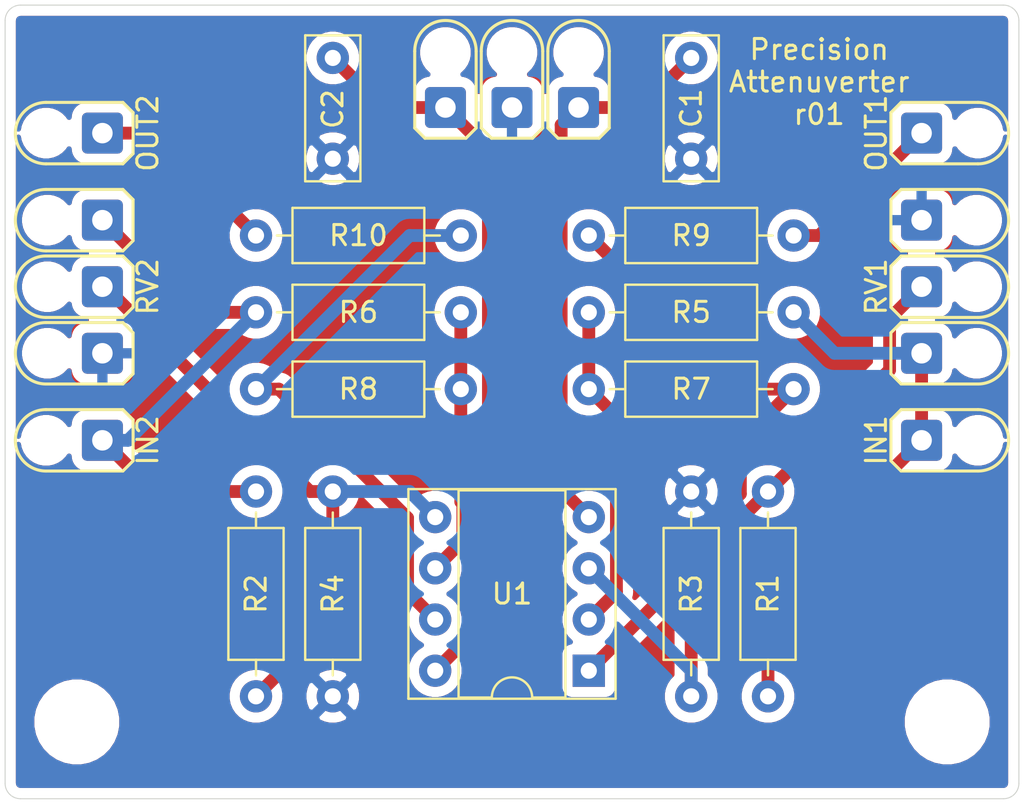
<source format=kicad_pcb>
(kicad_pcb (version 20171130) (host pcbnew "(5.1.8-0-10_14)")

  (general
    (thickness 1.6)
    (drawings 9)
    (tracks 61)
    (zones 0)
    (modules 22)
    (nets 14)
  )

  (page A4)
  (layers
    (0 F.Cu signal hide)
    (31 B.Cu signal)
    (36 B.SilkS user)
    (37 F.SilkS user)
    (38 B.Mask user)
    (39 F.Mask user)
    (41 Cmts.User user)
    (44 Edge.Cuts user)
    (45 Margin user)
    (46 B.CrtYd user)
    (47 F.CrtYd user)
    (48 B.Fab user)
    (49 F.Fab user)
  )

  (setup
    (last_trace_width 0.254)
    (user_trace_width 0.2032)
    (user_trace_width 0.3048)
    (user_trace_width 0.635)
    (user_trace_width 1.27)
    (trace_clearance 0.254)
    (zone_clearance 0.508)
    (zone_45_only no)
    (trace_min 0.2032)
    (via_size 0.762)
    (via_drill 0.381)
    (via_min_size 0.4064)
    (via_min_drill 0.3048)
    (uvia_size 0.762)
    (uvia_drill 0.381)
    (uvias_allowed no)
    (uvia_min_size 0.2032)
    (uvia_min_drill 0.1016)
    (edge_width 0.05)
    (segment_width 0.2)
    (pcb_text_width 0.3)
    (pcb_text_size 1.5 1.5)
    (mod_edge_width 0.12)
    (mod_text_size 1 1)
    (mod_text_width 0.15)
    (pad_size 1.524 1.524)
    (pad_drill 0.762)
    (pad_to_mask_clearance 0)
    (aux_axis_origin 0 0)
    (visible_elements FFFFFF7F)
    (pcbplotparams
      (layerselection 0x010f0_ffffffff)
      (usegerberextensions true)
      (usegerberattributes true)
      (usegerberadvancedattributes true)
      (creategerberjobfile true)
      (excludeedgelayer true)
      (linewidth 0.100000)
      (plotframeref false)
      (viasonmask false)
      (mode 1)
      (useauxorigin false)
      (hpglpennumber 1)
      (hpglpenspeed 20)
      (hpglpendiameter 15.000000)
      (psnegative false)
      (psa4output false)
      (plotreference true)
      (plotvalue false)
      (plotinvisibletext false)
      (padsonsilk false)
      (subtractmaskfromsilk false)
      (outputformat 1)
      (mirror false)
      (drillshape 0)
      (scaleselection 1)
      (outputdirectory "gerbers/"))
  )

  (net 0 "")
  (net 1 GND)
  (net 2 +12V)
  (net 3 -12V)
  (net 4 "Net-(J1-Pad1)")
  (net 5 "Net-(J2-Pad1)")
  (net 6 "Net-(J3-Pad1)")
  (net 7 "Net-(J4-Pad1)")
  (net 8 "Net-(R1-Pad1)")
  (net 9 "Net-(R2-Pad1)")
  (net 10 "Net-(R5-Pad1)")
  (net 11 "Net-(R6-Pad1)")
  (net 12 "Net-(R7-Pad1)")
  (net 13 "Net-(R10-Pad2)")

  (net_class Default "This is the default net class."
    (clearance 0.254)
    (trace_width 0.254)
    (via_dia 0.762)
    (via_drill 0.381)
    (uvia_dia 0.762)
    (uvia_drill 0.381)
    (diff_pair_width 0.2032)
    (diff_pair_gap 0.254)
    (add_net +12V)
    (add_net -12V)
    (add_net GND)
    (add_net "Net-(J1-Pad1)")
    (add_net "Net-(J2-Pad1)")
    (add_net "Net-(J3-Pad1)")
    (add_net "Net-(J4-Pad1)")
    (add_net "Net-(R1-Pad1)")
    (add_net "Net-(R10-Pad2)")
    (add_net "Net-(R2-Pad1)")
    (add_net "Net-(R5-Pad1)")
    (add_net "Net-(R6-Pad1)")
    (add_net "Net-(R7-Pad1)")
  )

  (net_class Power ""
    (clearance 0.3048)
    (trace_width 0.635)
    (via_dia 0.762)
    (via_drill 0.381)
    (uvia_dia 0.762)
    (uvia_drill 0.381)
    (diff_pair_width 0.2032)
    (diff_pair_gap 0.254)
  )

  (net_class Signal ""
    (clearance 0.3048)
    (trace_width 0.3048)
    (via_dia 0.762)
    (via_drill 0.381)
    (uvia_dia 0.762)
    (uvia_drill 0.381)
    (diff_pair_width 0.2032)
    (diff_pair_gap 0.254)
  )

  (module Package_DIP:DIP-8_W7.62mm_Socket (layer F.Cu) (tedit 5A02E8C5) (tstamp 60D63E0C)
    (at 156.21 120.65 180)
    (descr "8-lead though-hole mounted DIP package, row spacing 7.62 mm (300 mils), Socket")
    (tags "THT DIP DIL PDIP 2.54mm 7.62mm 300mil Socket")
    (path /622B0022)
    (fp_text reference U1 (at 3.81 3.81) (layer F.SilkS)
      (effects (font (size 1 1) (thickness 0.15)))
    )
    (fp_text value TL072 (at 3.81 7.62) (layer F.Fab)
      (effects (font (size 1 1) (thickness 0.15)))
    )
    (fp_line (start 1.635 -1.27) (end 6.985 -1.27) (layer F.Fab) (width 0.1))
    (fp_line (start 6.985 -1.27) (end 6.985 8.89) (layer F.Fab) (width 0.1))
    (fp_line (start 6.985 8.89) (end 0.635 8.89) (layer F.Fab) (width 0.1))
    (fp_line (start 0.635 8.89) (end 0.635 -0.27) (layer F.Fab) (width 0.1))
    (fp_line (start 0.635 -0.27) (end 1.635 -1.27) (layer F.Fab) (width 0.1))
    (fp_line (start -1.27 -1.33) (end -1.27 8.95) (layer F.Fab) (width 0.1))
    (fp_line (start -1.27 8.95) (end 8.89 8.95) (layer F.Fab) (width 0.1))
    (fp_line (start 8.89 8.95) (end 8.89 -1.33) (layer F.Fab) (width 0.1))
    (fp_line (start 8.89 -1.33) (end -1.27 -1.33) (layer F.Fab) (width 0.1))
    (fp_line (start 2.81 -1.33) (end 1.16 -1.33) (layer F.SilkS) (width 0.12))
    (fp_line (start 1.16 -1.33) (end 1.16 8.95) (layer F.SilkS) (width 0.12))
    (fp_line (start 1.16 8.95) (end 6.46 8.95) (layer F.SilkS) (width 0.12))
    (fp_line (start 6.46 8.95) (end 6.46 -1.33) (layer F.SilkS) (width 0.12))
    (fp_line (start 6.46 -1.33) (end 4.81 -1.33) (layer F.SilkS) (width 0.12))
    (fp_line (start -1.33 -1.39) (end -1.33 9.01) (layer F.SilkS) (width 0.12))
    (fp_line (start -1.33 9.01) (end 8.95 9.01) (layer F.SilkS) (width 0.12))
    (fp_line (start 8.95 9.01) (end 8.95 -1.39) (layer F.SilkS) (width 0.12))
    (fp_line (start 8.95 -1.39) (end -1.33 -1.39) (layer F.SilkS) (width 0.12))
    (fp_line (start -1.55 -1.6) (end -1.55 9.2) (layer F.CrtYd) (width 0.05))
    (fp_line (start -1.55 9.2) (end 9.15 9.2) (layer F.CrtYd) (width 0.05))
    (fp_line (start 9.15 9.2) (end 9.15 -1.6) (layer F.CrtYd) (width 0.05))
    (fp_line (start 9.15 -1.6) (end -1.55 -1.6) (layer F.CrtYd) (width 0.05))
    (fp_text user %R (at 3.81 3.81) (layer F.Fab)
      (effects (font (size 1 1) (thickness 0.15)))
    )
    (fp_arc (start 3.81 -1.33) (end 2.81 -1.33) (angle -180) (layer F.SilkS) (width 0.12))
    (pad 8 thru_hole oval (at 7.62 0 180) (size 1.6 1.6) (drill 0.8) (layers *.Cu *.Mask)
      (net 3 -12V))
    (pad 4 thru_hole oval (at 0 7.62 180) (size 1.6 1.6) (drill 0.8) (layers *.Cu *.Mask)
      (net 2 +12V))
    (pad 7 thru_hole oval (at 7.62 2.54 180) (size 1.6 1.6) (drill 0.8) (layers *.Cu *.Mask)
      (net 13 "Net-(R10-Pad2)"))
    (pad 3 thru_hole oval (at 0 5.08 180) (size 1.6 1.6) (drill 0.8) (layers *.Cu *.Mask)
      (net 8 "Net-(R1-Pad1)"))
    (pad 6 thru_hole oval (at 7.62 5.08 180) (size 1.6 1.6) (drill 0.8) (layers *.Cu *.Mask)
      (net 11 "Net-(R6-Pad1)"))
    (pad 2 thru_hole oval (at 0 2.54 180) (size 1.6 1.6) (drill 0.8) (layers *.Cu *.Mask)
      (net 10 "Net-(R5-Pad1)"))
    (pad 5 thru_hole oval (at 7.62 7.62 180) (size 1.6 1.6) (drill 0.8) (layers *.Cu *.Mask)
      (net 9 "Net-(R2-Pad1)"))
    (pad 1 thru_hole rect (at 0 0 180) (size 1.6 1.6) (drill 0.8) (layers *.Cu *.Mask)
      (net 12 "Net-(R7-Pad1)"))
    (model ${KISYS3DMOD}/Package_DIP.3dshapes/DIP-8_W7.62mm_Socket.wrl
      (at (xyz 0 0 0))
      (scale (xyz 1 1 1))
      (rotate (xyz 0 0 0))
    )
  )

  (module rumblesan-footprints:SolderWire-24AWG-0.2sqmm_1x03_D0.5mm_OD1.1mm_Relief (layer F.Cu) (tedit 60310AD5) (tstamp 60D63DE8)
    (at 132.08 101.6 270)
    (descr "Soldered wire connection with feed through strain relief, for a triple 24AWG, 0.2 mm² wire, basic insulation, conductor diameter 0.5mm, outer diameter 1.1mm")
    (tags "connector wire 24awg 0.2sqmm strain-relief")
    (path /622B004D)
    (attr virtual)
    (fp_text reference RV2 (at 0 -2.25 90) (layer F.SilkS)
      (effects (font (size 1 1) (thickness 0.15)))
    )
    (fp_text value 100k (at 0 6.604 90) (layer F.Fab)
      (effects (font (size 1 1) (thickness 0.15)))
    )
    (fp_circle (center 0 0) (end 1 0) (layer F.Fab) (width 0.1016))
    (fp_line (start -1.5 -1.5) (end -1.5 2.73) (layer F.Fab) (width 0.1016))
    (fp_circle (center 0 2.73) (end 1.5 2.73) (layer F.Fab) (width 0.1016))
    (fp_line (start -1.5 -1.5) (end 1.5 -1.5) (layer F.Fab) (width 0.1016))
    (fp_line (start 1.5 -1.5) (end 1.5 2.73) (layer F.Fab) (width 0.1016))
    (fp_line (start 1.524 2.794) (end 1.524 -1.016) (layer F.SilkS) (width 0.1524))
    (fp_line (start 1.524 -1.016) (end 1.016 -1.524) (layer F.SilkS) (width 0.1524))
    (fp_line (start 1.016 -1.524) (end -1.016 -1.524) (layer F.SilkS) (width 0.1524))
    (fp_line (start -1.016 -1.524) (end -1.524 -1.016) (layer F.SilkS) (width 0.1524))
    (fp_line (start -1.524 -1.016) (end -1.524 2.794) (layer F.SilkS) (width 0.1524))
    (fp_line (start -4.802 -1.5) (end -1.802 -1.5) (layer F.Fab) (width 0.1016))
    (fp_circle (center -3.302 0) (end -2.302 0) (layer F.Fab) (width 0.1016))
    (fp_line (start -1.778 -1.016) (end -2.286 -1.524) (layer F.SilkS) (width 0.1524))
    (fp_line (start -1.802 -1.5) (end -1.802 2.73) (layer F.Fab) (width 0.1016))
    (fp_line (start -4.802 -1.5) (end -4.802 2.73) (layer F.Fab) (width 0.1016))
    (fp_line (start -2.286 -1.524) (end -4.318 -1.524) (layer F.SilkS) (width 0.1524))
    (fp_circle (center -3.302 2.73) (end -1.802 2.73) (layer F.Fab) (width 0.1016))
    (fp_line (start -1.778 2.794) (end -1.778 -1.016) (layer F.SilkS) (width 0.1524))
    (fp_line (start -4.826 -1.016) (end -4.826 2.794) (layer F.SilkS) (width 0.1524))
    (fp_line (start -4.318 -1.524) (end -4.826 -1.016) (layer F.SilkS) (width 0.1524))
    (fp_line (start 4.826 -1.016) (end 4.318 -1.524) (layer F.SilkS) (width 0.1524))
    (fp_line (start 4.802 -1.5) (end 4.802 2.73) (layer F.Fab) (width 0.1016))
    (fp_line (start 1.802 -1.5) (end 1.802 2.73) (layer F.Fab) (width 0.1016))
    (fp_circle (center 3.302 0) (end 4.302 0) (layer F.Fab) (width 0.1016))
    (fp_line (start 4.318 -1.524) (end 2.286 -1.524) (layer F.SilkS) (width 0.1524))
    (fp_circle (center 3.302 2.73) (end 4.802 2.73) (layer F.Fab) (width 0.1016))
    (fp_line (start 4.826 2.794) (end 4.826 -1.016) (layer F.SilkS) (width 0.1524))
    (fp_line (start 1.778 -1.016) (end 1.778 2.794) (layer F.SilkS) (width 0.1524))
    (fp_line (start 2.286 -1.524) (end 1.778 -1.016) (layer F.SilkS) (width 0.1524))
    (fp_line (start 1.802 -1.5) (end 4.802 -1.5) (layer F.Fab) (width 0.1016))
    (fp_arc (start 3.302 2.794) (end 1.778 2.794) (angle -180) (layer F.SilkS) (width 0.1524))
    (fp_arc (start -3.302 2.794) (end -4.826 2.794) (angle -180) (layer F.SilkS) (width 0.1524))
    (fp_arc (start 0 2.794) (end -1.524 2.794) (angle -180) (layer F.SilkS) (width 0.1524))
    (pad "" np_thru_hole circle (at 3.302 2.73 270) (size 1.5 1.5) (drill 1.5) (layers *.Cu *.Mask))
    (pad 3 thru_hole roundrect (at 3.302 0 270) (size 2.032 2.032) (drill 1.016) (layers *.Cu *.Mask) (roundrect_rratio 0.125)
      (net 1 GND))
    (pad "" np_thru_hole circle (at -3.302 2.73 270) (size 1.5 1.5) (drill 1.5) (layers *.Cu *.Mask))
    (pad 1 thru_hole roundrect (at -3.302 0 270) (size 2.032 2.032) (drill 1.016) (layers *.Cu *.Mask) (roundrect_rratio 0.125)
      (net 5 "Net-(J2-Pad1)"))
    (pad "" np_thru_hole circle (at 0 2.73 270) (size 1.5 1.5) (drill 1.5) (layers *.Cu *.Mask))
    (pad 2 thru_hole roundrect (at 0 0 270) (size 2.032 2.032) (drill 1.016) (layers *.Cu *.Mask) (roundrect_rratio 0.125)
      (net 9 "Net-(R2-Pad1)"))
    (model ${KISYS3DMOD}/Connector_Wire.3dshapes/SolderWire-0.5sqmm_1x01_D0.9mm_OD2.1mm_Relief.wrl
      (at (xyz 0 0 0))
      (scale (xyz 1 1 1))
      (rotate (xyz 0 0 0))
    )
  )

  (module rumblesan-footprints:SolderWire-24AWG-0.2sqmm_1x03_D0.5mm_OD1.1mm_Relief (layer F.Cu) (tedit 60310AD5) (tstamp 60D63DBD)
    (at 172.72 101.6 90)
    (descr "Soldered wire connection with feed through strain relief, for a triple 24AWG, 0.2 mm² wire, basic insulation, conductor diameter 0.5mm, outer diameter 1.1mm")
    (tags "connector wire 24awg 0.2sqmm strain-relief")
    (path /622EFC73)
    (attr virtual)
    (fp_text reference RV1 (at 0 -2.25 90) (layer F.SilkS)
      (effects (font (size 1 1) (thickness 0.15)))
    )
    (fp_text value 100k (at 0 6.604 90) (layer F.Fab)
      (effects (font (size 1 1) (thickness 0.15)))
    )
    (fp_circle (center 0 0) (end 1 0) (layer F.Fab) (width 0.1016))
    (fp_line (start -1.5 -1.5) (end -1.5 2.73) (layer F.Fab) (width 0.1016))
    (fp_circle (center 0 2.73) (end 1.5 2.73) (layer F.Fab) (width 0.1016))
    (fp_line (start -1.5 -1.5) (end 1.5 -1.5) (layer F.Fab) (width 0.1016))
    (fp_line (start 1.5 -1.5) (end 1.5 2.73) (layer F.Fab) (width 0.1016))
    (fp_line (start 1.524 2.794) (end 1.524 -1.016) (layer F.SilkS) (width 0.1524))
    (fp_line (start 1.524 -1.016) (end 1.016 -1.524) (layer F.SilkS) (width 0.1524))
    (fp_line (start 1.016 -1.524) (end -1.016 -1.524) (layer F.SilkS) (width 0.1524))
    (fp_line (start -1.016 -1.524) (end -1.524 -1.016) (layer F.SilkS) (width 0.1524))
    (fp_line (start -1.524 -1.016) (end -1.524 2.794) (layer F.SilkS) (width 0.1524))
    (fp_line (start -4.802 -1.5) (end -1.802 -1.5) (layer F.Fab) (width 0.1016))
    (fp_circle (center -3.302 0) (end -2.302 0) (layer F.Fab) (width 0.1016))
    (fp_line (start -1.778 -1.016) (end -2.286 -1.524) (layer F.SilkS) (width 0.1524))
    (fp_line (start -1.802 -1.5) (end -1.802 2.73) (layer F.Fab) (width 0.1016))
    (fp_line (start -4.802 -1.5) (end -4.802 2.73) (layer F.Fab) (width 0.1016))
    (fp_line (start -2.286 -1.524) (end -4.318 -1.524) (layer F.SilkS) (width 0.1524))
    (fp_circle (center -3.302 2.73) (end -1.802 2.73) (layer F.Fab) (width 0.1016))
    (fp_line (start -1.778 2.794) (end -1.778 -1.016) (layer F.SilkS) (width 0.1524))
    (fp_line (start -4.826 -1.016) (end -4.826 2.794) (layer F.SilkS) (width 0.1524))
    (fp_line (start -4.318 -1.524) (end -4.826 -1.016) (layer F.SilkS) (width 0.1524))
    (fp_line (start 4.826 -1.016) (end 4.318 -1.524) (layer F.SilkS) (width 0.1524))
    (fp_line (start 4.802 -1.5) (end 4.802 2.73) (layer F.Fab) (width 0.1016))
    (fp_line (start 1.802 -1.5) (end 1.802 2.73) (layer F.Fab) (width 0.1016))
    (fp_circle (center 3.302 0) (end 4.302 0) (layer F.Fab) (width 0.1016))
    (fp_line (start 4.318 -1.524) (end 2.286 -1.524) (layer F.SilkS) (width 0.1524))
    (fp_circle (center 3.302 2.73) (end 4.802 2.73) (layer F.Fab) (width 0.1016))
    (fp_line (start 4.826 2.794) (end 4.826 -1.016) (layer F.SilkS) (width 0.1524))
    (fp_line (start 1.778 -1.016) (end 1.778 2.794) (layer F.SilkS) (width 0.1524))
    (fp_line (start 2.286 -1.524) (end 1.778 -1.016) (layer F.SilkS) (width 0.1524))
    (fp_line (start 1.802 -1.5) (end 4.802 -1.5) (layer F.Fab) (width 0.1016))
    (fp_arc (start 3.302 2.794) (end 1.778 2.794) (angle -180) (layer F.SilkS) (width 0.1524))
    (fp_arc (start -3.302 2.794) (end -4.826 2.794) (angle -180) (layer F.SilkS) (width 0.1524))
    (fp_arc (start 0 2.794) (end -1.524 2.794) (angle -180) (layer F.SilkS) (width 0.1524))
    (pad "" np_thru_hole circle (at 3.302 2.73 90) (size 1.5 1.5) (drill 1.5) (layers *.Cu *.Mask))
    (pad 3 thru_hole roundrect (at 3.302 0 90) (size 2.032 2.032) (drill 1.016) (layers *.Cu *.Mask) (roundrect_rratio 0.125)
      (net 1 GND))
    (pad "" np_thru_hole circle (at -3.302 2.73 90) (size 1.5 1.5) (drill 1.5) (layers *.Cu *.Mask))
    (pad 1 thru_hole roundrect (at -3.302 0 90) (size 2.032 2.032) (drill 1.016) (layers *.Cu *.Mask) (roundrect_rratio 0.125)
      (net 4 "Net-(J1-Pad1)"))
    (pad "" np_thru_hole circle (at 0 2.73 90) (size 1.5 1.5) (drill 1.5) (layers *.Cu *.Mask))
    (pad 2 thru_hole roundrect (at 0 0 90) (size 2.032 2.032) (drill 1.016) (layers *.Cu *.Mask) (roundrect_rratio 0.125)
      (net 8 "Net-(R1-Pad1)"))
    (model ${KISYS3DMOD}/Connector_Wire.3dshapes/SolderWire-0.5sqmm_1x01_D0.9mm_OD2.1mm_Relief.wrl
      (at (xyz 0 0 0))
      (scale (xyz 1 1 1))
      (rotate (xyz 0 0 0))
    )
  )

  (module rumblesan-footprints:Resistor_THT_L6.3mm_D2.5mm_P10.16mm_Horizontal (layer F.Cu) (tedit 5AE5139B) (tstamp 60D63D92)
    (at 139.7 99.06)
    (descr "Resistor, Axial_DIN0207 series, Axial, Horizontal, pin pitch=10.16mm, 0.25W = 1/4W, length*diameter=6.3*2.5mm^2, http://cdn-reichelt.de/documents/datenblatt/B400/1_4W%23YAG.pdf")
    (tags "Resistor Axial_DIN0207 series Axial Horizontal pin pitch 10.16mm 0.25W = 1/4W length 6.3mm diameter 2.5mm")
    (path /622B0067)
    (fp_text reference R10 (at 5.08 0) (layer F.SilkS)
      (effects (font (size 1 1) (thickness 0.15)))
    )
    (fp_text value 1k (at 7.62 0) (layer F.Fab)
      (effects (font (size 1 1) (thickness 0.15)))
    )
    (fp_line (start 11.21 -1.5) (end -1.05 -1.5) (layer F.CrtYd) (width 0.05))
    (fp_line (start 11.21 1.5) (end 11.21 -1.5) (layer F.CrtYd) (width 0.05))
    (fp_line (start -1.05 1.5) (end 11.21 1.5) (layer F.CrtYd) (width 0.05))
    (fp_line (start -1.05 -1.5) (end -1.05 1.5) (layer F.CrtYd) (width 0.05))
    (fp_line (start 9.12 0) (end 8.35 0) (layer F.SilkS) (width 0.12))
    (fp_line (start 1.04 0) (end 1.81 0) (layer F.SilkS) (width 0.12))
    (fp_line (start 8.35 -1.37) (end 1.81 -1.37) (layer F.SilkS) (width 0.12))
    (fp_line (start 8.35 1.37) (end 8.35 -1.37) (layer F.SilkS) (width 0.12))
    (fp_line (start 1.81 1.37) (end 8.35 1.37) (layer F.SilkS) (width 0.12))
    (fp_line (start 1.81 -1.37) (end 1.81 1.37) (layer F.SilkS) (width 0.12))
    (fp_line (start 10.16 0) (end 8.23 0) (layer F.Fab) (width 0.1))
    (fp_line (start 0 0) (end 1.93 0) (layer F.Fab) (width 0.1))
    (fp_line (start 8.23 -1.25) (end 1.93 -1.25) (layer F.Fab) (width 0.1))
    (fp_line (start 8.23 1.25) (end 8.23 -1.25) (layer F.Fab) (width 0.1))
    (fp_line (start 1.93 1.25) (end 8.23 1.25) (layer F.Fab) (width 0.1))
    (fp_line (start 1.93 -1.25) (end 1.93 1.25) (layer F.Fab) (width 0.1))
    (fp_text user %R (at 5.08 0) (layer F.Fab)
      (effects (font (size 1 1) (thickness 0.15)))
    )
    (pad 2 thru_hole oval (at 10.16 0) (size 1.6 1.6) (drill 0.8) (layers *.Cu *.Mask)
      (net 13 "Net-(R10-Pad2)"))
    (pad 1 thru_hole circle (at 0 0) (size 1.6 1.6) (drill 0.8) (layers *.Cu *.Mask)
      (net 7 "Net-(J4-Pad1)"))
    (model ${KISYS3DMOD}/Resistor_THT.3dshapes/R_Axial_DIN0207_L6.3mm_D2.5mm_P10.16mm_Horizontal.wrl
      (at (xyz 0 0 0))
      (scale (xyz 1 1 1))
      (rotate (xyz 0 0 0))
    )
  )

  (module rumblesan-footprints:Resistor_THT_L6.3mm_D2.5mm_P10.16mm_Horizontal (layer F.Cu) (tedit 5AE5139B) (tstamp 60D63D7B)
    (at 166.37 99.06 180)
    (descr "Resistor, Axial_DIN0207 series, Axial, Horizontal, pin pitch=10.16mm, 0.25W = 1/4W, length*diameter=6.3*2.5mm^2, http://cdn-reichelt.de/documents/datenblatt/B400/1_4W%23YAG.pdf")
    (tags "Resistor Axial_DIN0207 series Axial Horizontal pin pitch 10.16mm 0.25W = 1/4W length 6.3mm diameter 2.5mm")
    (path /622EFC8D)
    (fp_text reference R9 (at 5.08 0) (layer F.SilkS)
      (effects (font (size 1 1) (thickness 0.15)))
    )
    (fp_text value 1k (at 2.54 0) (layer F.Fab)
      (effects (font (size 1 1) (thickness 0.15)))
    )
    (fp_line (start 11.21 -1.5) (end -1.05 -1.5) (layer F.CrtYd) (width 0.05))
    (fp_line (start 11.21 1.5) (end 11.21 -1.5) (layer F.CrtYd) (width 0.05))
    (fp_line (start -1.05 1.5) (end 11.21 1.5) (layer F.CrtYd) (width 0.05))
    (fp_line (start -1.05 -1.5) (end -1.05 1.5) (layer F.CrtYd) (width 0.05))
    (fp_line (start 9.12 0) (end 8.35 0) (layer F.SilkS) (width 0.12))
    (fp_line (start 1.04 0) (end 1.81 0) (layer F.SilkS) (width 0.12))
    (fp_line (start 8.35 -1.37) (end 1.81 -1.37) (layer F.SilkS) (width 0.12))
    (fp_line (start 8.35 1.37) (end 8.35 -1.37) (layer F.SilkS) (width 0.12))
    (fp_line (start 1.81 1.37) (end 8.35 1.37) (layer F.SilkS) (width 0.12))
    (fp_line (start 1.81 -1.37) (end 1.81 1.37) (layer F.SilkS) (width 0.12))
    (fp_line (start 10.16 0) (end 8.23 0) (layer F.Fab) (width 0.1))
    (fp_line (start 0 0) (end 1.93 0) (layer F.Fab) (width 0.1))
    (fp_line (start 8.23 -1.25) (end 1.93 -1.25) (layer F.Fab) (width 0.1))
    (fp_line (start 8.23 1.25) (end 8.23 -1.25) (layer F.Fab) (width 0.1))
    (fp_line (start 1.93 1.25) (end 8.23 1.25) (layer F.Fab) (width 0.1))
    (fp_line (start 1.93 -1.25) (end 1.93 1.25) (layer F.Fab) (width 0.1))
    (fp_text user %R (at 5.08 0) (layer F.Fab)
      (effects (font (size 1 1) (thickness 0.15)))
    )
    (pad 2 thru_hole oval (at 10.16 0 180) (size 1.6 1.6) (drill 0.8) (layers *.Cu *.Mask)
      (net 12 "Net-(R7-Pad1)"))
    (pad 1 thru_hole circle (at 0 0 180) (size 1.6 1.6) (drill 0.8) (layers *.Cu *.Mask)
      (net 6 "Net-(J3-Pad1)"))
    (model ${KISYS3DMOD}/Resistor_THT.3dshapes/R_Axial_DIN0207_L6.3mm_D2.5mm_P10.16mm_Horizontal.wrl
      (at (xyz 0 0 0))
      (scale (xyz 1 1 1))
      (rotate (xyz 0 0 0))
    )
  )

  (module rumblesan-footprints:Resistor_THT_L6.3mm_D2.5mm_P10.16mm_Horizontal (layer F.Cu) (tedit 5AE5139B) (tstamp 60D63D64)
    (at 139.7 106.68)
    (descr "Resistor, Axial_DIN0207 series, Axial, Horizontal, pin pitch=10.16mm, 0.25W = 1/4W, length*diameter=6.3*2.5mm^2, http://cdn-reichelt.de/documents/datenblatt/B400/1_4W%23YAG.pdf")
    (tags "Resistor Axial_DIN0207 series Axial Horizontal pin pitch 10.16mm 0.25W = 1/4W length 6.3mm diameter 2.5mm")
    (path /622B0046)
    (fp_text reference R8 (at 5.08 0) (layer F.SilkS)
      (effects (font (size 1 1) (thickness 0.15)))
    )
    (fp_text value 100k (at 7.62 0) (layer F.Fab)
      (effects (font (size 1 1) (thickness 0.15)))
    )
    (fp_line (start 11.21 -1.5) (end -1.05 -1.5) (layer F.CrtYd) (width 0.05))
    (fp_line (start 11.21 1.5) (end 11.21 -1.5) (layer F.CrtYd) (width 0.05))
    (fp_line (start -1.05 1.5) (end 11.21 1.5) (layer F.CrtYd) (width 0.05))
    (fp_line (start -1.05 -1.5) (end -1.05 1.5) (layer F.CrtYd) (width 0.05))
    (fp_line (start 9.12 0) (end 8.35 0) (layer F.SilkS) (width 0.12))
    (fp_line (start 1.04 0) (end 1.81 0) (layer F.SilkS) (width 0.12))
    (fp_line (start 8.35 -1.37) (end 1.81 -1.37) (layer F.SilkS) (width 0.12))
    (fp_line (start 8.35 1.37) (end 8.35 -1.37) (layer F.SilkS) (width 0.12))
    (fp_line (start 1.81 1.37) (end 8.35 1.37) (layer F.SilkS) (width 0.12))
    (fp_line (start 1.81 -1.37) (end 1.81 1.37) (layer F.SilkS) (width 0.12))
    (fp_line (start 10.16 0) (end 8.23 0) (layer F.Fab) (width 0.1))
    (fp_line (start 0 0) (end 1.93 0) (layer F.Fab) (width 0.1))
    (fp_line (start 8.23 -1.25) (end 1.93 -1.25) (layer F.Fab) (width 0.1))
    (fp_line (start 8.23 1.25) (end 8.23 -1.25) (layer F.Fab) (width 0.1))
    (fp_line (start 1.93 1.25) (end 8.23 1.25) (layer F.Fab) (width 0.1))
    (fp_line (start 1.93 -1.25) (end 1.93 1.25) (layer F.Fab) (width 0.1))
    (fp_text user %R (at 5.08 0) (layer F.Fab)
      (effects (font (size 1 1) (thickness 0.15)))
    )
    (pad 2 thru_hole oval (at 10.16 0) (size 1.6 1.6) (drill 0.8) (layers *.Cu *.Mask)
      (net 11 "Net-(R6-Pad1)"))
    (pad 1 thru_hole circle (at 0 0) (size 1.6 1.6) (drill 0.8) (layers *.Cu *.Mask)
      (net 13 "Net-(R10-Pad2)"))
    (model ${KISYS3DMOD}/Resistor_THT.3dshapes/R_Axial_DIN0207_L6.3mm_D2.5mm_P10.16mm_Horizontal.wrl
      (at (xyz 0 0 0))
      (scale (xyz 1 1 1))
      (rotate (xyz 0 0 0))
    )
  )

  (module rumblesan-footprints:Resistor_THT_L6.3mm_D2.5mm_P10.16mm_Horizontal (layer F.Cu) (tedit 5AE5139B) (tstamp 60D63D4D)
    (at 166.37 106.68 180)
    (descr "Resistor, Axial_DIN0207 series, Axial, Horizontal, pin pitch=10.16mm, 0.25W = 1/4W, length*diameter=6.3*2.5mm^2, http://cdn-reichelt.de/documents/datenblatt/B400/1_4W%23YAG.pdf")
    (tags "Resistor Axial_DIN0207 series Axial Horizontal pin pitch 10.16mm 0.25W = 1/4W length 6.3mm diameter 2.5mm")
    (path /622EFC6C)
    (fp_text reference R7 (at 5.08 0) (layer F.SilkS)
      (effects (font (size 1 1) (thickness 0.15)))
    )
    (fp_text value 100k (at 2.54 0) (layer F.Fab)
      (effects (font (size 1 1) (thickness 0.15)))
    )
    (fp_line (start 11.21 -1.5) (end -1.05 -1.5) (layer F.CrtYd) (width 0.05))
    (fp_line (start 11.21 1.5) (end 11.21 -1.5) (layer F.CrtYd) (width 0.05))
    (fp_line (start -1.05 1.5) (end 11.21 1.5) (layer F.CrtYd) (width 0.05))
    (fp_line (start -1.05 -1.5) (end -1.05 1.5) (layer F.CrtYd) (width 0.05))
    (fp_line (start 9.12 0) (end 8.35 0) (layer F.SilkS) (width 0.12))
    (fp_line (start 1.04 0) (end 1.81 0) (layer F.SilkS) (width 0.12))
    (fp_line (start 8.35 -1.37) (end 1.81 -1.37) (layer F.SilkS) (width 0.12))
    (fp_line (start 8.35 1.37) (end 8.35 -1.37) (layer F.SilkS) (width 0.12))
    (fp_line (start 1.81 1.37) (end 8.35 1.37) (layer F.SilkS) (width 0.12))
    (fp_line (start 1.81 -1.37) (end 1.81 1.37) (layer F.SilkS) (width 0.12))
    (fp_line (start 10.16 0) (end 8.23 0) (layer F.Fab) (width 0.1))
    (fp_line (start 0 0) (end 1.93 0) (layer F.Fab) (width 0.1))
    (fp_line (start 8.23 -1.25) (end 1.93 -1.25) (layer F.Fab) (width 0.1))
    (fp_line (start 8.23 1.25) (end 8.23 -1.25) (layer F.Fab) (width 0.1))
    (fp_line (start 1.93 1.25) (end 8.23 1.25) (layer F.Fab) (width 0.1))
    (fp_line (start 1.93 -1.25) (end 1.93 1.25) (layer F.Fab) (width 0.1))
    (fp_text user %R (at 5.08 0) (layer F.Fab)
      (effects (font (size 1 1) (thickness 0.15)))
    )
    (pad 2 thru_hole oval (at 10.16 0 180) (size 1.6 1.6) (drill 0.8) (layers *.Cu *.Mask)
      (net 10 "Net-(R5-Pad1)"))
    (pad 1 thru_hole circle (at 0 0 180) (size 1.6 1.6) (drill 0.8) (layers *.Cu *.Mask)
      (net 12 "Net-(R7-Pad1)"))
    (model ${KISYS3DMOD}/Resistor_THT.3dshapes/R_Axial_DIN0207_L6.3mm_D2.5mm_P10.16mm_Horizontal.wrl
      (at (xyz 0 0 0))
      (scale (xyz 1 1 1))
      (rotate (xyz 0 0 0))
    )
  )

  (module rumblesan-footprints:Resistor_THT_L6.3mm_D2.5mm_P10.16mm_Horizontal (layer F.Cu) (tedit 5AE5139B) (tstamp 60D63D36)
    (at 149.86 102.87 180)
    (descr "Resistor, Axial_DIN0207 series, Axial, Horizontal, pin pitch=10.16mm, 0.25W = 1/4W, length*diameter=6.3*2.5mm^2, http://cdn-reichelt.de/documents/datenblatt/B400/1_4W%23YAG.pdf")
    (tags "Resistor Axial_DIN0207 series Axial Horizontal pin pitch 10.16mm 0.25W = 1/4W length 6.3mm diameter 2.5mm")
    (path /622B0034)
    (fp_text reference R6 (at 5.08 0) (layer F.SilkS)
      (effects (font (size 1 1) (thickness 0.15)))
    )
    (fp_text value 100k (at 6.35 1.27) (layer F.Fab)
      (effects (font (size 1 1) (thickness 0.15)))
    )
    (fp_line (start 11.21 -1.5) (end -1.05 -1.5) (layer F.CrtYd) (width 0.05))
    (fp_line (start 11.21 1.5) (end 11.21 -1.5) (layer F.CrtYd) (width 0.05))
    (fp_line (start -1.05 1.5) (end 11.21 1.5) (layer F.CrtYd) (width 0.05))
    (fp_line (start -1.05 -1.5) (end -1.05 1.5) (layer F.CrtYd) (width 0.05))
    (fp_line (start 9.12 0) (end 8.35 0) (layer F.SilkS) (width 0.12))
    (fp_line (start 1.04 0) (end 1.81 0) (layer F.SilkS) (width 0.12))
    (fp_line (start 8.35 -1.37) (end 1.81 -1.37) (layer F.SilkS) (width 0.12))
    (fp_line (start 8.35 1.37) (end 8.35 -1.37) (layer F.SilkS) (width 0.12))
    (fp_line (start 1.81 1.37) (end 8.35 1.37) (layer F.SilkS) (width 0.12))
    (fp_line (start 1.81 -1.37) (end 1.81 1.37) (layer F.SilkS) (width 0.12))
    (fp_line (start 10.16 0) (end 8.23 0) (layer F.Fab) (width 0.1))
    (fp_line (start 0 0) (end 1.93 0) (layer F.Fab) (width 0.1))
    (fp_line (start 8.23 -1.25) (end 1.93 -1.25) (layer F.Fab) (width 0.1))
    (fp_line (start 8.23 1.25) (end 8.23 -1.25) (layer F.Fab) (width 0.1))
    (fp_line (start 1.93 1.25) (end 8.23 1.25) (layer F.Fab) (width 0.1))
    (fp_line (start 1.93 -1.25) (end 1.93 1.25) (layer F.Fab) (width 0.1))
    (fp_text user %R (at 5.08 0) (layer F.Fab)
      (effects (font (size 1 1) (thickness 0.15)))
    )
    (pad 2 thru_hole oval (at 10.16 0 180) (size 1.6 1.6) (drill 0.8) (layers *.Cu *.Mask)
      (net 5 "Net-(J2-Pad1)"))
    (pad 1 thru_hole circle (at 0 0 180) (size 1.6 1.6) (drill 0.8) (layers *.Cu *.Mask)
      (net 11 "Net-(R6-Pad1)"))
    (model ${KISYS3DMOD}/Resistor_THT.3dshapes/R_Axial_DIN0207_L6.3mm_D2.5mm_P10.16mm_Horizontal.wrl
      (at (xyz 0 0 0))
      (scale (xyz 1 1 1))
      (rotate (xyz 0 0 0))
    )
  )

  (module rumblesan-footprints:Resistor_THT_L6.3mm_D2.5mm_P10.16mm_Horizontal (layer F.Cu) (tedit 5AE5139B) (tstamp 60D63D1F)
    (at 156.21 102.87)
    (descr "Resistor, Axial_DIN0207 series, Axial, Horizontal, pin pitch=10.16mm, 0.25W = 1/4W, length*diameter=6.3*2.5mm^2, http://cdn-reichelt.de/documents/datenblatt/B400/1_4W%23YAG.pdf")
    (tags "Resistor Axial_DIN0207 series Axial Horizontal pin pitch 10.16mm 0.25W = 1/4W length 6.3mm diameter 2.5mm")
    (path /622EFC5A)
    (fp_text reference R5 (at 5.08 0) (layer F.SilkS)
      (effects (font (size 1 1) (thickness 0.15)))
    )
    (fp_text value 100k (at 3.81 -1.27) (layer F.Fab)
      (effects (font (size 1 1) (thickness 0.15)))
    )
    (fp_line (start 11.21 -1.5) (end -1.05 -1.5) (layer F.CrtYd) (width 0.05))
    (fp_line (start 11.21 1.5) (end 11.21 -1.5) (layer F.CrtYd) (width 0.05))
    (fp_line (start -1.05 1.5) (end 11.21 1.5) (layer F.CrtYd) (width 0.05))
    (fp_line (start -1.05 -1.5) (end -1.05 1.5) (layer F.CrtYd) (width 0.05))
    (fp_line (start 9.12 0) (end 8.35 0) (layer F.SilkS) (width 0.12))
    (fp_line (start 1.04 0) (end 1.81 0) (layer F.SilkS) (width 0.12))
    (fp_line (start 8.35 -1.37) (end 1.81 -1.37) (layer F.SilkS) (width 0.12))
    (fp_line (start 8.35 1.37) (end 8.35 -1.37) (layer F.SilkS) (width 0.12))
    (fp_line (start 1.81 1.37) (end 8.35 1.37) (layer F.SilkS) (width 0.12))
    (fp_line (start 1.81 -1.37) (end 1.81 1.37) (layer F.SilkS) (width 0.12))
    (fp_line (start 10.16 0) (end 8.23 0) (layer F.Fab) (width 0.1))
    (fp_line (start 0 0) (end 1.93 0) (layer F.Fab) (width 0.1))
    (fp_line (start 8.23 -1.25) (end 1.93 -1.25) (layer F.Fab) (width 0.1))
    (fp_line (start 8.23 1.25) (end 8.23 -1.25) (layer F.Fab) (width 0.1))
    (fp_line (start 1.93 1.25) (end 8.23 1.25) (layer F.Fab) (width 0.1))
    (fp_line (start 1.93 -1.25) (end 1.93 1.25) (layer F.Fab) (width 0.1))
    (fp_text user %R (at 5.08 0) (layer F.Fab)
      (effects (font (size 1 1) (thickness 0.15)))
    )
    (pad 2 thru_hole oval (at 10.16 0) (size 1.6 1.6) (drill 0.8) (layers *.Cu *.Mask)
      (net 4 "Net-(J1-Pad1)"))
    (pad 1 thru_hole circle (at 0 0) (size 1.6 1.6) (drill 0.8) (layers *.Cu *.Mask)
      (net 10 "Net-(R5-Pad1)"))
    (model ${KISYS3DMOD}/Resistor_THT.3dshapes/R_Axial_DIN0207_L6.3mm_D2.5mm_P10.16mm_Horizontal.wrl
      (at (xyz 0 0 0))
      (scale (xyz 1 1 1))
      (rotate (xyz 0 0 0))
    )
  )

  (module rumblesan-footprints:Resistor_THT_L6.3mm_D2.5mm_P10.16mm_Horizontal (layer F.Cu) (tedit 5AE5139B) (tstamp 60D63D08)
    (at 143.51 121.92 90)
    (descr "Resistor, Axial_DIN0207 series, Axial, Horizontal, pin pitch=10.16mm, 0.25W = 1/4W, length*diameter=6.3*2.5mm^2, http://cdn-reichelt.de/documents/datenblatt/B400/1_4W%23YAG.pdf")
    (tags "Resistor Axial_DIN0207 series Axial Horizontal pin pitch 10.16mm 0.25W = 1/4W length 6.3mm diameter 2.5mm")
    (path /622B0040)
    (fp_text reference R4 (at 5.08 0 90) (layer F.SilkS)
      (effects (font (size 1 1) (thickness 0.15)))
    )
    (fp_text value 47k (at 7.62 0 90) (layer F.Fab)
      (effects (font (size 1 1) (thickness 0.15)))
    )
    (fp_line (start 11.21 -1.5) (end -1.05 -1.5) (layer F.CrtYd) (width 0.05))
    (fp_line (start 11.21 1.5) (end 11.21 -1.5) (layer F.CrtYd) (width 0.05))
    (fp_line (start -1.05 1.5) (end 11.21 1.5) (layer F.CrtYd) (width 0.05))
    (fp_line (start -1.05 -1.5) (end -1.05 1.5) (layer F.CrtYd) (width 0.05))
    (fp_line (start 9.12 0) (end 8.35 0) (layer F.SilkS) (width 0.12))
    (fp_line (start 1.04 0) (end 1.81 0) (layer F.SilkS) (width 0.12))
    (fp_line (start 8.35 -1.37) (end 1.81 -1.37) (layer F.SilkS) (width 0.12))
    (fp_line (start 8.35 1.37) (end 8.35 -1.37) (layer F.SilkS) (width 0.12))
    (fp_line (start 1.81 1.37) (end 8.35 1.37) (layer F.SilkS) (width 0.12))
    (fp_line (start 1.81 -1.37) (end 1.81 1.37) (layer F.SilkS) (width 0.12))
    (fp_line (start 10.16 0) (end 8.23 0) (layer F.Fab) (width 0.1))
    (fp_line (start 0 0) (end 1.93 0) (layer F.Fab) (width 0.1))
    (fp_line (start 8.23 -1.25) (end 1.93 -1.25) (layer F.Fab) (width 0.1))
    (fp_line (start 8.23 1.25) (end 8.23 -1.25) (layer F.Fab) (width 0.1))
    (fp_line (start 1.93 1.25) (end 8.23 1.25) (layer F.Fab) (width 0.1))
    (fp_line (start 1.93 -1.25) (end 1.93 1.25) (layer F.Fab) (width 0.1))
    (fp_text user %R (at 5.08 0 90) (layer F.Fab)
      (effects (font (size 1 1) (thickness 0.15)))
    )
    (pad 2 thru_hole oval (at 10.16 0 90) (size 1.6 1.6) (drill 0.8) (layers *.Cu *.Mask)
      (net 9 "Net-(R2-Pad1)"))
    (pad 1 thru_hole circle (at 0 0 90) (size 1.6 1.6) (drill 0.8) (layers *.Cu *.Mask)
      (net 1 GND))
    (model ${KISYS3DMOD}/Resistor_THT.3dshapes/R_Axial_DIN0207_L6.3mm_D2.5mm_P10.16mm_Horizontal.wrl
      (at (xyz 0 0 0))
      (scale (xyz 1 1 1))
      (rotate (xyz 0 0 0))
    )
  )

  (module rumblesan-footprints:Resistor_THT_L6.3mm_D2.5mm_P10.16mm_Horizontal (layer F.Cu) (tedit 5AE5139B) (tstamp 60D63CF1)
    (at 161.29 111.76 270)
    (descr "Resistor, Axial_DIN0207 series, Axial, Horizontal, pin pitch=10.16mm, 0.25W = 1/4W, length*diameter=6.3*2.5mm^2, http://cdn-reichelt.de/documents/datenblatt/B400/1_4W%23YAG.pdf")
    (tags "Resistor Axial_DIN0207 series Axial Horizontal pin pitch 10.16mm 0.25W = 1/4W length 6.3mm diameter 2.5mm")
    (path /622EFC66)
    (fp_text reference R3 (at 5.08 0 90) (layer F.SilkS)
      (effects (font (size 1 1) (thickness 0.15)))
    )
    (fp_text value 47k (at 7.62 0 90) (layer F.Fab)
      (effects (font (size 1 1) (thickness 0.15)))
    )
    (fp_line (start 11.21 -1.5) (end -1.05 -1.5) (layer F.CrtYd) (width 0.05))
    (fp_line (start 11.21 1.5) (end 11.21 -1.5) (layer F.CrtYd) (width 0.05))
    (fp_line (start -1.05 1.5) (end 11.21 1.5) (layer F.CrtYd) (width 0.05))
    (fp_line (start -1.05 -1.5) (end -1.05 1.5) (layer F.CrtYd) (width 0.05))
    (fp_line (start 9.12 0) (end 8.35 0) (layer F.SilkS) (width 0.12))
    (fp_line (start 1.04 0) (end 1.81 0) (layer F.SilkS) (width 0.12))
    (fp_line (start 8.35 -1.37) (end 1.81 -1.37) (layer F.SilkS) (width 0.12))
    (fp_line (start 8.35 1.37) (end 8.35 -1.37) (layer F.SilkS) (width 0.12))
    (fp_line (start 1.81 1.37) (end 8.35 1.37) (layer F.SilkS) (width 0.12))
    (fp_line (start 1.81 -1.37) (end 1.81 1.37) (layer F.SilkS) (width 0.12))
    (fp_line (start 10.16 0) (end 8.23 0) (layer F.Fab) (width 0.1))
    (fp_line (start 0 0) (end 1.93 0) (layer F.Fab) (width 0.1))
    (fp_line (start 8.23 -1.25) (end 1.93 -1.25) (layer F.Fab) (width 0.1))
    (fp_line (start 8.23 1.25) (end 8.23 -1.25) (layer F.Fab) (width 0.1))
    (fp_line (start 1.93 1.25) (end 8.23 1.25) (layer F.Fab) (width 0.1))
    (fp_line (start 1.93 -1.25) (end 1.93 1.25) (layer F.Fab) (width 0.1))
    (fp_text user %R (at 5.08 0 90) (layer F.Fab)
      (effects (font (size 1 1) (thickness 0.15)))
    )
    (pad 2 thru_hole oval (at 10.16 0 270) (size 1.6 1.6) (drill 0.8) (layers *.Cu *.Mask)
      (net 8 "Net-(R1-Pad1)"))
    (pad 1 thru_hole circle (at 0 0 270) (size 1.6 1.6) (drill 0.8) (layers *.Cu *.Mask)
      (net 1 GND))
    (model ${KISYS3DMOD}/Resistor_THT.3dshapes/R_Axial_DIN0207_L6.3mm_D2.5mm_P10.16mm_Horizontal.wrl
      (at (xyz 0 0 0))
      (scale (xyz 1 1 1))
      (rotate (xyz 0 0 0))
    )
  )

  (module rumblesan-footprints:Resistor_THT_L6.3mm_D2.5mm_P10.16mm_Horizontal (layer F.Cu) (tedit 5AE5139B) (tstamp 60D63CDA)
    (at 139.7 121.92 90)
    (descr "Resistor, Axial_DIN0207 series, Axial, Horizontal, pin pitch=10.16mm, 0.25W = 1/4W, length*diameter=6.3*2.5mm^2, http://cdn-reichelt.de/documents/datenblatt/B400/1_4W%23YAG.pdf")
    (tags "Resistor Axial_DIN0207 series Axial Horizontal pin pitch 10.16mm 0.25W = 1/4W length 6.3mm diameter 2.5mm")
    (path /622B003A)
    (fp_text reference R2 (at 5.08 0 90) (layer F.SilkS)
      (effects (font (size 1 1) (thickness 0.15)))
    )
    (fp_text value 47k (at 2.54 0 90) (layer F.Fab)
      (effects (font (size 1 1) (thickness 0.15)))
    )
    (fp_line (start 11.21 -1.5) (end -1.05 -1.5) (layer F.CrtYd) (width 0.05))
    (fp_line (start 11.21 1.5) (end 11.21 -1.5) (layer F.CrtYd) (width 0.05))
    (fp_line (start -1.05 1.5) (end 11.21 1.5) (layer F.CrtYd) (width 0.05))
    (fp_line (start -1.05 -1.5) (end -1.05 1.5) (layer F.CrtYd) (width 0.05))
    (fp_line (start 9.12 0) (end 8.35 0) (layer F.SilkS) (width 0.12))
    (fp_line (start 1.04 0) (end 1.81 0) (layer F.SilkS) (width 0.12))
    (fp_line (start 8.35 -1.37) (end 1.81 -1.37) (layer F.SilkS) (width 0.12))
    (fp_line (start 8.35 1.37) (end 8.35 -1.37) (layer F.SilkS) (width 0.12))
    (fp_line (start 1.81 1.37) (end 8.35 1.37) (layer F.SilkS) (width 0.12))
    (fp_line (start 1.81 -1.37) (end 1.81 1.37) (layer F.SilkS) (width 0.12))
    (fp_line (start 10.16 0) (end 8.23 0) (layer F.Fab) (width 0.1))
    (fp_line (start 0 0) (end 1.93 0) (layer F.Fab) (width 0.1))
    (fp_line (start 8.23 -1.25) (end 1.93 -1.25) (layer F.Fab) (width 0.1))
    (fp_line (start 8.23 1.25) (end 8.23 -1.25) (layer F.Fab) (width 0.1))
    (fp_line (start 1.93 1.25) (end 8.23 1.25) (layer F.Fab) (width 0.1))
    (fp_line (start 1.93 -1.25) (end 1.93 1.25) (layer F.Fab) (width 0.1))
    (fp_text user %R (at 5.08 0 90) (layer F.Fab)
      (effects (font (size 1 1) (thickness 0.15)))
    )
    (pad 2 thru_hole oval (at 10.16 0 90) (size 1.6 1.6) (drill 0.8) (layers *.Cu *.Mask)
      (net 5 "Net-(J2-Pad1)"))
    (pad 1 thru_hole circle (at 0 0 90) (size 1.6 1.6) (drill 0.8) (layers *.Cu *.Mask)
      (net 9 "Net-(R2-Pad1)"))
    (model ${KISYS3DMOD}/Resistor_THT.3dshapes/R_Axial_DIN0207_L6.3mm_D2.5mm_P10.16mm_Horizontal.wrl
      (at (xyz 0 0 0))
      (scale (xyz 1 1 1))
      (rotate (xyz 0 0 0))
    )
  )

  (module rumblesan-footprints:Resistor_THT_L6.3mm_D2.5mm_P10.16mm_Horizontal (layer F.Cu) (tedit 5AE5139B) (tstamp 60D63CC3)
    (at 165.1 111.76 270)
    (descr "Resistor, Axial_DIN0207 series, Axial, Horizontal, pin pitch=10.16mm, 0.25W = 1/4W, length*diameter=6.3*2.5mm^2, http://cdn-reichelt.de/documents/datenblatt/B400/1_4W%23YAG.pdf")
    (tags "Resistor Axial_DIN0207 series Axial Horizontal pin pitch 10.16mm 0.25W = 1/4W length 6.3mm diameter 2.5mm")
    (path /622EFC60)
    (fp_text reference R1 (at 5.08 0 90) (layer F.SilkS)
      (effects (font (size 1 1) (thickness 0.15)))
    )
    (fp_text value 47k (at 7.62 0 90) (layer F.Fab)
      (effects (font (size 1 1) (thickness 0.15)))
    )
    (fp_line (start 11.21 -1.5) (end -1.05 -1.5) (layer F.CrtYd) (width 0.05))
    (fp_line (start 11.21 1.5) (end 11.21 -1.5) (layer F.CrtYd) (width 0.05))
    (fp_line (start -1.05 1.5) (end 11.21 1.5) (layer F.CrtYd) (width 0.05))
    (fp_line (start -1.05 -1.5) (end -1.05 1.5) (layer F.CrtYd) (width 0.05))
    (fp_line (start 9.12 0) (end 8.35 0) (layer F.SilkS) (width 0.12))
    (fp_line (start 1.04 0) (end 1.81 0) (layer F.SilkS) (width 0.12))
    (fp_line (start 8.35 -1.37) (end 1.81 -1.37) (layer F.SilkS) (width 0.12))
    (fp_line (start 8.35 1.37) (end 8.35 -1.37) (layer F.SilkS) (width 0.12))
    (fp_line (start 1.81 1.37) (end 8.35 1.37) (layer F.SilkS) (width 0.12))
    (fp_line (start 1.81 -1.37) (end 1.81 1.37) (layer F.SilkS) (width 0.12))
    (fp_line (start 10.16 0) (end 8.23 0) (layer F.Fab) (width 0.1))
    (fp_line (start 0 0) (end 1.93 0) (layer F.Fab) (width 0.1))
    (fp_line (start 8.23 -1.25) (end 1.93 -1.25) (layer F.Fab) (width 0.1))
    (fp_line (start 8.23 1.25) (end 8.23 -1.25) (layer F.Fab) (width 0.1))
    (fp_line (start 1.93 1.25) (end 8.23 1.25) (layer F.Fab) (width 0.1))
    (fp_line (start 1.93 -1.25) (end 1.93 1.25) (layer F.Fab) (width 0.1))
    (fp_text user %R (at 5.08 0 90) (layer F.Fab)
      (effects (font (size 1 1) (thickness 0.15)))
    )
    (pad 2 thru_hole oval (at 10.16 0 270) (size 1.6 1.6) (drill 0.8) (layers *.Cu *.Mask)
      (net 4 "Net-(J1-Pad1)"))
    (pad 1 thru_hole circle (at 0 0 270) (size 1.6 1.6) (drill 0.8) (layers *.Cu *.Mask)
      (net 8 "Net-(R1-Pad1)"))
    (model ${KISYS3DMOD}/Resistor_THT.3dshapes/R_Axial_DIN0207_L6.3mm_D2.5mm_P10.16mm_Horizontal.wrl
      (at (xyz 0 0 0))
      (scale (xyz 1 1 1))
      (rotate (xyz 0 0 0))
    )
  )

  (module rumblesan-footprints:SolderWire-24AWG-0.2sqmm_1x03_D0.5mm_OD1.1mm_Relief (layer F.Cu) (tedit 60310AD5) (tstamp 60D63CAC)
    (at 152.4 92.71 180)
    (descr "Soldered wire connection with feed through strain relief, for a triple 24AWG, 0.2 mm² wire, basic insulation, conductor diameter 0.5mm, outer diameter 1.1mm")
    (tags "connector wire 24awg 0.2sqmm strain-relief")
    (path /622B411C)
    (attr virtual)
    (fp_text reference J5 (at 0 -2.25) (layer F.SilkS) hide
      (effects (font (size 1 1) (thickness 0.15)))
    )
    (fp_text value Power (at 0 6.604) (layer F.Fab)
      (effects (font (size 1 1) (thickness 0.15)))
    )
    (fp_circle (center 0 0) (end 1 0) (layer F.Fab) (width 0.1016))
    (fp_line (start -1.5 -1.5) (end -1.5 2.73) (layer F.Fab) (width 0.1016))
    (fp_circle (center 0 2.73) (end 1.5 2.73) (layer F.Fab) (width 0.1016))
    (fp_line (start -1.5 -1.5) (end 1.5 -1.5) (layer F.Fab) (width 0.1016))
    (fp_line (start 1.5 -1.5) (end 1.5 2.73) (layer F.Fab) (width 0.1016))
    (fp_line (start 1.524 2.794) (end 1.524 -1.016) (layer F.SilkS) (width 0.1524))
    (fp_line (start 1.524 -1.016) (end 1.016 -1.524) (layer F.SilkS) (width 0.1524))
    (fp_line (start 1.016 -1.524) (end -1.016 -1.524) (layer F.SilkS) (width 0.1524))
    (fp_line (start -1.016 -1.524) (end -1.524 -1.016) (layer F.SilkS) (width 0.1524))
    (fp_line (start -1.524 -1.016) (end -1.524 2.794) (layer F.SilkS) (width 0.1524))
    (fp_line (start -4.802 -1.5) (end -1.802 -1.5) (layer F.Fab) (width 0.1016))
    (fp_circle (center -3.302 0) (end -2.302 0) (layer F.Fab) (width 0.1016))
    (fp_line (start -1.778 -1.016) (end -2.286 -1.524) (layer F.SilkS) (width 0.1524))
    (fp_line (start -1.802 -1.5) (end -1.802 2.73) (layer F.Fab) (width 0.1016))
    (fp_line (start -4.802 -1.5) (end -4.802 2.73) (layer F.Fab) (width 0.1016))
    (fp_line (start -2.286 -1.524) (end -4.318 -1.524) (layer F.SilkS) (width 0.1524))
    (fp_circle (center -3.302 2.73) (end -1.802 2.73) (layer F.Fab) (width 0.1016))
    (fp_line (start -1.778 2.794) (end -1.778 -1.016) (layer F.SilkS) (width 0.1524))
    (fp_line (start -4.826 -1.016) (end -4.826 2.794) (layer F.SilkS) (width 0.1524))
    (fp_line (start -4.318 -1.524) (end -4.826 -1.016) (layer F.SilkS) (width 0.1524))
    (fp_line (start 4.826 -1.016) (end 4.318 -1.524) (layer F.SilkS) (width 0.1524))
    (fp_line (start 4.802 -1.5) (end 4.802 2.73) (layer F.Fab) (width 0.1016))
    (fp_line (start 1.802 -1.5) (end 1.802 2.73) (layer F.Fab) (width 0.1016))
    (fp_circle (center 3.302 0) (end 4.302 0) (layer F.Fab) (width 0.1016))
    (fp_line (start 4.318 -1.524) (end 2.286 -1.524) (layer F.SilkS) (width 0.1524))
    (fp_circle (center 3.302 2.73) (end 4.802 2.73) (layer F.Fab) (width 0.1016))
    (fp_line (start 4.826 2.794) (end 4.826 -1.016) (layer F.SilkS) (width 0.1524))
    (fp_line (start 1.778 -1.016) (end 1.778 2.794) (layer F.SilkS) (width 0.1524))
    (fp_line (start 2.286 -1.524) (end 1.778 -1.016) (layer F.SilkS) (width 0.1524))
    (fp_line (start 1.802 -1.5) (end 4.802 -1.5) (layer F.Fab) (width 0.1016))
    (fp_arc (start 3.302 2.794) (end 1.778 2.794) (angle -180) (layer F.SilkS) (width 0.1524))
    (fp_arc (start -3.302 2.794) (end -4.826 2.794) (angle -180) (layer F.SilkS) (width 0.1524))
    (fp_arc (start 0 2.794) (end -1.524 2.794) (angle -180) (layer F.SilkS) (width 0.1524))
    (pad "" np_thru_hole circle (at 3.302 2.73 180) (size 1.5 1.5) (drill 1.5) (layers *.Cu *.Mask))
    (pad 3 thru_hole roundrect (at 3.302 0 180) (size 2.032 2.032) (drill 1.016) (layers *.Cu *.Mask) (roundrect_rratio 0.125)
      (net 3 -12V))
    (pad "" np_thru_hole circle (at -3.302 2.73 180) (size 1.5 1.5) (drill 1.5) (layers *.Cu *.Mask))
    (pad 1 thru_hole roundrect (at -3.302 0 180) (size 2.032 2.032) (drill 1.016) (layers *.Cu *.Mask) (roundrect_rratio 0.125)
      (net 2 +12V))
    (pad "" np_thru_hole circle (at 0 2.73 180) (size 1.5 1.5) (drill 1.5) (layers *.Cu *.Mask))
    (pad 2 thru_hole roundrect (at 0 0 180) (size 2.032 2.032) (drill 1.016) (layers *.Cu *.Mask) (roundrect_rratio 0.125)
      (net 1 GND))
    (model ${KISYS3DMOD}/Connector_Wire.3dshapes/SolderWire-0.5sqmm_1x01_D0.9mm_OD2.1mm_Relief.wrl
      (at (xyz 0 0 0))
      (scale (xyz 1 1 1))
      (rotate (xyz 0 0 0))
    )
  )

  (module rumblesan-footprints:SolderWire-24AWG-0.2sqmm_1x01_D0.5mm_OD1.1mm_Relief (layer F.Cu) (tedit 60D5AB35) (tstamp 60D63C81)
    (at 132.08 93.98 270)
    (descr "Soldered wire connection with feed through strain relief, for a single 24AWG, 0.2 mm² wire, basic insulation, conductor diameter 0.5mm, outer diameter 1.1mm")
    (tags "connector wire 24awg 0.2sqmm strain-relief")
    (path /622B001C)
    (attr virtual)
    (fp_text reference OUT2 (at 0 -2.25 90) (layer F.SilkS)
      (effects (font (size 1 1) (thickness 0.15)))
    )
    (fp_text value OUT (at 0 6.604 90) (layer F.Fab)
      (effects (font (size 1 1) (thickness 0.15)))
    )
    (fp_circle (center 0 0) (end 1 0) (layer F.Fab) (width 0.1016))
    (fp_line (start -1.5 -1.5) (end -1.5 2.794) (layer F.Fab) (width 0.1016))
    (fp_circle (center 0 2.73) (end 1.5 2.73) (layer F.Fab) (width 0.1016))
    (fp_line (start -1.5 -1.5) (end 1.5 -1.5) (layer F.Fab) (width 0.1016))
    (fp_line (start 1.5 -1.5) (end 1.5 2.73) (layer F.Fab) (width 0.1016))
    (fp_line (start 1.524 2.794) (end 1.524 -1.016) (layer F.SilkS) (width 0.1524))
    (fp_line (start 1.524 -1.016) (end 1.016 -1.524) (layer F.SilkS) (width 0.1524))
    (fp_line (start 1.016 -1.524) (end -1.016 -1.524) (layer F.SilkS) (width 0.1524))
    (fp_line (start -1.016 -1.524) (end -1.524 -1.016) (layer F.SilkS) (width 0.1524))
    (fp_line (start -1.524 -1.016) (end -1.524 2.794) (layer F.SilkS) (width 0.1524))
    (fp_arc (start 0 2.794) (end -1.524 2.794) (angle -180) (layer F.SilkS) (width 0.1524))
    (pad "" np_thru_hole circle (at 0 2.794 270) (size 1.5 1.5) (drill 1.5) (layers *.Cu *.Mask))
    (pad 1 thru_hole roundrect (at 0 0 270) (size 2.032 2.032) (drill 1.016) (layers *.Cu *.Mask) (roundrect_rratio 0.125)
      (net 7 "Net-(J4-Pad1)"))
    (model ${KISYS3DMOD}/Connector_Wire.3dshapes/SolderWire-0.5sqmm_1x01_D0.9mm_OD2.1mm_Relief.wrl
      (at (xyz 0 0 0))
      (scale (xyz 1 1 1))
      (rotate (xyz 0 0 0))
    )
  )

  (module rumblesan-footprints:SolderWire-24AWG-0.2sqmm_1x01_D0.5mm_OD1.1mm_Relief (layer F.Cu) (tedit 60D5AB35) (tstamp 60D67BE8)
    (at 172.72 93.98 90)
    (descr "Soldered wire connection with feed through strain relief, for a single 24AWG, 0.2 mm² wire, basic insulation, conductor diameter 0.5mm, outer diameter 1.1mm")
    (tags "connector wire 24awg 0.2sqmm strain-relief")
    (path /622EFC42)
    (attr virtual)
    (fp_text reference OUT1 (at 0 -2.25 90) (layer F.SilkS)
      (effects (font (size 1 1) (thickness 0.15)))
    )
    (fp_text value OUT (at 0 6.604 90) (layer F.Fab)
      (effects (font (size 1 1) (thickness 0.15)))
    )
    (fp_circle (center 0 0) (end 1 0) (layer F.Fab) (width 0.1016))
    (fp_line (start -1.5 -1.5) (end -1.5 2.794) (layer F.Fab) (width 0.1016))
    (fp_circle (center 0 2.73) (end 1.5 2.73) (layer F.Fab) (width 0.1016))
    (fp_line (start -1.5 -1.5) (end 1.5 -1.5) (layer F.Fab) (width 0.1016))
    (fp_line (start 1.5 -1.5) (end 1.5 2.73) (layer F.Fab) (width 0.1016))
    (fp_line (start 1.524 2.794) (end 1.524 -1.016) (layer F.SilkS) (width 0.1524))
    (fp_line (start 1.524 -1.016) (end 1.016 -1.524) (layer F.SilkS) (width 0.1524))
    (fp_line (start 1.016 -1.524) (end -1.016 -1.524) (layer F.SilkS) (width 0.1524))
    (fp_line (start -1.016 -1.524) (end -1.524 -1.016) (layer F.SilkS) (width 0.1524))
    (fp_line (start -1.524 -1.016) (end -1.524 2.794) (layer F.SilkS) (width 0.1524))
    (fp_arc (start 0 2.794) (end -1.524 2.794) (angle -180) (layer F.SilkS) (width 0.1524))
    (pad "" np_thru_hole circle (at 0 2.794 90) (size 1.5 1.5) (drill 1.5) (layers *.Cu *.Mask))
    (pad 1 thru_hole roundrect (at 0 0 90) (size 2.032 2.032) (drill 1.016) (layers *.Cu *.Mask) (roundrect_rratio 0.125)
      (net 6 "Net-(J3-Pad1)"))
    (model ${KISYS3DMOD}/Connector_Wire.3dshapes/SolderWire-0.5sqmm_1x01_D0.9mm_OD2.1mm_Relief.wrl
      (at (xyz 0 0 0))
      (scale (xyz 1 1 1))
      (rotate (xyz 0 0 0))
    )
  )

  (module rumblesan-footprints:SolderWire-24AWG-0.2sqmm_1x01_D0.5mm_OD1.1mm_Relief (layer F.Cu) (tedit 60D5AB35) (tstamp 60D66006)
    (at 132.08 109.22 270)
    (descr "Soldered wire connection with feed through strain relief, for a single 24AWG, 0.2 mm² wire, basic insulation, conductor diameter 0.5mm, outer diameter 1.1mm")
    (tags "connector wire 24awg 0.2sqmm strain-relief")
    (path /622B002E)
    (attr virtual)
    (fp_text reference IN2 (at 0 -2.25 90) (layer F.SilkS)
      (effects (font (size 1 1) (thickness 0.15)))
    )
    (fp_text value IN (at 0 6.604 90) (layer F.Fab)
      (effects (font (size 1 1) (thickness 0.15)))
    )
    (fp_circle (center 0 0) (end 1 0) (layer F.Fab) (width 0.1016))
    (fp_line (start -1.5 -1.5) (end -1.5 2.794) (layer F.Fab) (width 0.1016))
    (fp_circle (center 0 2.73) (end 1.5 2.73) (layer F.Fab) (width 0.1016))
    (fp_line (start -1.5 -1.5) (end 1.5 -1.5) (layer F.Fab) (width 0.1016))
    (fp_line (start 1.5 -1.5) (end 1.5 2.73) (layer F.Fab) (width 0.1016))
    (fp_line (start 1.524 2.794) (end 1.524 -1.016) (layer F.SilkS) (width 0.1524))
    (fp_line (start 1.524 -1.016) (end 1.016 -1.524) (layer F.SilkS) (width 0.1524))
    (fp_line (start 1.016 -1.524) (end -1.016 -1.524) (layer F.SilkS) (width 0.1524))
    (fp_line (start -1.016 -1.524) (end -1.524 -1.016) (layer F.SilkS) (width 0.1524))
    (fp_line (start -1.524 -1.016) (end -1.524 2.794) (layer F.SilkS) (width 0.1524))
    (fp_arc (start 0 2.794) (end -1.524 2.794) (angle -180) (layer F.SilkS) (width 0.1524))
    (pad "" np_thru_hole circle (at 0 2.794 270) (size 1.5 1.5) (drill 1.5) (layers *.Cu *.Mask))
    (pad 1 thru_hole roundrect (at 0 0 270) (size 2.032 2.032) (drill 1.016) (layers *.Cu *.Mask) (roundrect_rratio 0.125)
      (net 5 "Net-(J2-Pad1)"))
    (model ${KISYS3DMOD}/Connector_Wire.3dshapes/SolderWire-0.5sqmm_1x01_D0.9mm_OD2.1mm_Relief.wrl
      (at (xyz 0 0 0))
      (scale (xyz 1 1 1))
      (rotate (xyz 0 0 0))
    )
  )

  (module rumblesan-footprints:SolderWire-24AWG-0.2sqmm_1x01_D0.5mm_OD1.1mm_Relief (layer F.Cu) (tedit 60D5AB35) (tstamp 60D63C4E)
    (at 172.72 109.22 90)
    (descr "Soldered wire connection with feed through strain relief, for a single 24AWG, 0.2 mm² wire, basic insulation, conductor diameter 0.5mm, outer diameter 1.1mm")
    (tags "connector wire 24awg 0.2sqmm strain-relief")
    (path /622EFC54)
    (attr virtual)
    (fp_text reference IN1 (at 0 -2.25 90) (layer F.SilkS)
      (effects (font (size 1 1) (thickness 0.15)))
    )
    (fp_text value IN (at 0 6.604 90) (layer F.Fab)
      (effects (font (size 1 1) (thickness 0.15)))
    )
    (fp_circle (center 0 0) (end 1 0) (layer F.Fab) (width 0.1016))
    (fp_line (start -1.5 -1.5) (end -1.5 2.794) (layer F.Fab) (width 0.1016))
    (fp_circle (center 0 2.73) (end 1.5 2.73) (layer F.Fab) (width 0.1016))
    (fp_line (start -1.5 -1.5) (end 1.5 -1.5) (layer F.Fab) (width 0.1016))
    (fp_line (start 1.5 -1.5) (end 1.5 2.73) (layer F.Fab) (width 0.1016))
    (fp_line (start 1.524 2.794) (end 1.524 -1.016) (layer F.SilkS) (width 0.1524))
    (fp_line (start 1.524 -1.016) (end 1.016 -1.524) (layer F.SilkS) (width 0.1524))
    (fp_line (start 1.016 -1.524) (end -1.016 -1.524) (layer F.SilkS) (width 0.1524))
    (fp_line (start -1.016 -1.524) (end -1.524 -1.016) (layer F.SilkS) (width 0.1524))
    (fp_line (start -1.524 -1.016) (end -1.524 2.794) (layer F.SilkS) (width 0.1524))
    (fp_arc (start 0 2.794) (end -1.524 2.794) (angle -180) (layer F.SilkS) (width 0.1524))
    (pad "" np_thru_hole circle (at 0 2.794 90) (size 1.5 1.5) (drill 1.5) (layers *.Cu *.Mask))
    (pad 1 thru_hole roundrect (at 0 0 90) (size 2.032 2.032) (drill 1.016) (layers *.Cu *.Mask) (roundrect_rratio 0.125)
      (net 4 "Net-(J1-Pad1)"))
    (model ${KISYS3DMOD}/Connector_Wire.3dshapes/SolderWire-0.5sqmm_1x01_D0.9mm_OD2.1mm_Relief.wrl
      (at (xyz 0 0 0))
      (scale (xyz 1 1 1))
      (rotate (xyz 0 0 0))
    )
  )

  (module MountingHole:MountingHole_3.2mm_M3 (layer F.Cu) (tedit 56D1B4CB) (tstamp 60D63C38)
    (at 173.99 123.19)
    (descr "Mounting Hole 3.2mm, no annular, M3")
    (tags "mounting hole 3.2mm no annular m3")
    (path /6230D343)
    (attr virtual)
    (fp_text reference H2 (at 0 -4.2) (layer F.SilkS) hide
      (effects (font (size 1 1) (thickness 0.15)))
    )
    (fp_text value MountingScrew_M3_Flathead (at 0 4.2) (layer F.Fab) hide
      (effects (font (size 1 1) (thickness 0.15)))
    )
    (fp_circle (center 0 0) (end 3.2 0) (layer Cmts.User) (width 0.15))
    (fp_circle (center 0 0) (end 3.45 0) (layer F.CrtYd) (width 0.05))
    (fp_text user %R (at 0.3 0) (layer F.Fab)
      (effects (font (size 1 1) (thickness 0.15)))
    )
    (pad 1 np_thru_hole circle (at 0 0) (size 3.2 3.2) (drill 3.2) (layers *.Cu *.Mask))
  )

  (module MountingHole:MountingHole_3.2mm_M3 (layer F.Cu) (tedit 56D1B4CB) (tstamp 60D63C30)
    (at 130.81 123.19)
    (descr "Mounting Hole 3.2mm, no annular, M3")
    (tags "mounting hole 3.2mm no annular m3")
    (path /6230CF97)
    (attr virtual)
    (fp_text reference H1 (at 0 -4.2) (layer F.SilkS) hide
      (effects (font (size 1 1) (thickness 0.15)))
    )
    (fp_text value MountingScrew_M3_Flathead (at 0 4.2) (layer F.Fab) hide
      (effects (font (size 1 1) (thickness 0.15)))
    )
    (fp_circle (center 0 0) (end 3.2 0) (layer Cmts.User) (width 0.15))
    (fp_circle (center 0 0) (end 3.45 0) (layer F.CrtYd) (width 0.05))
    (fp_text user %R (at 0.3 0) (layer F.Fab) hide
      (effects (font (size 1 1) (thickness 0.15)))
    )
    (pad 1 np_thru_hole circle (at 0 0) (size 3.2 3.2) (drill 3.2) (layers *.Cu *.Mask))
  )

  (module Capacitor_THT:C_Rect_L7.0mm_W2.5mm_P5.00mm (layer F.Cu) (tedit 5AE50EF0) (tstamp 60D63C28)
    (at 143.51 95.25 90)
    (descr "C, Rect series, Radial, pin pitch=5.00mm, , length*width=7*2.5mm^2, Capacitor")
    (tags "C Rect series Radial pin pitch 5.00mm  length 7mm width 2.5mm Capacitor")
    (path /622CF8D1)
    (fp_text reference C2 (at 2.46 0 90) (layer F.SilkS)
      (effects (font (size 1 1) (thickness 0.15)))
    )
    (fp_text value 100nF (at 2.46 -2.54 90) (layer F.Fab)
      (effects (font (size 1 1) (thickness 0.15)))
    )
    (fp_line (start -1 -1.25) (end -1 1.25) (layer F.Fab) (width 0.1))
    (fp_line (start -1 1.25) (end 6 1.25) (layer F.Fab) (width 0.1))
    (fp_line (start 6 1.25) (end 6 -1.25) (layer F.Fab) (width 0.1))
    (fp_line (start 6 -1.25) (end -1 -1.25) (layer F.Fab) (width 0.1))
    (fp_line (start -1.12 -1.37) (end 6.12 -1.37) (layer F.SilkS) (width 0.12))
    (fp_line (start -1.12 1.37) (end 6.12 1.37) (layer F.SilkS) (width 0.12))
    (fp_line (start -1.12 -1.37) (end -1.12 1.37) (layer F.SilkS) (width 0.12))
    (fp_line (start 6.12 -1.37) (end 6.12 1.37) (layer F.SilkS) (width 0.12))
    (fp_line (start -1.25 -1.5) (end -1.25 1.5) (layer F.CrtYd) (width 0.05))
    (fp_line (start -1.25 1.5) (end 6.25 1.5) (layer F.CrtYd) (width 0.05))
    (fp_line (start 6.25 1.5) (end 6.25 -1.5) (layer F.CrtYd) (width 0.05))
    (fp_line (start 6.25 -1.5) (end -1.25 -1.5) (layer F.CrtYd) (width 0.05))
    (fp_text user %R (at 2.5 0 90) (layer F.Fab)
      (effects (font (size 1 1) (thickness 0.15)))
    )
    (pad 2 thru_hole circle (at 5 0 90) (size 1.6 1.6) (drill 0.8) (layers *.Cu *.Mask)
      (net 3 -12V))
    (pad 1 thru_hole circle (at 0 0 90) (size 1.6 1.6) (drill 0.8) (layers *.Cu *.Mask)
      (net 1 GND))
    (model ${KISYS3DMOD}/Capacitor_THT.3dshapes/C_Rect_L7.0mm_W2.5mm_P5.00mm.wrl
      (at (xyz 0 0 0))
      (scale (xyz 1 1 1))
      (rotate (xyz 0 0 0))
    )
  )

  (module Capacitor_THT:C_Rect_L7.0mm_W2.5mm_P5.00mm (layer F.Cu) (tedit 5AE50EF0) (tstamp 60D63C15)
    (at 161.29 90.25 270)
    (descr "C, Rect series, Radial, pin pitch=5.00mm, , length*width=7*2.5mm^2, Capacitor")
    (tags "C Rect series Radial pin pitch 5.00mm  length 7mm width 2.5mm Capacitor")
    (path /622CDFFE)
    (fp_text reference C1 (at 2.5 0 90) (layer F.SilkS)
      (effects (font (size 1 1) (thickness 0.15)))
    )
    (fp_text value 100nF (at 2.5 2.5 90) (layer F.Fab)
      (effects (font (size 1 1) (thickness 0.15)))
    )
    (fp_line (start 6.25 -1.5) (end -1.25 -1.5) (layer F.CrtYd) (width 0.05))
    (fp_line (start 6.25 1.5) (end 6.25 -1.5) (layer F.CrtYd) (width 0.05))
    (fp_line (start -1.25 1.5) (end 6.25 1.5) (layer F.CrtYd) (width 0.05))
    (fp_line (start -1.25 -1.5) (end -1.25 1.5) (layer F.CrtYd) (width 0.05))
    (fp_line (start 6.12 -1.37) (end 6.12 1.37) (layer F.SilkS) (width 0.12))
    (fp_line (start -1.12 -1.37) (end -1.12 1.37) (layer F.SilkS) (width 0.12))
    (fp_line (start -1.12 1.37) (end 6.12 1.37) (layer F.SilkS) (width 0.12))
    (fp_line (start -1.12 -1.37) (end 6.12 -1.37) (layer F.SilkS) (width 0.12))
    (fp_line (start 6 -1.25) (end -1 -1.25) (layer F.Fab) (width 0.1))
    (fp_line (start 6 1.25) (end 6 -1.25) (layer F.Fab) (width 0.1))
    (fp_line (start -1 1.25) (end 6 1.25) (layer F.Fab) (width 0.1))
    (fp_line (start -1 -1.25) (end -1 1.25) (layer F.Fab) (width 0.1))
    (fp_text user %R (at 2.5 0 90) (layer F.Fab)
      (effects (font (size 1 1) (thickness 0.15)))
    )
    (pad 1 thru_hole circle (at 0 0 270) (size 1.6 1.6) (drill 0.8) (layers *.Cu *.Mask)
      (net 2 +12V))
    (pad 2 thru_hole circle (at 5 0 270) (size 1.6 1.6) (drill 0.8) (layers *.Cu *.Mask)
      (net 1 GND))
    (model ${KISYS3DMOD}/Capacitor_THT.3dshapes/C_Rect_L7.0mm_W2.5mm_P5.00mm.wrl
      (at (xyz 0 0 0))
      (scale (xyz 1 1 1))
      (rotate (xyz 0 0 0))
    )
  )

  (gr_text "Precision\nAttenuverter\nr01\n" (at 167.64 91.44) (layer F.SilkS)
    (effects (font (size 1 1) (thickness 0.15)))
  )
  (gr_arc (start 176.784 88.392) (end 177.546 88.392) (angle -90) (layer Edge.Cuts) (width 0.05))
  (gr_arc (start 128.016 88.392) (end 128.016 87.63) (angle -90) (layer Edge.Cuts) (width 0.05))
  (gr_arc (start 128.016 126.238) (end 127.254 126.238) (angle -90) (layer Edge.Cuts) (width 0.05))
  (gr_arc (start 176.784 126.238) (end 176.784 127) (angle -90) (layer Edge.Cuts) (width 0.05))
  (gr_line (start 127.254 126.238) (end 127.254 88.392) (layer Edge.Cuts) (width 0.05))
  (gr_line (start 177.546 126.238) (end 177.546 88.392) (layer Edge.Cuts) (width 0.05))
  (gr_line (start 128.016 87.63) (end 176.784 87.63) (layer Edge.Cuts) (width 0.05))
  (gr_line (start 128.016 127) (end 176.784 127) (layer Edge.Cuts) (width 0.05))

  (segment (start 154.838499 111.658499) (end 156.21 113.03) (width 0.635) (layer F.Cu) (net 2))
  (segment (start 154.838499 93.573501) (end 154.838499 111.658499) (width 0.635) (layer F.Cu) (net 2))
  (segment (start 155.702 92.71) (end 154.838499 93.573501) (width 0.635) (layer F.Cu) (net 2))
  (segment (start 158.83 92.71) (end 161.29 90.25) (width 0.635) (layer F.Cu) (net 2))
  (segment (start 155.702 92.71) (end 158.83 92.71) (width 0.635) (layer F.Cu) (net 2))
  (segment (start 151.231501 94.843501) (end 151.231501 118.008499) (width 0.635) (layer F.Cu) (net 3))
  (segment (start 151.231501 118.008499) (end 148.59 120.65) (width 0.635) (layer F.Cu) (net 3))
  (segment (start 149.098 92.71) (end 151.231501 94.843501) (width 0.635) (layer F.Cu) (net 3))
  (segment (start 145.97 92.71) (end 143.51 90.25) (width 0.635) (layer F.Cu) (net 3))
  (segment (start 149.098 92.71) (end 145.97 92.71) (width 0.635) (layer F.Cu) (net 3))
  (segment (start 165.1 116.84) (end 172.72 109.22) (width 0.635) (layer F.Cu) (net 4))
  (segment (start 165.1 121.92) (end 165.1 116.84) (width 0.635) (layer F.Cu) (net 4))
  (segment (start 172.72 109.22) (end 172.72 104.902) (width 0.635) (layer F.Cu) (net 4))
  (segment (start 168.402 104.902) (end 166.37 102.87) (width 0.635) (layer B.Cu) (net 4))
  (segment (start 172.72 104.902) (end 168.402 104.902) (width 0.635) (layer B.Cu) (net 4))
  (segment (start 134.62 111.76) (end 132.08 109.22) (width 0.635) (layer F.Cu) (net 5))
  (segment (start 139.7 111.76) (end 134.62 111.76) (width 0.635) (layer F.Cu) (net 5))
  (segment (start 136.652 102.87) (end 132.08 98.298) (width 0.635) (layer F.Cu) (net 5))
  (segment (start 139.7 102.87) (end 136.652 102.87) (width 0.635) (layer F.Cu) (net 5))
  (segment (start 133.35 109.22) (end 139.7 102.87) (width 0.635) (layer B.Cu) (net 5))
  (segment (start 132.08 109.22) (end 133.35 109.22) (width 0.635) (layer B.Cu) (net 5))
  (segment (start 167.64 99.06) (end 172.72 93.98) (width 0.635) (layer F.Cu) (net 6))
  (segment (start 166.37 99.06) (end 167.64 99.06) (width 0.635) (layer F.Cu) (net 6))
  (segment (start 134.62 93.98) (end 139.7 99.06) (width 0.635) (layer F.Cu) (net 7))
  (segment (start 132.08 93.98) (end 134.62 93.98) (width 0.635) (layer F.Cu) (net 7))
  (segment (start 161.29 115.57) (end 165.1 111.76) (width 0.635) (layer F.Cu) (net 8))
  (segment (start 161.29 121.92) (end 161.29 115.57) (width 0.635) (layer F.Cu) (net 8))
  (segment (start 161.29 120.65) (end 161.29 121.92) (width 0.635) (layer B.Cu) (net 8))
  (segment (start 156.21 115.57) (end 161.29 120.65) (width 0.635) (layer B.Cu) (net 8))
  (segment (start 171.13249 105.72751) (end 171.13249 103.18751) (width 0.635) (layer F.Cu) (net 8))
  (segment (start 171.13249 103.18751) (end 172.72 101.6) (width 0.635) (layer F.Cu) (net 8))
  (segment (start 165.1 111.76) (end 171.13249 105.72751) (width 0.635) (layer F.Cu) (net 8))
  (segment (start 143.51 118.11) (end 139.7 121.92) (width 0.635) (layer F.Cu) (net 9))
  (segment (start 143.51 111.76) (end 143.51 118.11) (width 0.635) (layer F.Cu) (net 9))
  (segment (start 147.32 111.76) (end 148.59 113.03) (width 0.635) (layer B.Cu) (net 9))
  (segment (start 143.51 111.76) (end 147.32 111.76) (width 0.635) (layer B.Cu) (net 9))
  (segment (start 132.21863 101.6) (end 132.08 101.6) (width 0.635) (layer F.Cu) (net 9))
  (segment (start 142.37863 111.76) (end 132.21863 101.6) (width 0.635) (layer F.Cu) (net 9))
  (segment (start 143.51 111.76) (end 142.37863 111.76) (width 0.635) (layer F.Cu) (net 9))
  (segment (start 156.21 102.87) (end 156.21 106.68) (width 0.635) (layer F.Cu) (net 10))
  (segment (start 157.581501 108.051501) (end 156.21 106.68) (width 0.635) (layer F.Cu) (net 10))
  (segment (start 157.581501 116.738499) (end 157.581501 108.051501) (width 0.635) (layer F.Cu) (net 10))
  (segment (start 156.21 118.11) (end 157.581501 116.738499) (width 0.635) (layer F.Cu) (net 10))
  (segment (start 149.86 102.87) (end 149.86 106.68) (width 0.635) (layer F.Cu) (net 11))
  (segment (start 149.961501 114.198499) (end 148.59 115.57) (width 0.635) (layer F.Cu) (net 11))
  (segment (start 149.961501 112.371679) (end 149.961501 114.198499) (width 0.635) (layer F.Cu) (net 11))
  (segment (start 149.86 112.270178) (end 149.961501 112.371679) (width 0.635) (layer F.Cu) (net 11))
  (segment (start 149.86 106.68) (end 149.86 112.270178) (width 0.635) (layer F.Cu) (net 11))
  (segment (start 163.728499 111.874252) (end 163.728499 109.321501) (width 0.635) (layer F.Cu) (net 12))
  (segment (start 160.40099 115.201761) (end 163.728499 111.874252) (width 0.635) (layer F.Cu) (net 12))
  (segment (start 160.40099 116.45901) (end 160.40099 115.201761) (width 0.635) (layer F.Cu) (net 12))
  (segment (start 163.728499 109.321501) (end 166.37 106.68) (width 0.635) (layer F.Cu) (net 12))
  (segment (start 156.21 120.65) (end 160.40099 116.45901) (width 0.635) (layer F.Cu) (net 12))
  (segment (start 163.83 106.68) (end 156.21 99.06) (width 0.635) (layer F.Cu) (net 12))
  (segment (start 166.37 106.68) (end 163.83 106.68) (width 0.635) (layer F.Cu) (net 12))
  (segment (start 147.32 99.06) (end 139.7 106.68) (width 0.635) (layer B.Cu) (net 13))
  (segment (start 149.86 99.06) (end 147.32 99.06) (width 0.635) (layer B.Cu) (net 13))
  (segment (start 140.83137 106.68) (end 139.7 106.68) (width 0.635) (layer F.Cu) (net 13))
  (segment (start 147.218499 113.067129) (end 140.83137 106.68) (width 0.635) (layer F.Cu) (net 13))
  (segment (start 147.218499 116.738499) (end 147.218499 113.067129) (width 0.635) (layer F.Cu) (net 13))
  (segment (start 148.59 118.11) (end 147.218499 116.738499) (width 0.635) (layer F.Cu) (net 13))

  (zone (net 1) (net_name GND) (layer B.Cu) (tstamp 60D76D16) (hatch edge 0.508)
    (connect_pads (clearance 0.508))
    (min_thickness 0.254)
    (fill yes (arc_segments 32) (thermal_gap 0.508) (thermal_bridge_width 0.508))
    (polygon
      (pts
        (xy 177.8 127.254) (xy 127 127.254) (xy 127 87.376) (xy 177.8 87.376)
      )
    )
    (filled_polygon
      (pts
        (xy 176.803197 88.295047) (xy 176.821662 88.300622) (xy 176.838694 88.309678) (xy 176.853643 88.32187) (xy 176.865938 88.336732)
        (xy 176.875111 88.353696) (xy 176.880817 88.372129) (xy 176.886001 88.421455) (xy 176.886001 93.778238) (xy 176.845775 93.576011)
        (xy 176.741371 93.323957) (xy 176.589799 93.097114) (xy 176.396886 92.904201) (xy 176.170043 92.752629) (xy 175.917989 92.648225)
        (xy 175.650411 92.595) (xy 175.377589 92.595) (xy 175.110011 92.648225) (xy 174.857957 92.752629) (xy 174.631114 92.904201)
        (xy 174.438201 93.097114) (xy 174.371934 93.19629) (xy 174.356931 93.043965) (xy 174.306167 92.876619) (xy 174.223731 92.722391)
        (xy 174.11279 92.58721) (xy 173.977609 92.476269) (xy 173.823381 92.393833) (xy 173.656035 92.343069) (xy 173.482 92.325928)
        (xy 171.958 92.325928) (xy 171.783965 92.343069) (xy 171.616619 92.393833) (xy 171.462391 92.476269) (xy 171.32721 92.58721)
        (xy 171.216269 92.722391) (xy 171.133833 92.876619) (xy 171.083069 93.043965) (xy 171.065928 93.218) (xy 171.065928 94.742)
        (xy 171.083069 94.916035) (xy 171.133833 95.083381) (xy 171.216269 95.237609) (xy 171.32721 95.37279) (xy 171.462391 95.483731)
        (xy 171.616619 95.566167) (xy 171.783965 95.616931) (xy 171.958 95.634072) (xy 173.482 95.634072) (xy 173.656035 95.616931)
        (xy 173.823381 95.566167) (xy 173.977609 95.483731) (xy 174.11279 95.37279) (xy 174.223731 95.237609) (xy 174.306167 95.083381)
        (xy 174.356931 94.916035) (xy 174.371934 94.76371) (xy 174.438201 94.862886) (xy 174.631114 95.055799) (xy 174.857957 95.207371)
        (xy 175.110011 95.311775) (xy 175.377589 95.365) (xy 175.650411 95.365) (xy 175.917989 95.311775) (xy 176.170043 95.207371)
        (xy 176.396886 95.055799) (xy 176.589799 94.862886) (xy 176.741371 94.636043) (xy 176.845775 94.383989) (xy 176.886001 94.181762)
        (xy 176.886 109.018234) (xy 176.845775 108.816011) (xy 176.741371 108.563957) (xy 176.589799 108.337114) (xy 176.396886 108.144201)
        (xy 176.170043 107.992629) (xy 175.917989 107.888225) (xy 175.650411 107.835) (xy 175.377589 107.835) (xy 175.110011 107.888225)
        (xy 174.857957 107.992629) (xy 174.631114 108.144201) (xy 174.438201 108.337114) (xy 174.371934 108.43629) (xy 174.356931 108.283965)
        (xy 174.306167 108.116619) (xy 174.223731 107.962391) (xy 174.11279 107.82721) (xy 173.977609 107.716269) (xy 173.823381 107.633833)
        (xy 173.656035 107.583069) (xy 173.482 107.565928) (xy 171.958 107.565928) (xy 171.783965 107.583069) (xy 171.616619 107.633833)
        (xy 171.462391 107.716269) (xy 171.32721 107.82721) (xy 171.216269 107.962391) (xy 171.133833 108.116619) (xy 171.083069 108.283965)
        (xy 171.065928 108.458) (xy 171.065928 109.982) (xy 171.083069 110.156035) (xy 171.133833 110.323381) (xy 171.216269 110.477609)
        (xy 171.32721 110.61279) (xy 171.462391 110.723731) (xy 171.616619 110.806167) (xy 171.783965 110.856931) (xy 171.958 110.874072)
        (xy 173.482 110.874072) (xy 173.656035 110.856931) (xy 173.823381 110.806167) (xy 173.977609 110.723731) (xy 174.11279 110.61279)
        (xy 174.223731 110.477609) (xy 174.306167 110.323381) (xy 174.356931 110.156035) (xy 174.371934 110.00371) (xy 174.438201 110.102886)
        (xy 174.631114 110.295799) (xy 174.857957 110.447371) (xy 175.110011 110.551775) (xy 175.377589 110.605) (xy 175.650411 110.605)
        (xy 175.917989 110.551775) (xy 176.170043 110.447371) (xy 176.396886 110.295799) (xy 176.589799 110.102886) (xy 176.741371 109.876043)
        (xy 176.845775 109.623989) (xy 176.886 109.421766) (xy 176.886 126.205723) (xy 176.880953 126.257195) (xy 176.875377 126.275663)
        (xy 176.866322 126.292693) (xy 176.854129 126.307643) (xy 176.839266 126.319939) (xy 176.822303 126.329111) (xy 176.803871 126.334817)
        (xy 176.754554 126.34) (xy 128.048277 126.34) (xy 127.996805 126.334953) (xy 127.978337 126.329377) (xy 127.961307 126.320322)
        (xy 127.946357 126.308129) (xy 127.934061 126.293266) (xy 127.924889 126.276303) (xy 127.919183 126.257871) (xy 127.914 126.208554)
        (xy 127.914 122.969872) (xy 128.575 122.969872) (xy 128.575 123.410128) (xy 128.66089 123.841925) (xy 128.829369 124.248669)
        (xy 129.073962 124.614729) (xy 129.385271 124.926038) (xy 129.751331 125.170631) (xy 130.158075 125.33911) (xy 130.589872 125.425)
        (xy 131.030128 125.425) (xy 131.461925 125.33911) (xy 131.868669 125.170631) (xy 132.234729 124.926038) (xy 132.546038 124.614729)
        (xy 132.790631 124.248669) (xy 132.95911 123.841925) (xy 133.045 123.410128) (xy 133.045 122.969872) (xy 132.95911 122.538075)
        (xy 132.790631 122.131331) (xy 132.554988 121.778665) (xy 138.265 121.778665) (xy 138.265 122.061335) (xy 138.320147 122.338574)
        (xy 138.42832 122.599727) (xy 138.585363 122.834759) (xy 138.785241 123.034637) (xy 139.020273 123.19168) (xy 139.281426 123.299853)
        (xy 139.558665 123.355) (xy 139.841335 123.355) (xy 140.118574 123.299853) (xy 140.379727 123.19168) (xy 140.614759 123.034637)
        (xy 140.736694 122.912702) (xy 142.696903 122.912702) (xy 142.768486 123.156671) (xy 143.023996 123.277571) (xy 143.298184 123.3463)
        (xy 143.580512 123.360217) (xy 143.86013 123.318787) (xy 144.126292 123.223603) (xy 144.251514 123.156671) (xy 144.323097 122.912702)
        (xy 143.51 122.099605) (xy 142.696903 122.912702) (xy 140.736694 122.912702) (xy 140.814637 122.834759) (xy 140.97168 122.599727)
        (xy 141.079853 122.338574) (xy 141.135 122.061335) (xy 141.135 121.990512) (xy 142.069783 121.990512) (xy 142.111213 122.27013)
        (xy 142.206397 122.536292) (xy 142.273329 122.661514) (xy 142.517298 122.733097) (xy 143.330395 121.92) (xy 143.689605 121.92)
        (xy 144.502702 122.733097) (xy 144.746671 122.661514) (xy 144.867571 122.406004) (xy 144.9363 122.131816) (xy 144.950217 121.849488)
        (xy 144.908787 121.56987) (xy 144.813603 121.303708) (xy 144.746671 121.178486) (xy 144.502702 121.106903) (xy 143.689605 121.92)
        (xy 143.330395 121.92) (xy 142.517298 121.106903) (xy 142.273329 121.178486) (xy 142.152429 121.433996) (xy 142.0837 121.708184)
        (xy 142.069783 121.990512) (xy 141.135 121.990512) (xy 141.135 121.778665) (xy 141.079853 121.501426) (xy 140.97168 121.240273)
        (xy 140.814637 121.005241) (xy 140.736694 120.927298) (xy 142.696903 120.927298) (xy 143.51 121.740395) (xy 144.323097 120.927298)
        (xy 144.251514 120.683329) (xy 143.996004 120.562429) (xy 143.721816 120.4937) (xy 143.439488 120.479783) (xy 143.15987 120.521213)
        (xy 142.893708 120.616397) (xy 142.768486 120.683329) (xy 142.696903 120.927298) (xy 140.736694 120.927298) (xy 140.614759 120.805363)
        (xy 140.379727 120.64832) (xy 140.118574 120.540147) (xy 139.841335 120.485) (xy 139.558665 120.485) (xy 139.281426 120.540147)
        (xy 139.020273 120.64832) (xy 138.785241 120.805363) (xy 138.585363 121.005241) (xy 138.42832 121.240273) (xy 138.320147 121.501426)
        (xy 138.265 121.778665) (xy 132.554988 121.778665) (xy 132.546038 121.765271) (xy 132.234729 121.453962) (xy 131.868669 121.209369)
        (xy 131.461925 121.04089) (xy 131.030128 120.955) (xy 130.589872 120.955) (xy 130.158075 121.04089) (xy 129.751331 121.209369)
        (xy 129.385271 121.453962) (xy 129.073962 121.765271) (xy 128.829369 122.131331) (xy 128.66089 122.538075) (xy 128.575 122.969872)
        (xy 127.914 122.969872) (xy 127.914 111.618665) (xy 138.265 111.618665) (xy 138.265 111.901335) (xy 138.320147 112.178574)
        (xy 138.42832 112.439727) (xy 138.585363 112.674759) (xy 138.785241 112.874637) (xy 139.020273 113.03168) (xy 139.281426 113.139853)
        (xy 139.558665 113.195) (xy 139.841335 113.195) (xy 140.118574 113.139853) (xy 140.379727 113.03168) (xy 140.614759 112.874637)
        (xy 140.814637 112.674759) (xy 140.97168 112.439727) (xy 141.079853 112.178574) (xy 141.135 111.901335) (xy 141.135 111.618665)
        (xy 142.075 111.618665) (xy 142.075 111.901335) (xy 142.130147 112.178574) (xy 142.23832 112.439727) (xy 142.395363 112.674759)
        (xy 142.595241 112.874637) (xy 142.830273 113.03168) (xy 143.091426 113.139853) (xy 143.368665 113.195) (xy 143.651335 113.195)
        (xy 143.928574 113.139853) (xy 144.189727 113.03168) (xy 144.424759 112.874637) (xy 144.586896 112.7125) (xy 146.925462 112.7125)
        (xy 147.155 112.942038) (xy 147.155 113.171335) (xy 147.210147 113.448574) (xy 147.31832 113.709727) (xy 147.475363 113.944759)
        (xy 147.675241 114.144637) (xy 147.907759 114.3) (xy 147.675241 114.455363) (xy 147.475363 114.655241) (xy 147.31832 114.890273)
        (xy 147.210147 115.151426) (xy 147.155 115.428665) (xy 147.155 115.711335) (xy 147.210147 115.988574) (xy 147.31832 116.249727)
        (xy 147.475363 116.484759) (xy 147.675241 116.684637) (xy 147.907759 116.84) (xy 147.675241 116.995363) (xy 147.475363 117.195241)
        (xy 147.31832 117.430273) (xy 147.210147 117.691426) (xy 147.155 117.968665) (xy 147.155 118.251335) (xy 147.210147 118.528574)
        (xy 147.31832 118.789727) (xy 147.475363 119.024759) (xy 147.675241 119.224637) (xy 147.907759 119.38) (xy 147.675241 119.535363)
        (xy 147.475363 119.735241) (xy 147.31832 119.970273) (xy 147.210147 120.231426) (xy 147.155 120.508665) (xy 147.155 120.791335)
        (xy 147.210147 121.068574) (xy 147.31832 121.329727) (xy 147.475363 121.564759) (xy 147.675241 121.764637) (xy 147.910273 121.92168)
        (xy 148.171426 122.029853) (xy 148.448665 122.085) (xy 148.731335 122.085) (xy 149.008574 122.029853) (xy 149.269727 121.92168)
        (xy 149.504759 121.764637) (xy 149.704637 121.564759) (xy 149.86168 121.329727) (xy 149.969853 121.068574) (xy 150.025 120.791335)
        (xy 150.025 120.508665) (xy 149.969853 120.231426) (xy 149.86168 119.970273) (xy 149.781317 119.85) (xy 154.771928 119.85)
        (xy 154.771928 121.45) (xy 154.784188 121.574482) (xy 154.820498 121.69418) (xy 154.879463 121.804494) (xy 154.958815 121.901185)
        (xy 155.055506 121.980537) (xy 155.16582 122.039502) (xy 155.285518 122.075812) (xy 155.41 122.088072) (xy 157.01 122.088072)
        (xy 157.134482 122.075812) (xy 157.25418 122.039502) (xy 157.364494 121.980537) (xy 157.461185 121.901185) (xy 157.540537 121.804494)
        (xy 157.599502 121.69418) (xy 157.635812 121.574482) (xy 157.648072 121.45) (xy 157.648072 119.85) (xy 157.635812 119.725518)
        (xy 157.599502 119.60582) (xy 157.540537 119.495506) (xy 157.461185 119.398815) (xy 157.364494 119.319463) (xy 157.25418 119.260498)
        (xy 157.134482 119.224188) (xy 157.126039 119.223357) (xy 157.324637 119.024759) (xy 157.48168 118.789727) (xy 157.589853 118.528574)
        (xy 157.628292 118.33533) (xy 160.236783 120.943821) (xy 160.175363 121.005241) (xy 160.01832 121.240273) (xy 159.910147 121.501426)
        (xy 159.855 121.778665) (xy 159.855 122.061335) (xy 159.910147 122.338574) (xy 160.01832 122.599727) (xy 160.175363 122.834759)
        (xy 160.375241 123.034637) (xy 160.610273 123.19168) (xy 160.871426 123.299853) (xy 161.148665 123.355) (xy 161.431335 123.355)
        (xy 161.708574 123.299853) (xy 161.969727 123.19168) (xy 162.204759 123.034637) (xy 162.404637 122.834759) (xy 162.56168 122.599727)
        (xy 162.669853 122.338574) (xy 162.725 122.061335) (xy 162.725 121.778665) (xy 163.665 121.778665) (xy 163.665 122.061335)
        (xy 163.720147 122.338574) (xy 163.82832 122.599727) (xy 163.985363 122.834759) (xy 164.185241 123.034637) (xy 164.420273 123.19168)
        (xy 164.681426 123.299853) (xy 164.958665 123.355) (xy 165.241335 123.355) (xy 165.518574 123.299853) (xy 165.779727 123.19168)
        (xy 166.014759 123.034637) (xy 166.079524 122.969872) (xy 171.755 122.969872) (xy 171.755 123.410128) (xy 171.84089 123.841925)
        (xy 172.009369 124.248669) (xy 172.253962 124.614729) (xy 172.565271 124.926038) (xy 172.931331 125.170631) (xy 173.338075 125.33911)
        (xy 173.769872 125.425) (xy 174.210128 125.425) (xy 174.641925 125.33911) (xy 175.048669 125.170631) (xy 175.414729 124.926038)
        (xy 175.726038 124.614729) (xy 175.970631 124.248669) (xy 176.13911 123.841925) (xy 176.225 123.410128) (xy 176.225 122.969872)
        (xy 176.13911 122.538075) (xy 175.970631 122.131331) (xy 175.726038 121.765271) (xy 175.414729 121.453962) (xy 175.048669 121.209369)
        (xy 174.641925 121.04089) (xy 174.210128 120.955) (xy 173.769872 120.955) (xy 173.338075 121.04089) (xy 172.931331 121.209369)
        (xy 172.565271 121.453962) (xy 172.253962 121.765271) (xy 172.009369 122.131331) (xy 171.84089 122.538075) (xy 171.755 122.969872)
        (xy 166.079524 122.969872) (xy 166.214637 122.834759) (xy 166.37168 122.599727) (xy 166.479853 122.338574) (xy 166.535 122.061335)
        (xy 166.535 121.778665) (xy 166.479853 121.501426) (xy 166.37168 121.240273) (xy 166.214637 121.005241) (xy 166.014759 120.805363)
        (xy 165.779727 120.64832) (xy 165.518574 120.540147) (xy 165.241335 120.485) (xy 164.958665 120.485) (xy 164.681426 120.540147)
        (xy 164.420273 120.64832) (xy 164.185241 120.805363) (xy 163.985363 121.005241) (xy 163.82832 121.240273) (xy 163.720147 121.501426)
        (xy 163.665 121.778665) (xy 162.725 121.778665) (xy 162.669853 121.501426) (xy 162.56168 121.240273) (xy 162.404637 121.005241)
        (xy 162.2425 120.843104) (xy 162.2425 120.696785) (xy 162.247108 120.65) (xy 162.228717 120.463277) (xy 162.174252 120.283732)
        (xy 162.174252 120.283731) (xy 162.085806 120.118259) (xy 161.966778 119.973222) (xy 161.930436 119.943397) (xy 157.645 115.657962)
        (xy 157.645 115.428665) (xy 157.589853 115.151426) (xy 157.48168 114.890273) (xy 157.324637 114.655241) (xy 157.124759 114.455363)
        (xy 156.892241 114.3) (xy 157.124759 114.144637) (xy 157.324637 113.944759) (xy 157.48168 113.709727) (xy 157.589853 113.448574)
        (xy 157.645 113.171335) (xy 157.645 112.888665) (xy 157.617955 112.752702) (xy 160.476903 112.752702) (xy 160.548486 112.996671)
        (xy 160.803996 113.117571) (xy 161.078184 113.1863) (xy 161.360512 113.200217) (xy 161.64013 113.158787) (xy 161.906292 113.063603)
        (xy 162.031514 112.996671) (xy 162.103097 112.752702) (xy 161.29 111.939605) (xy 160.476903 112.752702) (xy 157.617955 112.752702)
        (xy 157.589853 112.611426) (xy 157.48168 112.350273) (xy 157.324637 112.115241) (xy 157.124759 111.915363) (xy 156.997771 111.830512)
        (xy 159.849783 111.830512) (xy 159.891213 112.11013) (xy 159.986397 112.376292) (xy 160.053329 112.501514) (xy 160.297298 112.573097)
        (xy 161.110395 111.76) (xy 161.469605 111.76) (xy 162.282702 112.573097) (xy 162.526671 112.501514) (xy 162.647571 112.246004)
        (xy 162.7163 111.971816) (xy 162.730217 111.689488) (xy 162.719724 111.618665) (xy 163.665 111.618665) (xy 163.665 111.901335)
        (xy 163.720147 112.178574) (xy 163.82832 112.439727) (xy 163.985363 112.674759) (xy 164.185241 112.874637) (xy 164.420273 113.03168)
        (xy 164.681426 113.139853) (xy 164.958665 113.195) (xy 165.241335 113.195) (xy 165.518574 113.139853) (xy 165.779727 113.03168)
        (xy 166.014759 112.874637) (xy 166.214637 112.674759) (xy 166.37168 112.439727) (xy 166.479853 112.178574) (xy 166.535 111.901335)
        (xy 166.535 111.618665) (xy 166.479853 111.341426) (xy 166.37168 111.080273) (xy 166.214637 110.845241) (xy 166.014759 110.645363)
        (xy 165.779727 110.48832) (xy 165.518574 110.380147) (xy 165.241335 110.325) (xy 164.958665 110.325) (xy 164.681426 110.380147)
        (xy 164.420273 110.48832) (xy 164.185241 110.645363) (xy 163.985363 110.845241) (xy 163.82832 111.080273) (xy 163.720147 111.341426)
        (xy 163.665 111.618665) (xy 162.719724 111.618665) (xy 162.688787 111.40987) (xy 162.593603 111.143708) (xy 162.526671 111.018486)
        (xy 162.282702 110.946903) (xy 161.469605 111.76) (xy 161.110395 111.76) (xy 160.297298 110.946903) (xy 160.053329 111.018486)
        (xy 159.932429 111.273996) (xy 159.8637 111.548184) (xy 159.849783 111.830512) (xy 156.997771 111.830512) (xy 156.889727 111.75832)
        (xy 156.628574 111.650147) (xy 156.351335 111.595) (xy 156.068665 111.595) (xy 155.791426 111.650147) (xy 155.530273 111.75832)
        (xy 155.295241 111.915363) (xy 155.095363 112.115241) (xy 154.93832 112.350273) (xy 154.830147 112.611426) (xy 154.775 112.888665)
        (xy 154.775 113.171335) (xy 154.830147 113.448574) (xy 154.93832 113.709727) (xy 155.095363 113.944759) (xy 155.295241 114.144637)
        (xy 155.527759 114.3) (xy 155.295241 114.455363) (xy 155.095363 114.655241) (xy 154.93832 114.890273) (xy 154.830147 115.151426)
        (xy 154.775 115.428665) (xy 154.775 115.711335) (xy 154.830147 115.988574) (xy 154.93832 116.249727) (xy 155.095363 116.484759)
        (xy 155.295241 116.684637) (xy 155.527759 116.84) (xy 155.295241 116.995363) (xy 155.095363 117.195241) (xy 154.93832 117.430273)
        (xy 154.830147 117.691426) (xy 154.775 117.968665) (xy 154.775 118.251335) (xy 154.830147 118.528574) (xy 154.93832 118.789727)
        (xy 155.095363 119.024759) (xy 155.293961 119.223357) (xy 155.285518 119.224188) (xy 155.16582 119.260498) (xy 155.055506 119.319463)
        (xy 154.958815 119.398815) (xy 154.879463 119.495506) (xy 154.820498 119.60582) (xy 154.784188 119.725518) (xy 154.771928 119.85)
        (xy 149.781317 119.85) (xy 149.704637 119.735241) (xy 149.504759 119.535363) (xy 149.272241 119.38) (xy 149.504759 119.224637)
        (xy 149.704637 119.024759) (xy 149.86168 118.789727) (xy 149.969853 118.528574) (xy 150.025 118.251335) (xy 150.025 117.968665)
        (xy 149.969853 117.691426) (xy 149.86168 117.430273) (xy 149.704637 117.195241) (xy 149.504759 116.995363) (xy 149.272241 116.84)
        (xy 149.504759 116.684637) (xy 149.704637 116.484759) (xy 149.86168 116.249727) (xy 149.969853 115.988574) (xy 150.025 115.711335)
        (xy 150.025 115.428665) (xy 149.969853 115.151426) (xy 149.86168 114.890273) (xy 149.704637 114.655241) (xy 149.504759 114.455363)
        (xy 149.272241 114.3) (xy 149.504759 114.144637) (xy 149.704637 113.944759) (xy 149.86168 113.709727) (xy 149.969853 113.448574)
        (xy 150.025 113.171335) (xy 150.025 112.888665) (xy 149.969853 112.611426) (xy 149.86168 112.350273) (xy 149.704637 112.115241)
        (xy 149.504759 111.915363) (xy 149.269727 111.75832) (xy 149.008574 111.650147) (xy 148.731335 111.595) (xy 148.502038 111.595)
        (xy 148.026607 111.119569) (xy 147.996778 111.083222) (xy 147.851741 110.964194) (xy 147.686269 110.875748) (xy 147.506723 110.821283)
        (xy 147.366785 110.8075) (xy 147.32 110.802892) (xy 147.273215 110.8075) (xy 144.586896 110.8075) (xy 144.546694 110.767298)
        (xy 160.476903 110.767298) (xy 161.29 111.580395) (xy 162.103097 110.767298) (xy 162.031514 110.523329) (xy 161.776004 110.402429)
        (xy 161.501816 110.3337) (xy 161.219488 110.319783) (xy 160.93987 110.361213) (xy 160.673708 110.456397) (xy 160.548486 110.523329)
        (xy 160.476903 110.767298) (xy 144.546694 110.767298) (xy 144.424759 110.645363) (xy 144.189727 110.48832) (xy 143.928574 110.380147)
        (xy 143.651335 110.325) (xy 143.368665 110.325) (xy 143.091426 110.380147) (xy 142.830273 110.48832) (xy 142.595241 110.645363)
        (xy 142.395363 110.845241) (xy 142.23832 111.080273) (xy 142.130147 111.341426) (xy 142.075 111.618665) (xy 141.135 111.618665)
        (xy 141.079853 111.341426) (xy 140.97168 111.080273) (xy 140.814637 110.845241) (xy 140.614759 110.645363) (xy 140.379727 110.48832)
        (xy 140.118574 110.380147) (xy 139.841335 110.325) (xy 139.558665 110.325) (xy 139.281426 110.380147) (xy 139.020273 110.48832)
        (xy 138.785241 110.645363) (xy 138.585363 110.845241) (xy 138.42832 111.080273) (xy 138.320147 111.341426) (xy 138.265 111.618665)
        (xy 127.914 111.618665) (xy 127.914 109.421766) (xy 127.954225 109.623989) (xy 128.058629 109.876043) (xy 128.210201 110.102886)
        (xy 128.403114 110.295799) (xy 128.629957 110.447371) (xy 128.882011 110.551775) (xy 129.149589 110.605) (xy 129.422411 110.605)
        (xy 129.689989 110.551775) (xy 129.942043 110.447371) (xy 130.168886 110.295799) (xy 130.361799 110.102886) (xy 130.428066 110.00371)
        (xy 130.443069 110.156035) (xy 130.493833 110.323381) (xy 130.576269 110.477609) (xy 130.68721 110.61279) (xy 130.822391 110.723731)
        (xy 130.976619 110.806167) (xy 131.143965 110.856931) (xy 131.318 110.874072) (xy 132.842 110.874072) (xy 133.016035 110.856931)
        (xy 133.183381 110.806167) (xy 133.337609 110.723731) (xy 133.47279 110.61279) (xy 133.583731 110.477609) (xy 133.666167 110.323381)
        (xy 133.716931 110.156035) (xy 133.722351 110.101001) (xy 133.881741 110.015806) (xy 134.026778 109.896778) (xy 134.056607 109.860431)
        (xy 137.378373 106.538665) (xy 138.265 106.538665) (xy 138.265 106.821335) (xy 138.320147 107.098574) (xy 138.42832 107.359727)
        (xy 138.585363 107.594759) (xy 138.785241 107.794637) (xy 139.020273 107.95168) (xy 139.281426 108.059853) (xy 139.558665 108.115)
        (xy 139.841335 108.115) (xy 140.118574 108.059853) (xy 140.379727 107.95168) (xy 140.614759 107.794637) (xy 140.814637 107.594759)
        (xy 140.97168 107.359727) (xy 141.079853 107.098574) (xy 141.135 106.821335) (xy 141.135 106.592038) (xy 141.188373 106.538665)
        (xy 148.425 106.538665) (xy 148.425 106.821335) (xy 148.480147 107.098574) (xy 148.58832 107.359727) (xy 148.745363 107.594759)
        (xy 148.945241 107.794637) (xy 149.180273 107.95168) (xy 149.441426 108.059853) (xy 149.718665 108.115) (xy 150.001335 108.115)
        (xy 150.278574 108.059853) (xy 150.539727 107.95168) (xy 150.774759 107.794637) (xy 150.974637 107.594759) (xy 151.13168 107.359727)
        (xy 151.239853 107.098574) (xy 151.295 106.821335) (xy 151.295 106.538665) (xy 154.775 106.538665) (xy 154.775 106.821335)
        (xy 154.830147 107.098574) (xy 154.93832 107.359727) (xy 155.095363 107.594759) (xy 155.295241 107.794637) (xy 155.530273 107.95168)
        (xy 155.791426 108.059853) (xy 156.068665 108.115) (xy 156.351335 108.115) (xy 156.628574 108.059853) (xy 156.889727 107.95168)
        (xy 157.124759 107.794637) (xy 157.324637 107.594759) (xy 157.48168 107.359727) (xy 157.589853 107.098574) (xy 157.645 106.821335)
        (xy 157.645 106.538665) (xy 164.935 106.538665) (xy 164.935 106.821335) (xy 164.990147 107.098574) (xy 165.09832 107.359727)
        (xy 165.255363 107.594759) (xy 165.455241 107.794637) (xy 165.690273 107.95168) (xy 165.951426 108.059853) (xy 166.228665 108.115)
        (xy 166.511335 108.115) (xy 166.788574 108.059853) (xy 167.049727 107.95168) (xy 167.284759 107.794637) (xy 167.484637 107.594759)
        (xy 167.64168 107.359727) (xy 167.749853 107.098574) (xy 167.805 106.821335) (xy 167.805 106.538665) (xy 167.749853 106.261426)
        (xy 167.64168 106.000273) (xy 167.484637 105.765241) (xy 167.284759 105.565363) (xy 167.049727 105.40832) (xy 166.788574 105.300147)
        (xy 166.511335 105.245) (xy 166.228665 105.245) (xy 165.951426 105.300147) (xy 165.690273 105.40832) (xy 165.455241 105.565363)
        (xy 165.255363 105.765241) (xy 165.09832 106.000273) (xy 164.990147 106.261426) (xy 164.935 106.538665) (xy 157.645 106.538665)
        (xy 157.589853 106.261426) (xy 157.48168 106.000273) (xy 157.324637 105.765241) (xy 157.124759 105.565363) (xy 156.889727 105.40832)
        (xy 156.628574 105.300147) (xy 156.351335 105.245) (xy 156.068665 105.245) (xy 155.791426 105.300147) (xy 155.530273 105.40832)
        (xy 155.295241 105.565363) (xy 155.095363 105.765241) (xy 154.93832 106.000273) (xy 154.830147 106.261426) (xy 154.775 106.538665)
        (xy 151.295 106.538665) (xy 151.239853 106.261426) (xy 151.13168 106.000273) (xy 150.974637 105.765241) (xy 150.774759 105.565363)
        (xy 150.539727 105.40832) (xy 150.278574 105.300147) (xy 150.001335 105.245) (xy 149.718665 105.245) (xy 149.441426 105.300147)
        (xy 149.180273 105.40832) (xy 148.945241 105.565363) (xy 148.745363 105.765241) (xy 148.58832 106.000273) (xy 148.480147 106.261426)
        (xy 148.425 106.538665) (xy 141.188373 106.538665) (xy 144.998373 102.728665) (xy 148.425 102.728665) (xy 148.425 103.011335)
        (xy 148.480147 103.288574) (xy 148.58832 103.549727) (xy 148.745363 103.784759) (xy 148.945241 103.984637) (xy 149.180273 104.14168)
        (xy 149.441426 104.249853) (xy 149.718665 104.305) (xy 150.001335 104.305) (xy 150.278574 104.249853) (xy 150.539727 104.14168)
        (xy 150.774759 103.984637) (xy 150.974637 103.784759) (xy 151.13168 103.549727) (xy 151.239853 103.288574) (xy 151.295 103.011335)
        (xy 151.295 102.728665) (xy 154.775 102.728665) (xy 154.775 103.011335) (xy 154.830147 103.288574) (xy 154.93832 103.549727)
        (xy 155.095363 103.784759) (xy 155.295241 103.984637) (xy 155.530273 104.14168) (xy 155.791426 104.249853) (xy 156.068665 104.305)
        (xy 156.351335 104.305) (xy 156.628574 104.249853) (xy 156.889727 104.14168) (xy 157.124759 103.984637) (xy 157.324637 103.784759)
        (xy 157.48168 103.549727) (xy 157.589853 103.288574) (xy 157.645 103.011335) (xy 157.645 102.728665) (xy 164.935 102.728665)
        (xy 164.935 103.011335) (xy 164.990147 103.288574) (xy 165.09832 103.549727) (xy 165.255363 103.784759) (xy 165.455241 103.984637)
        (xy 165.690273 104.14168) (xy 165.951426 104.249853) (xy 166.228665 104.305) (xy 166.457962 104.305) (xy 167.695397 105.542436)
        (xy 167.725222 105.578778) (xy 167.870259 105.697806) (xy 168.035731 105.786252) (xy 168.206436 105.838035) (xy 168.215277 105.840717)
        (xy 168.402 105.859108) (xy 168.448785 105.8545) (xy 171.088064 105.8545) (xy 171.133833 106.005381) (xy 171.216269 106.159609)
        (xy 171.32721 106.29479) (xy 171.462391 106.405731) (xy 171.616619 106.488167) (xy 171.783965 106.538931) (xy 171.958 106.556072)
        (xy 173.482 106.556072) (xy 173.656035 106.538931) (xy 173.823381 106.488167) (xy 173.977609 106.405731) (xy 174.11279 106.29479)
        (xy 174.223731 106.159609) (xy 174.306167 106.005381) (xy 174.356931 105.838035) (xy 174.363712 105.769188) (xy 174.374201 105.784886)
        (xy 174.567114 105.977799) (xy 174.793957 106.129371) (xy 175.046011 106.233775) (xy 175.313589 106.287) (xy 175.586411 106.287)
        (xy 175.853989 106.233775) (xy 176.106043 106.129371) (xy 176.332886 105.977799) (xy 176.525799 105.784886) (xy 176.677371 105.558043)
        (xy 176.781775 105.305989) (xy 176.835 105.038411) (xy 176.835 104.765589) (xy 176.781775 104.498011) (xy 176.677371 104.245957)
        (xy 176.525799 104.019114) (xy 176.332886 103.826201) (xy 176.106043 103.674629) (xy 175.853989 103.570225) (xy 175.586411 103.517)
        (xy 175.313589 103.517) (xy 175.046011 103.570225) (xy 174.793957 103.674629) (xy 174.567114 103.826201) (xy 174.374201 104.019114)
        (xy 174.363712 104.034812) (xy 174.356931 103.965965) (xy 174.306167 103.798619) (xy 174.223731 103.644391) (xy 174.11279 103.50921)
        (xy 173.977609 103.398269) (xy 173.823381 103.315833) (xy 173.656035 103.265069) (xy 173.51319 103.251) (xy 173.656035 103.236931)
        (xy 173.823381 103.186167) (xy 173.977609 103.103731) (xy 174.11279 102.99279) (xy 174.223731 102.857609) (xy 174.306167 102.703381)
        (xy 174.356931 102.536035) (xy 174.363712 102.467188) (xy 174.374201 102.482886) (xy 174.567114 102.675799) (xy 174.793957 102.827371)
        (xy 175.046011 102.931775) (xy 175.313589 102.985) (xy 175.586411 102.985) (xy 175.853989 102.931775) (xy 176.106043 102.827371)
        (xy 176.332886 102.675799) (xy 176.525799 102.482886) (xy 176.677371 102.256043) (xy 176.781775 102.003989) (xy 176.835 101.736411)
        (xy 176.835 101.463589) (xy 176.781775 101.196011) (xy 176.677371 100.943957) (xy 176.525799 100.717114) (xy 176.332886 100.524201)
        (xy 176.106043 100.372629) (xy 175.853989 100.268225) (xy 175.586411 100.215) (xy 175.313589 100.215) (xy 175.046011 100.268225)
        (xy 174.793957 100.372629) (xy 174.567114 100.524201) (xy 174.374201 100.717114) (xy 174.363712 100.732812) (xy 174.356931 100.663965)
        (xy 174.306167 100.496619) (xy 174.223731 100.342391) (xy 174.11279 100.20721) (xy 173.977609 100.096269) (xy 173.823381 100.013833)
        (xy 173.656035 99.963069) (xy 173.535831 99.95123) (xy 173.736 99.952072) (xy 173.860482 99.939812) (xy 173.98018 99.903502)
        (xy 174.090494 99.844537) (xy 174.187185 99.765185) (xy 174.266537 99.668494) (xy 174.325502 99.55818) (xy 174.361812 99.438482)
        (xy 174.374072 99.314) (xy 174.373508 99.179848) (xy 174.374201 99.180886) (xy 174.567114 99.373799) (xy 174.793957 99.525371)
        (xy 175.046011 99.629775) (xy 175.313589 99.683) (xy 175.586411 99.683) (xy 175.853989 99.629775) (xy 176.106043 99.525371)
        (xy 176.332886 99.373799) (xy 176.525799 99.180886) (xy 176.677371 98.954043) (xy 176.781775 98.701989) (xy 176.835 98.434411)
        (xy 176.835 98.161589) (xy 176.781775 97.894011) (xy 176.677371 97.641957) (xy 176.525799 97.415114) (xy 176.332886 97.222201)
        (xy 176.106043 97.070629) (xy 175.853989 96.966225) (xy 175.586411 96.913) (xy 175.313589 96.913) (xy 175.046011 96.966225)
        (xy 174.793957 97.070629) (xy 174.567114 97.222201) (xy 174.374201 97.415114) (xy 174.373508 97.416152) (xy 174.374072 97.282)
        (xy 174.361812 97.157518) (xy 174.325502 97.03782) (xy 174.266537 96.927506) (xy 174.187185 96.830815) (xy 174.090494 96.751463)
        (xy 173.98018 96.692498) (xy 173.860482 96.656188) (xy 173.736 96.643928) (xy 173.00575 96.647) (xy 172.847 96.80575)
        (xy 172.847 98.171) (xy 172.867 98.171) (xy 172.867 98.425) (xy 172.847 98.425) (xy 172.847 98.445)
        (xy 172.593 98.445) (xy 172.593 98.425) (xy 171.22775 98.425) (xy 171.069 98.58375) (xy 171.065928 99.314)
        (xy 171.078188 99.438482) (xy 171.114498 99.55818) (xy 171.173463 99.668494) (xy 171.252815 99.765185) (xy 171.349506 99.844537)
        (xy 171.45982 99.903502) (xy 171.579518 99.939812) (xy 171.704 99.952072) (xy 171.904169 99.95123) (xy 171.783965 99.963069)
        (xy 171.616619 100.013833) (xy 171.462391 100.096269) (xy 171.32721 100.20721) (xy 171.216269 100.342391) (xy 171.133833 100.496619)
        (xy 171.083069 100.663965) (xy 171.065928 100.838) (xy 171.065928 102.362) (xy 171.083069 102.536035) (xy 171.133833 102.703381)
        (xy 171.216269 102.857609) (xy 171.32721 102.99279) (xy 171.462391 103.103731) (xy 171.616619 103.186167) (xy 171.783965 103.236931)
        (xy 171.92681 103.251) (xy 171.783965 103.265069) (xy 171.616619 103.315833) (xy 171.462391 103.398269) (xy 171.32721 103.50921)
        (xy 171.216269 103.644391) (xy 171.133833 103.798619) (xy 171.088064 103.9495) (xy 168.796539 103.9495) (xy 167.805 102.957962)
        (xy 167.805 102.728665) (xy 167.749853 102.451426) (xy 167.64168 102.190273) (xy 167.484637 101.955241) (xy 167.284759 101.755363)
        (xy 167.049727 101.59832) (xy 166.788574 101.490147) (xy 166.511335 101.435) (xy 166.228665 101.435) (xy 165.951426 101.490147)
        (xy 165.690273 101.59832) (xy 165.455241 101.755363) (xy 165.255363 101.955241) (xy 165.09832 102.190273) (xy 164.990147 102.451426)
        (xy 164.935 102.728665) (xy 157.645 102.728665) (xy 157.589853 102.451426) (xy 157.48168 102.190273) (xy 157.324637 101.955241)
        (xy 157.124759 101.755363) (xy 156.889727 101.59832) (xy 156.628574 101.490147) (xy 156.351335 101.435) (xy 156.068665 101.435)
        (xy 155.791426 101.490147) (xy 155.530273 101.59832) (xy 155.295241 101.755363) (xy 155.095363 101.955241) (xy 154.93832 102.190273)
        (xy 154.830147 102.451426) (xy 154.775 102.728665) (xy 151.295 102.728665) (xy 151.239853 102.451426) (xy 151.13168 102.190273)
        (xy 150.974637 101.955241) (xy 150.774759 101.755363) (xy 150.539727 101.59832) (xy 150.278574 101.490147) (xy 150.001335 101.435)
        (xy 149.718665 101.435) (xy 149.441426 101.490147) (xy 149.180273 101.59832) (xy 148.945241 101.755363) (xy 148.745363 101.955241)
        (xy 148.58832 102.190273) (xy 148.480147 102.451426) (xy 148.425 102.728665) (xy 144.998373 102.728665) (xy 147.714538 100.0125)
        (xy 148.783104 100.0125) (xy 148.945241 100.174637) (xy 149.180273 100.33168) (xy 149.441426 100.439853) (xy 149.718665 100.495)
        (xy 150.001335 100.495) (xy 150.278574 100.439853) (xy 150.539727 100.33168) (xy 150.774759 100.174637) (xy 150.974637 99.974759)
        (xy 151.13168 99.739727) (xy 151.239853 99.478574) (xy 151.295 99.201335) (xy 151.295 98.918665) (xy 154.775 98.918665)
        (xy 154.775 99.201335) (xy 154.830147 99.478574) (xy 154.93832 99.739727) (xy 155.095363 99.974759) (xy 155.295241 100.174637)
        (xy 155.530273 100.33168) (xy 155.791426 100.439853) (xy 156.068665 100.495) (xy 156.351335 100.495) (xy 156.628574 100.439853)
        (xy 156.889727 100.33168) (xy 157.124759 100.174637) (xy 157.324637 99.974759) (xy 157.48168 99.739727) (xy 157.589853 99.478574)
        (xy 157.645 99.201335) (xy 157.645 98.918665) (xy 164.935 98.918665) (xy 164.935 99.201335) (xy 164.990147 99.478574)
        (xy 165.09832 99.739727) (xy 165.255363 99.974759) (xy 165.455241 100.174637) (xy 165.690273 100.33168) (xy 165.951426 100.439853)
        (xy 166.228665 100.495) (xy 166.511335 100.495) (xy 166.788574 100.439853) (xy 167.049727 100.33168) (xy 167.284759 100.174637)
        (xy 167.484637 99.974759) (xy 167.64168 99.739727) (xy 167.749853 99.478574) (xy 167.805 99.201335) (xy 167.805 98.918665)
        (xy 167.749853 98.641426) (xy 167.64168 98.380273) (xy 167.484637 98.145241) (xy 167.284759 97.945363) (xy 167.049727 97.78832)
        (xy 166.788574 97.680147) (xy 166.511335 97.625) (xy 166.228665 97.625) (xy 165.951426 97.680147) (xy 165.690273 97.78832)
        (xy 165.455241 97.945363) (xy 165.255363 98.145241) (xy 165.09832 98.380273) (xy 164.990147 98.641426) (xy 164.935 98.918665)
        (xy 157.645 98.918665) (xy 157.589853 98.641426) (xy 157.48168 98.380273) (xy 157.324637 98.145241) (xy 157.124759 97.945363)
        (xy 156.889727 97.78832) (xy 156.628574 97.680147) (xy 156.351335 97.625) (xy 156.068665 97.625) (xy 155.791426 97.680147)
        (xy 155.530273 97.78832) (xy 155.295241 97.945363) (xy 155.095363 98.145241) (xy 154.93832 98.380273) (xy 154.830147 98.641426)
        (xy 154.775 98.918665) (xy 151.295 98.918665) (xy 151.239853 98.641426) (xy 151.13168 98.380273) (xy 150.974637 98.145241)
        (xy 150.774759 97.945363) (xy 150.539727 97.78832) (xy 150.278574 97.680147) (xy 150.001335 97.625) (xy 149.718665 97.625)
        (xy 149.441426 97.680147) (xy 149.180273 97.78832) (xy 148.945241 97.945363) (xy 148.783104 98.1075) (xy 147.366784 98.1075)
        (xy 147.319999 98.102892) (xy 147.133277 98.121283) (xy 146.953731 98.175748) (xy 146.788259 98.264194) (xy 146.643222 98.383222)
        (xy 146.613393 98.419569) (xy 139.787962 105.245) (xy 139.558665 105.245) (xy 139.281426 105.300147) (xy 139.020273 105.40832)
        (xy 138.785241 105.565363) (xy 138.585363 105.765241) (xy 138.42832 106.000273) (xy 138.320147 106.261426) (xy 138.265 106.538665)
        (xy 137.378373 106.538665) (xy 139.612039 104.305) (xy 139.841335 104.305) (xy 140.118574 104.249853) (xy 140.379727 104.14168)
        (xy 140.614759 103.984637) (xy 140.814637 103.784759) (xy 140.97168 103.549727) (xy 141.079853 103.288574) (xy 141.135 103.011335)
        (xy 141.135 102.728665) (xy 141.079853 102.451426) (xy 140.97168 102.190273) (xy 140.814637 101.955241) (xy 140.614759 101.755363)
        (xy 140.379727 101.59832) (xy 140.118574 101.490147) (xy 139.841335 101.435) (xy 139.558665 101.435) (xy 139.281426 101.490147)
        (xy 139.020273 101.59832) (xy 138.785241 101.755363) (xy 138.585363 101.955241) (xy 138.42832 102.190273) (xy 138.320147 102.451426)
        (xy 138.265 102.728665) (xy 138.265 102.957961) (xy 133.430477 107.792485) (xy 133.337609 107.716269) (xy 133.183381 107.633833)
        (xy 133.016035 107.583069) (xy 132.842 107.565928) (xy 131.318 107.565928) (xy 131.143965 107.583069) (xy 130.976619 107.633833)
        (xy 130.822391 107.716269) (xy 130.68721 107.82721) (xy 130.576269 107.962391) (xy 130.493833 108.116619) (xy 130.443069 108.283965)
        (xy 130.428066 108.43629) (xy 130.361799 108.337114) (xy 130.168886 108.144201) (xy 129.942043 107.992629) (xy 129.689989 107.888225)
        (xy 129.422411 107.835) (xy 129.149589 107.835) (xy 128.882011 107.888225) (xy 128.629957 107.992629) (xy 128.403114 108.144201)
        (xy 128.210201 108.337114) (xy 128.058629 108.563957) (xy 127.954225 108.816011) (xy 127.914 109.018234) (xy 127.914 98.161589)
        (xy 127.965 98.161589) (xy 127.965 98.434411) (xy 128.018225 98.701989) (xy 128.122629 98.954043) (xy 128.274201 99.180886)
        (xy 128.467114 99.373799) (xy 128.693957 99.525371) (xy 128.946011 99.629775) (xy 129.213589 99.683) (xy 129.486411 99.683)
        (xy 129.753989 99.629775) (xy 130.006043 99.525371) (xy 130.232886 99.373799) (xy 130.425799 99.180886) (xy 130.436288 99.165188)
        (xy 130.443069 99.234035) (xy 130.493833 99.401381) (xy 130.576269 99.555609) (xy 130.68721 99.69079) (xy 130.822391 99.801731)
        (xy 130.976619 99.884167) (xy 131.143965 99.934931) (xy 131.28681 99.949) (xy 131.143965 99.963069) (xy 130.976619 100.013833)
        (xy 130.822391 100.096269) (xy 130.68721 100.20721) (xy 130.576269 100.342391) (xy 130.493833 100.496619) (xy 130.443069 100.663965)
        (xy 130.436288 100.732812) (xy 130.425799 100.717114) (xy 130.232886 100.524201) (xy 130.006043 100.372629) (xy 129.753989 100.268225)
        (xy 129.486411 100.215) (xy 129.213589 100.215) (xy 128.946011 100.268225) (xy 128.693957 100.372629) (xy 128.467114 100.524201)
        (xy 128.274201 100.717114) (xy 128.122629 100.943957) (xy 128.018225 101.196011) (xy 127.965 101.463589) (xy 127.965 101.736411)
        (xy 128.018225 102.003989) (xy 128.122629 102.256043) (xy 128.274201 102.482886) (xy 128.467114 102.675799) (xy 128.693957 102.827371)
        (xy 128.946011 102.931775) (xy 129.213589 102.985) (xy 129.486411 102.985) (xy 129.753989 102.931775) (xy 130.006043 102.827371)
        (xy 130.232886 102.675799) (xy 130.425799 102.482886) (xy 130.436288 102.467188) (xy 130.443069 102.536035) (xy 130.493833 102.703381)
        (xy 130.576269 102.857609) (xy 130.68721 102.99279) (xy 130.822391 103.103731) (xy 130.976619 103.186167) (xy 131.143965 103.236931)
        (xy 131.264169 103.24877) (xy 131.064 103.247928) (xy 130.939518 103.260188) (xy 130.81982 103.296498) (xy 130.709506 103.355463)
        (xy 130.612815 103.434815) (xy 130.533463 103.531506) (xy 130.474498 103.64182) (xy 130.438188 103.761518) (xy 130.425928 103.886)
        (xy 130.426492 104.020152) (xy 130.425799 104.019114) (xy 130.232886 103.826201) (xy 130.006043 103.674629) (xy 129.753989 103.570225)
        (xy 129.486411 103.517) (xy 129.213589 103.517) (xy 128.946011 103.570225) (xy 128.693957 103.674629) (xy 128.467114 103.826201)
        (xy 128.274201 104.019114) (xy 128.122629 104.245957) (xy 128.018225 104.498011) (xy 127.965 104.765589) (xy 127.965 105.038411)
        (xy 128.018225 105.305989) (xy 128.122629 105.558043) (xy 128.274201 105.784886) (xy 128.467114 105.977799) (xy 128.693957 106.129371)
        (xy 128.946011 106.233775) (xy 129.213589 106.287) (xy 129.486411 106.287) (xy 129.753989 106.233775) (xy 130.006043 106.129371)
        (xy 130.232886 105.977799) (xy 130.425799 105.784886) (xy 130.426492 105.783848) (xy 130.425928 105.918) (xy 130.438188 106.042482)
        (xy 130.474498 106.16218) (xy 130.533463 106.272494) (xy 130.612815 106.369185) (xy 130.709506 106.448537) (xy 130.81982 106.507502)
        (xy 130.939518 106.543812) (xy 131.064 106.556072) (xy 131.79425 106.553) (xy 131.953 106.39425) (xy 131.953 105.029)
        (xy 132.207 105.029) (xy 132.207 106.39425) (xy 132.36575 106.553) (xy 133.096 106.556072) (xy 133.220482 106.543812)
        (xy 133.34018 106.507502) (xy 133.450494 106.448537) (xy 133.547185 106.369185) (xy 133.626537 106.272494) (xy 133.685502 106.16218)
        (xy 133.721812 106.042482) (xy 133.734072 105.918) (xy 133.731 105.18775) (xy 133.57225 105.029) (xy 132.207 105.029)
        (xy 131.953 105.029) (xy 131.933 105.029) (xy 131.933 104.775) (xy 131.953 104.775) (xy 131.953 104.755)
        (xy 132.207 104.755) (xy 132.207 104.775) (xy 133.57225 104.775) (xy 133.731 104.61625) (xy 133.734072 103.886)
        (xy 133.721812 103.761518) (xy 133.685502 103.64182) (xy 133.626537 103.531506) (xy 133.547185 103.434815) (xy 133.450494 103.355463)
        (xy 133.34018 103.296498) (xy 133.220482 103.260188) (xy 133.096 103.247928) (xy 132.895831 103.24877) (xy 133.016035 103.236931)
        (xy 133.183381 103.186167) (xy 133.337609 103.103731) (xy 133.47279 102.99279) (xy 133.583731 102.857609) (xy 133.666167 102.703381)
        (xy 133.716931 102.536035) (xy 133.734072 102.362) (xy 133.734072 100.838) (xy 133.716931 100.663965) (xy 133.666167 100.496619)
        (xy 133.583731 100.342391) (xy 133.47279 100.20721) (xy 133.337609 100.096269) (xy 133.183381 100.013833) (xy 133.016035 99.963069)
        (xy 132.87319 99.949) (xy 133.016035 99.934931) (xy 133.183381 99.884167) (xy 133.337609 99.801731) (xy 133.47279 99.69079)
        (xy 133.583731 99.555609) (xy 133.666167 99.401381) (xy 133.716931 99.234035) (xy 133.734072 99.06) (xy 133.734072 98.918665)
        (xy 138.265 98.918665) (xy 138.265 99.201335) (xy 138.320147 99.478574) (xy 138.42832 99.739727) (xy 138.585363 99.974759)
        (xy 138.785241 100.174637) (xy 139.020273 100.33168) (xy 139.281426 100.439853) (xy 139.558665 100.495) (xy 139.841335 100.495)
        (xy 140.118574 100.439853) (xy 140.379727 100.33168) (xy 140.614759 100.174637) (xy 140.814637 99.974759) (xy 140.97168 99.739727)
        (xy 141.079853 99.478574) (xy 141.135 99.201335) (xy 141.135 98.918665) (xy 141.079853 98.641426) (xy 140.97168 98.380273)
        (xy 140.814637 98.145241) (xy 140.614759 97.945363) (xy 140.379727 97.78832) (xy 140.118574 97.680147) (xy 139.841335 97.625)
        (xy 139.558665 97.625) (xy 139.281426 97.680147) (xy 139.020273 97.78832) (xy 138.785241 97.945363) (xy 138.585363 98.145241)
        (xy 138.42832 98.380273) (xy 138.320147 98.641426) (xy 138.265 98.918665) (xy 133.734072 98.918665) (xy 133.734072 97.536)
        (xy 133.716931 97.361965) (xy 133.692674 97.282) (xy 171.065928 97.282) (xy 171.069 98.01225) (xy 171.22775 98.171)
        (xy 172.593 98.171) (xy 172.593 96.80575) (xy 172.43425 96.647) (xy 171.704 96.643928) (xy 171.579518 96.656188)
        (xy 171.45982 96.692498) (xy 171.349506 96.751463) (xy 171.252815 96.830815) (xy 171.173463 96.927506) (xy 171.114498 97.03782)
        (xy 171.078188 97.157518) (xy 171.065928 97.282) (xy 133.692674 97.282) (xy 133.666167 97.194619) (xy 133.583731 97.040391)
        (xy 133.47279 96.90521) (xy 133.337609 96.794269) (xy 133.183381 96.711833) (xy 133.016035 96.661069) (xy 132.842 96.643928)
        (xy 131.318 96.643928) (xy 131.143965 96.661069) (xy 130.976619 96.711833) (xy 130.822391 96.794269) (xy 130.68721 96.90521)
        (xy 130.576269 97.040391) (xy 130.493833 97.194619) (xy 130.443069 97.361965) (xy 130.436288 97.430812) (xy 130.425799 97.415114)
        (xy 130.232886 97.222201) (xy 130.006043 97.070629) (xy 129.753989 96.966225) (xy 129.486411 96.913) (xy 129.213589 96.913)
        (xy 128.946011 96.966225) (xy 128.693957 97.070629) (xy 128.467114 97.222201) (xy 128.274201 97.415114) (xy 128.122629 97.641957)
        (xy 128.018225 97.894011) (xy 127.965 98.161589) (xy 127.914 98.161589) (xy 127.914 96.242702) (xy 142.696903 96.242702)
        (xy 142.768486 96.486671) (xy 143.023996 96.607571) (xy 143.298184 96.6763) (xy 143.580512 96.690217) (xy 143.86013 96.648787)
        (xy 144.126292 96.553603) (xy 144.251514 96.486671) (xy 144.323097 96.242702) (xy 160.476903 96.242702) (xy 160.548486 96.486671)
        (xy 160.803996 96.607571) (xy 161.078184 96.6763) (xy 161.360512 96.690217) (xy 161.64013 96.648787) (xy 161.906292 96.553603)
        (xy 162.031514 96.486671) (xy 162.103097 96.242702) (xy 161.29 95.429605) (xy 160.476903 96.242702) (xy 144.323097 96.242702)
        (xy 143.51 95.429605) (xy 142.696903 96.242702) (xy 127.914 96.242702) (xy 127.914 94.181766) (xy 127.954225 94.383989)
        (xy 128.058629 94.636043) (xy 128.210201 94.862886) (xy 128.403114 95.055799) (xy 128.629957 95.207371) (xy 128.882011 95.311775)
        (xy 129.149589 95.365) (xy 129.422411 95.365) (xy 129.689989 95.311775) (xy 129.942043 95.207371) (xy 130.168886 95.055799)
        (xy 130.361799 94.862886) (xy 130.428066 94.76371) (xy 130.443069 94.916035) (xy 130.493833 95.083381) (xy 130.576269 95.237609)
        (xy 130.68721 95.37279) (xy 130.822391 95.483731) (xy 130.976619 95.566167) (xy 131.143965 95.616931) (xy 131.318 95.634072)
        (xy 132.842 95.634072) (xy 133.016035 95.616931) (xy 133.183381 95.566167) (xy 133.337609 95.483731) (xy 133.47279 95.37279)
        (xy 133.515693 95.320512) (xy 142.069783 95.320512) (xy 142.111213 95.60013) (xy 142.206397 95.866292) (xy 142.273329 95.991514)
        (xy 142.517298 96.063097) (xy 143.330395 95.25) (xy 143.689605 95.25) (xy 144.502702 96.063097) (xy 144.746671 95.991514)
        (xy 144.867571 95.736004) (xy 144.9363 95.461816) (xy 144.943265 95.320512) (xy 159.849783 95.320512) (xy 159.891213 95.60013)
        (xy 159.986397 95.866292) (xy 160.053329 95.991514) (xy 160.297298 96.063097) (xy 161.110395 95.25) (xy 161.469605 95.25)
        (xy 162.282702 96.063097) (xy 162.526671 95.991514) (xy 162.647571 95.736004) (xy 162.7163 95.461816) (xy 162.730217 95.179488)
        (xy 162.688787 94.89987) (xy 162.593603 94.633708) (xy 162.526671 94.508486) (xy 162.282702 94.436903) (xy 161.469605 95.25)
        (xy 161.110395 95.25) (xy 160.297298 94.436903) (xy 160.053329 94.508486) (xy 159.932429 94.763996) (xy 159.8637 95.038184)
        (xy 159.849783 95.320512) (xy 144.943265 95.320512) (xy 144.950217 95.179488) (xy 144.908787 94.89987) (xy 144.813603 94.633708)
        (xy 144.746671 94.508486) (xy 144.502702 94.436903) (xy 143.689605 95.25) (xy 143.330395 95.25) (xy 142.517298 94.436903)
        (xy 142.273329 94.508486) (xy 142.152429 94.763996) (xy 142.0837 95.038184) (xy 142.069783 95.320512) (xy 133.515693 95.320512)
        (xy 133.583731 95.237609) (xy 133.666167 95.083381) (xy 133.716931 94.916035) (xy 133.734072 94.742) (xy 133.734072 94.257298)
        (xy 142.696903 94.257298) (xy 143.51 95.070395) (xy 144.323097 94.257298) (xy 144.251514 94.013329) (xy 143.996004 93.892429)
        (xy 143.721816 93.8237) (xy 143.439488 93.809783) (xy 143.15987 93.851213) (xy 142.893708 93.946397) (xy 142.768486 94.013329)
        (xy 142.696903 94.257298) (xy 133.734072 94.257298) (xy 133.734072 93.218) (xy 133.716931 93.043965) (xy 133.666167 92.876619)
        (xy 133.583731 92.722391) (xy 133.47279 92.58721) (xy 133.337609 92.476269) (xy 133.183381 92.393833) (xy 133.016035 92.343069)
        (xy 132.842 92.325928) (xy 131.318 92.325928) (xy 131.143965 92.343069) (xy 130.976619 92.393833) (xy 130.822391 92.476269)
        (xy 130.68721 92.58721) (xy 130.576269 92.722391) (xy 130.493833 92.876619) (xy 130.443069 93.043965) (xy 130.428066 93.19629)
        (xy 130.361799 93.097114) (xy 130.168886 92.904201) (xy 129.942043 92.752629) (xy 129.689989 92.648225) (xy 129.422411 92.595)
        (xy 129.149589 92.595) (xy 128.882011 92.648225) (xy 128.629957 92.752629) (xy 128.403114 92.904201) (xy 128.210201 93.097114)
        (xy 128.058629 93.323957) (xy 127.954225 93.576011) (xy 127.914 93.778234) (xy 127.914 91.948) (xy 147.443928 91.948)
        (xy 147.443928 93.472) (xy 147.461069 93.646035) (xy 147.511833 93.813381) (xy 147.594269 93.967609) (xy 147.70521 94.10279)
        (xy 147.840391 94.213731) (xy 147.994619 94.296167) (xy 148.161965 94.346931) (xy 148.336 94.364072) (xy 149.86 94.364072)
        (xy 150.034035 94.346931) (xy 150.201381 94.296167) (xy 150.355609 94.213731) (xy 150.49079 94.10279) (xy 150.601731 93.967609)
        (xy 150.684167 93.813381) (xy 150.734931 93.646035) (xy 150.74677 93.525831) (xy 150.745928 93.726) (xy 150.758188 93.850482)
        (xy 150.794498 93.97018) (xy 150.853463 94.080494) (xy 150.932815 94.177185) (xy 151.029506 94.256537) (xy 151.13982 94.315502)
        (xy 151.259518 94.351812) (xy 151.384 94.364072) (xy 152.11425 94.361) (xy 152.273 94.20225) (xy 152.273 92.837)
        (xy 152.253 92.837) (xy 152.253 92.583) (xy 152.273 92.583) (xy 152.273 92.563) (xy 152.527 92.563)
        (xy 152.527 92.583) (xy 152.547 92.583) (xy 152.547 92.837) (xy 152.527 92.837) (xy 152.527 94.20225)
        (xy 152.68575 94.361) (xy 153.416 94.364072) (xy 153.540482 94.351812) (xy 153.66018 94.315502) (xy 153.770494 94.256537)
        (xy 153.867185 94.177185) (xy 153.946537 94.080494) (xy 154.005502 93.97018) (xy 154.041812 93.850482) (xy 154.054072 93.726)
        (xy 154.05323 93.525831) (xy 154.065069 93.646035) (xy 154.115833 93.813381) (xy 154.198269 93.967609) (xy 154.30921 94.10279)
        (xy 154.444391 94.213731) (xy 154.598619 94.296167) (xy 154.765965 94.346931) (xy 154.94 94.364072) (xy 156.464 94.364072)
        (xy 156.638035 94.346931) (xy 156.805381 94.296167) (xy 156.8781 94.257298) (xy 160.476903 94.257298) (xy 161.29 95.070395)
        (xy 162.103097 94.257298) (xy 162.031514 94.013329) (xy 161.776004 93.892429) (xy 161.501816 93.8237) (xy 161.219488 93.809783)
        (xy 160.93987 93.851213) (xy 160.673708 93.946397) (xy 160.548486 94.013329) (xy 160.476903 94.257298) (xy 156.8781 94.257298)
        (xy 156.959609 94.213731) (xy 157.09479 94.10279) (xy 157.205731 93.967609) (xy 157.288167 93.813381) (xy 157.338931 93.646035)
        (xy 157.356072 93.472) (xy 157.356072 91.948) (xy 157.338931 91.773965) (xy 157.288167 91.606619) (xy 157.205731 91.452391)
        (xy 157.09479 91.31721) (xy 156.959609 91.206269) (xy 156.805381 91.123833) (xy 156.638035 91.073069) (xy 156.569188 91.066288)
        (xy 156.584886 91.055799) (xy 156.777799 90.862886) (xy 156.929371 90.636043) (xy 157.033775 90.383989) (xy 157.087 90.116411)
        (xy 157.087 90.108665) (xy 159.855 90.108665) (xy 159.855 90.391335) (xy 159.910147 90.668574) (xy 160.01832 90.929727)
        (xy 160.175363 91.164759) (xy 160.375241 91.364637) (xy 160.610273 91.52168) (xy 160.871426 91.629853) (xy 161.148665 91.685)
        (xy 161.431335 91.685) (xy 161.708574 91.629853) (xy 161.969727 91.52168) (xy 162.204759 91.364637) (xy 162.404637 91.164759)
        (xy 162.56168 90.929727) (xy 162.669853 90.668574) (xy 162.725 90.391335) (xy 162.725 90.108665) (xy 162.669853 89.831426)
        (xy 162.56168 89.570273) (xy 162.404637 89.335241) (xy 162.204759 89.135363) (xy 161.969727 88.97832) (xy 161.708574 88.870147)
        (xy 161.431335 88.815) (xy 161.148665 88.815) (xy 160.871426 88.870147) (xy 160.610273 88.97832) (xy 160.375241 89.135363)
        (xy 160.175363 89.335241) (xy 160.01832 89.570273) (xy 159.910147 89.831426) (xy 159.855 90.108665) (xy 157.087 90.108665)
        (xy 157.087 89.843589) (xy 157.033775 89.576011) (xy 156.929371 89.323957) (xy 156.777799 89.097114) (xy 156.584886 88.904201)
        (xy 156.358043 88.752629) (xy 156.105989 88.648225) (xy 155.838411 88.595) (xy 155.565589 88.595) (xy 155.298011 88.648225)
        (xy 155.045957 88.752629) (xy 154.819114 88.904201) (xy 154.626201 89.097114) (xy 154.474629 89.323957) (xy 154.370225 89.576011)
        (xy 154.317 89.843589) (xy 154.317 90.116411) (xy 154.370225 90.383989) (xy 154.474629 90.636043) (xy 154.626201 90.862886)
        (xy 154.819114 91.055799) (xy 154.834812 91.066288) (xy 154.765965 91.073069) (xy 154.598619 91.123833) (xy 154.444391 91.206269)
        (xy 154.30921 91.31721) (xy 154.198269 91.452391) (xy 154.115833 91.606619) (xy 154.065069 91.773965) (xy 154.05323 91.894169)
        (xy 154.054072 91.694) (xy 154.041812 91.569518) (xy 154.005502 91.44982) (xy 153.946537 91.339506) (xy 153.867185 91.242815)
        (xy 153.770494 91.163463) (xy 153.66018 91.104498) (xy 153.540482 91.068188) (xy 153.416 91.055928) (xy 153.281848 91.056492)
        (xy 153.282886 91.055799) (xy 153.475799 90.862886) (xy 153.627371 90.636043) (xy 153.731775 90.383989) (xy 153.785 90.116411)
        (xy 153.785 89.843589) (xy 153.731775 89.576011) (xy 153.627371 89.323957) (xy 153.475799 89.097114) (xy 153.282886 88.904201)
        (xy 153.056043 88.752629) (xy 152.803989 88.648225) (xy 152.536411 88.595) (xy 152.263589 88.595) (xy 151.996011 88.648225)
        (xy 151.743957 88.752629) (xy 151.517114 88.904201) (xy 151.324201 89.097114) (xy 151.172629 89.323957) (xy 151.068225 89.576011)
        (xy 151.015 89.843589) (xy 151.015 90.116411) (xy 151.068225 90.383989) (xy 151.172629 90.636043) (xy 151.324201 90.862886)
        (xy 151.517114 91.055799) (xy 151.518152 91.056492) (xy 151.384 91.055928) (xy 151.259518 91.068188) (xy 151.13982 91.104498)
        (xy 151.029506 91.163463) (xy 150.932815 91.242815) (xy 150.853463 91.339506) (xy 150.794498 91.44982) (xy 150.758188 91.569518)
        (xy 150.745928 91.694) (xy 150.74677 91.894169) (xy 150.734931 91.773965) (xy 150.684167 91.606619) (xy 150.601731 91.452391)
        (xy 150.49079 91.31721) (xy 150.355609 91.206269) (xy 150.201381 91.123833) (xy 150.034035 91.073069) (xy 149.965188 91.066288)
        (xy 149.980886 91.055799) (xy 150.173799 90.862886) (xy 150.325371 90.636043) (xy 150.429775 90.383989) (xy 150.483 90.116411)
        (xy 150.483 89.843589) (xy 150.429775 89.576011) (xy 150.325371 89.323957) (xy 150.173799 89.097114) (xy 149.980886 88.904201)
        (xy 149.754043 88.752629) (xy 149.501989 88.648225) (xy 149.234411 88.595) (xy 148.961589 88.595) (xy 148.694011 88.648225)
        (xy 148.441957 88.752629) (xy 148.215114 88.904201) (xy 148.022201 89.097114) (xy 147.870629 89.323957) (xy 147.766225 89.576011)
        (xy 147.713 89.843589) (xy 147.713 90.116411) (xy 147.766225 90.383989) (xy 147.870629 90.636043) (xy 148.022201 90.862886)
        (xy 148.215114 91.055799) (xy 148.230812 91.066288) (xy 148.161965 91.073069) (xy 147.994619 91.123833) (xy 147.840391 91.206269)
        (xy 147.70521 91.31721) (xy 147.594269 91.452391) (xy 147.511833 91.606619) (xy 147.461069 91.773965) (xy 147.443928 91.948)
        (xy 127.914 91.948) (xy 127.914 90.108665) (xy 142.075 90.108665) (xy 142.075 90.391335) (xy 142.130147 90.668574)
        (xy 142.23832 90.929727) (xy 142.395363 91.164759) (xy 142.595241 91.364637) (xy 142.830273 91.52168) (xy 143.091426 91.629853)
        (xy 143.368665 91.685) (xy 143.651335 91.685) (xy 143.928574 91.629853) (xy 144.189727 91.52168) (xy 144.424759 91.364637)
        (xy 144.624637 91.164759) (xy 144.78168 90.929727) (xy 144.889853 90.668574) (xy 144.945 90.391335) (xy 144.945 90.108665)
        (xy 144.889853 89.831426) (xy 144.78168 89.570273) (xy 144.624637 89.335241) (xy 144.424759 89.135363) (xy 144.189727 88.97832)
        (xy 143.928574 88.870147) (xy 143.651335 88.815) (xy 143.368665 88.815) (xy 143.091426 88.870147) (xy 142.830273 88.97832)
        (xy 142.595241 89.135363) (xy 142.395363 89.335241) (xy 142.23832 89.570273) (xy 142.130147 89.831426) (xy 142.075 90.108665)
        (xy 127.914 90.108665) (xy 127.914 88.424277) (xy 127.919047 88.372803) (xy 127.924622 88.354338) (xy 127.933678 88.337306)
        (xy 127.94587 88.322357) (xy 127.960732 88.310062) (xy 127.977696 88.300889) (xy 127.996129 88.295183) (xy 128.045446 88.29)
        (xy 176.751723 88.29)
      )
    )
  )
  (zone (net 0) (net_name "") (layer F.Cu) (tstamp 60D76D13) (hatch edge 0.508)
    (connect_pads (clearance 0.508))
    (min_thickness 0.254)
    (fill yes (arc_segments 32) (thermal_gap 0.508) (thermal_bridge_width 0.508))
    (polygon
      (pts
        (xy 177.8 127.254) (xy 127 127.254) (xy 127 87.376) (xy 177.8 87.376)
      )
    )
    (filled_polygon
      (pts
        (xy 153.886 111.611704) (xy 153.881391 111.658499) (xy 153.899782 111.845221) (xy 153.954248 112.024768) (xy 154.03987 112.184956)
        (xy 154.042694 112.19024) (xy 154.161722 112.335277) (xy 154.198064 112.365102) (xy 154.775 112.942038) (xy 154.775 113.171335)
        (xy 154.830147 113.448574) (xy 154.93832 113.709727) (xy 155.095363 113.944759) (xy 155.295241 114.144637) (xy 155.527759 114.3)
        (xy 155.295241 114.455363) (xy 155.095363 114.655241) (xy 154.93832 114.890273) (xy 154.830147 115.151426) (xy 154.775 115.428665)
        (xy 154.775 115.711335) (xy 154.830147 115.988574) (xy 154.93832 116.249727) (xy 155.095363 116.484759) (xy 155.295241 116.684637)
        (xy 155.527759 116.84) (xy 155.295241 116.995363) (xy 155.095363 117.195241) (xy 154.93832 117.430273) (xy 154.830147 117.691426)
        (xy 154.775 117.968665) (xy 154.775 118.251335) (xy 154.830147 118.528574) (xy 154.93832 118.789727) (xy 155.095363 119.024759)
        (xy 155.293961 119.223357) (xy 155.285518 119.224188) (xy 155.16582 119.260498) (xy 155.055506 119.319463) (xy 154.958815 119.398815)
        (xy 154.879463 119.495506) (xy 154.820498 119.60582) (xy 154.784188 119.725518) (xy 154.771928 119.85) (xy 154.771928 121.45)
        (xy 154.784188 121.574482) (xy 154.820498 121.69418) (xy 154.879463 121.804494) (xy 154.958815 121.901185) (xy 155.055506 121.980537)
        (xy 155.16582 122.039502) (xy 155.285518 122.075812) (xy 155.41 122.088072) (xy 157.01 122.088072) (xy 157.134482 122.075812)
        (xy 157.25418 122.039502) (xy 157.364494 121.980537) (xy 157.461185 121.901185) (xy 157.540537 121.804494) (xy 157.599502 121.69418)
        (xy 157.635812 121.574482) (xy 157.648072 121.45) (xy 157.648072 120.558966) (xy 160.337501 117.869538) (xy 160.3375 120.843104)
        (xy 160.175363 121.005241) (xy 160.01832 121.240273) (xy 159.910147 121.501426) (xy 159.855 121.778665) (xy 159.855 122.061335)
        (xy 159.910147 122.338574) (xy 160.01832 122.599727) (xy 160.175363 122.834759) (xy 160.375241 123.034637) (xy 160.610273 123.19168)
        (xy 160.871426 123.299853) (xy 161.148665 123.355) (xy 161.431335 123.355) (xy 161.708574 123.299853) (xy 161.969727 123.19168)
        (xy 162.204759 123.034637) (xy 162.404637 122.834759) (xy 162.56168 122.599727) (xy 162.669853 122.338574) (xy 162.725 122.061335)
        (xy 162.725 121.778665) (xy 162.669853 121.501426) (xy 162.56168 121.240273) (xy 162.404637 121.005241) (xy 162.2425 120.843104)
        (xy 162.2425 115.964538) (xy 165.012038 113.195) (xy 165.241335 113.195) (xy 165.518574 113.139853) (xy 165.779727 113.03168)
        (xy 166.014759 112.874637) (xy 166.214637 112.674759) (xy 166.37168 112.439727) (xy 166.479853 112.178574) (xy 166.535 111.901335)
        (xy 166.535 111.672038) (xy 171.695073 106.511966) (xy 171.767501 106.533937) (xy 171.7675 107.588064) (xy 171.616619 107.633833)
        (xy 171.462391 107.716269) (xy 171.32721 107.82721) (xy 171.216269 107.962391) (xy 171.133833 108.116619) (xy 171.083069 108.283965)
        (xy 171.065928 108.458) (xy 171.065928 109.527034) (xy 164.459565 116.133397) (xy 164.423223 116.163222) (xy 164.393399 116.199563)
        (xy 164.304194 116.30826) (xy 164.215749 116.473731) (xy 164.161283 116.653278) (xy 164.142892 116.84) (xy 164.147501 116.886795)
        (xy 164.1475 120.843104) (xy 163.985363 121.005241) (xy 163.82832 121.240273) (xy 163.720147 121.501426) (xy 163.665 121.778665)
        (xy 163.665 122.061335) (xy 163.720147 122.338574) (xy 163.82832 122.599727) (xy 163.985363 122.834759) (xy 164.185241 123.034637)
        (xy 164.420273 123.19168) (xy 164.681426 123.299853) (xy 164.958665 123.355) (xy 165.241335 123.355) (xy 165.518574 123.299853)
        (xy 165.779727 123.19168) (xy 166.014759 123.034637) (xy 166.079524 122.969872) (xy 171.755 122.969872) (xy 171.755 123.410128)
        (xy 171.84089 123.841925) (xy 172.009369 124.248669) (xy 172.253962 124.614729) (xy 172.565271 124.926038) (xy 172.931331 125.170631)
        (xy 173.338075 125.33911) (xy 173.769872 125.425) (xy 174.210128 125.425) (xy 174.641925 125.33911) (xy 175.048669 125.170631)
        (xy 175.414729 124.926038) (xy 175.726038 124.614729) (xy 175.970631 124.248669) (xy 176.13911 123.841925) (xy 176.225 123.410128)
        (xy 176.225 122.969872) (xy 176.13911 122.538075) (xy 175.970631 122.131331) (xy 175.726038 121.765271) (xy 175.414729 121.453962)
        (xy 175.048669 121.209369) (xy 174.641925 121.04089) (xy 174.210128 120.955) (xy 173.769872 120.955) (xy 173.338075 121.04089)
        (xy 172.931331 121.209369) (xy 172.565271 121.453962) (xy 172.253962 121.765271) (xy 172.009369 122.131331) (xy 171.84089 122.538075)
        (xy 171.755 122.969872) (xy 166.079524 122.969872) (xy 166.214637 122.834759) (xy 166.37168 122.599727) (xy 166.479853 122.338574)
        (xy 166.535 122.061335) (xy 166.535 121.778665) (xy 166.479853 121.501426) (xy 166.37168 121.240273) (xy 166.214637 121.005241)
        (xy 166.0525 120.843104) (xy 166.0525 117.234538) (xy 172.412966 110.874072) (xy 173.482 110.874072) (xy 173.656035 110.856931)
        (xy 173.823381 110.806167) (xy 173.977609 110.723731) (xy 174.11279 110.61279) (xy 174.223731 110.477609) (xy 174.306167 110.323381)
        (xy 174.356931 110.156035) (xy 174.371934 110.00371) (xy 174.438201 110.102886) (xy 174.631114 110.295799) (xy 174.857957 110.447371)
        (xy 175.110011 110.551775) (xy 175.377589 110.605) (xy 175.650411 110.605) (xy 175.917989 110.551775) (xy 176.170043 110.447371)
        (xy 176.396886 110.295799) (xy 176.589799 110.102886) (xy 176.741371 109.876043) (xy 176.845775 109.623989) (xy 176.886 109.421766)
        (xy 176.886 126.205723) (xy 176.880953 126.257195) (xy 176.875377 126.275663) (xy 176.866322 126.292693) (xy 176.854129 126.307643)
        (xy 176.839266 126.319939) (xy 176.822303 126.329111) (xy 176.803871 126.334817) (xy 176.754554 126.34) (xy 128.048277 126.34)
        (xy 127.996805 126.334953) (xy 127.978337 126.329377) (xy 127.961307 126.320322) (xy 127.946357 126.308129) (xy 127.934061 126.293266)
        (xy 127.924889 126.276303) (xy 127.919183 126.257871) (xy 127.914 126.208554) (xy 127.914 122.969872) (xy 128.575 122.969872)
        (xy 128.575 123.410128) (xy 128.66089 123.841925) (xy 128.829369 124.248669) (xy 129.073962 124.614729) (xy 129.385271 124.926038)
        (xy 129.751331 125.170631) (xy 130.158075 125.33911) (xy 130.589872 125.425) (xy 131.030128 125.425) (xy 131.461925 125.33911)
        (xy 131.868669 125.170631) (xy 132.234729 124.926038) (xy 132.546038 124.614729) (xy 132.790631 124.248669) (xy 132.95911 123.841925)
        (xy 133.045 123.410128) (xy 133.045 122.969872) (xy 132.95911 122.538075) (xy 132.790631 122.131331) (xy 132.546038 121.765271)
        (xy 132.234729 121.453962) (xy 131.868669 121.209369) (xy 131.461925 121.04089) (xy 131.030128 120.955) (xy 130.589872 120.955)
        (xy 130.158075 121.04089) (xy 129.751331 121.209369) (xy 129.385271 121.453962) (xy 129.073962 121.765271) (xy 128.829369 122.131331)
        (xy 128.66089 122.538075) (xy 128.575 122.969872) (xy 127.914 122.969872) (xy 127.914 109.421766) (xy 127.954225 109.623989)
        (xy 128.058629 109.876043) (xy 128.210201 110.102886) (xy 128.403114 110.295799) (xy 128.629957 110.447371) (xy 128.882011 110.551775)
        (xy 129.149589 110.605) (xy 129.422411 110.605) (xy 129.689989 110.551775) (xy 129.942043 110.447371) (xy 130.168886 110.295799)
        (xy 130.361799 110.102886) (xy 130.428066 110.00371) (xy 130.443069 110.156035) (xy 130.493833 110.323381) (xy 130.576269 110.477609)
        (xy 130.68721 110.61279) (xy 130.822391 110.723731) (xy 130.976619 110.806167) (xy 131.143965 110.856931) (xy 131.318 110.874072)
        (xy 132.387034 110.874072) (xy 133.913393 112.400431) (xy 133.943222 112.436778) (xy 134.088259 112.555806) (xy 134.253731 112.644252)
        (xy 134.433277 112.698717) (xy 134.619999 112.717108) (xy 134.666784 112.7125) (xy 138.623104 112.7125) (xy 138.785241 112.874637)
        (xy 139.020273 113.03168) (xy 139.281426 113.139853) (xy 139.558665 113.195) (xy 139.841335 113.195) (xy 140.118574 113.139853)
        (xy 140.379727 113.03168) (xy 140.614759 112.874637) (xy 140.814637 112.674759) (xy 140.97168 112.439727) (xy 141.079853 112.178574)
        (xy 141.135 111.901335) (xy 141.135 111.863409) (xy 141.672027 112.400436) (xy 141.701852 112.436778) (xy 141.846889 112.555806)
        (xy 141.924362 112.597216) (xy 142.01236 112.644252) (xy 142.191907 112.698717) (xy 142.37863 112.717108) (xy 142.425415 112.7125)
        (xy 142.433104 112.7125) (xy 142.5575 112.836896) (xy 142.557501 117.715461) (xy 139.787962 120.485) (xy 139.558665 120.485)
        (xy 139.281426 120.540147) (xy 139.020273 120.64832) (xy 138.785241 120.805363) (xy 138.585363 121.005241) (xy 138.42832 121.240273)
        (xy 138.320147 121.501426) (xy 138.265 121.778665) (xy 138.265 122.061335) (xy 138.320147 122.338574) (xy 138.42832 122.599727)
        (xy 138.585363 122.834759) (xy 138.785241 123.034637) (xy 139.020273 123.19168) (xy 139.281426 123.299853) (xy 139.558665 123.355)
        (xy 139.841335 123.355) (xy 140.118574 123.299853) (xy 140.379727 123.19168) (xy 140.614759 123.034637) (xy 140.814637 122.834759)
        (xy 140.97168 122.599727) (xy 141.079853 122.338574) (xy 141.135 122.061335) (xy 141.135 121.832038) (xy 141.188373 121.778665)
        (xy 142.075 121.778665) (xy 142.075 122.061335) (xy 142.130147 122.338574) (xy 142.23832 122.599727) (xy 142.395363 122.834759)
        (xy 142.595241 123.034637) (xy 142.830273 123.19168) (xy 143.091426 123.299853) (xy 143.368665 123.355) (xy 143.651335 123.355)
        (xy 143.928574 123.299853) (xy 144.189727 123.19168) (xy 144.424759 123.034637) (xy 144.624637 122.834759) (xy 144.78168 122.599727)
        (xy 144.889853 122.338574) (xy 144.945 122.061335) (xy 144.945 121.778665) (xy 144.889853 121.501426) (xy 144.78168 121.240273)
        (xy 144.624637 121.005241) (xy 144.424759 120.805363) (xy 144.189727 120.64832) (xy 143.928574 120.540147) (xy 143.651335 120.485)
        (xy 143.368665 120.485) (xy 143.091426 120.540147) (xy 142.830273 120.64832) (xy 142.595241 120.805363) (xy 142.395363 121.005241)
        (xy 142.23832 121.240273) (xy 142.130147 121.501426) (xy 142.075 121.778665) (xy 141.188373 121.778665) (xy 144.150431 118.816607)
        (xy 144.186778 118.786778) (xy 144.305806 118.641741) (xy 144.366295 118.528574) (xy 144.394252 118.47627) (xy 144.448717 118.296722)
        (xy 144.467108 118.11) (xy 144.4625 118.063215) (xy 144.4625 112.836896) (xy 144.624637 112.674759) (xy 144.78168 112.439727)
        (xy 144.889853 112.178574) (xy 144.905292 112.10096) (xy 146.266 113.461668) (xy 146.265999 116.691714) (xy 146.261391 116.738499)
        (xy 146.265999 116.785283) (xy 146.279782 116.925221) (xy 146.334247 117.104767) (xy 146.422693 117.27024) (xy 146.541721 117.415277)
        (xy 146.578068 117.445106) (xy 147.155 118.022038) (xy 147.155 118.251335) (xy 147.210147 118.528574) (xy 147.31832 118.789727)
        (xy 147.475363 119.024759) (xy 147.675241 119.224637) (xy 147.907759 119.38) (xy 147.675241 119.535363) (xy 147.475363 119.735241)
        (xy 147.31832 119.970273) (xy 147.210147 120.231426) (xy 147.155 120.508665) (xy 147.155 120.791335) (xy 147.210147 121.068574)
        (xy 147.31832 121.329727) (xy 147.475363 121.564759) (xy 147.675241 121.764637) (xy 147.910273 121.92168) (xy 148.171426 122.029853)
        (xy 148.448665 122.085) (xy 148.731335 122.085) (xy 149.008574 122.029853) (xy 149.269727 121.92168) (xy 149.504759 121.764637)
        (xy 149.704637 121.564759) (xy 149.86168 121.329727) (xy 149.969853 121.068574) (xy 150.025 120.791335) (xy 150.025 120.562038)
        (xy 151.871932 118.715106) (xy 151.908279 118.685277) (xy 152.027307 118.54024) (xy 152.115753 118.374768) (xy 152.170218 118.195222)
        (xy 152.184001 118.055284) (xy 152.188609 118.008499) (xy 152.184001 117.961714) (xy 152.184001 94.890285) (xy 152.188609 94.8435)
        (xy 152.170218 94.656778) (xy 152.143977 94.570273) (xy 152.115753 94.477232) (xy 152.055268 94.364072) (xy 153.162 94.364072)
        (xy 153.336035 94.346931) (xy 153.503381 94.296167) (xy 153.657609 94.213731) (xy 153.79279 94.10279) (xy 153.885999 93.989215)
      )
    )
    (filled_polygon
      (pts
        (xy 150.279002 117.61396) (xy 150.008292 117.88467) (xy 149.969853 117.691426) (xy 149.86168 117.430273) (xy 149.704637 117.195241)
        (xy 149.504759 116.995363) (xy 149.272241 116.84) (xy 149.504759 116.684637) (xy 149.704637 116.484759) (xy 149.86168 116.249727)
        (xy 149.969853 115.988574) (xy 150.025 115.711335) (xy 150.025 115.482038) (xy 150.279002 115.228036)
      )
    )
    (filled_polygon
      (pts
        (xy 155.791426 100.439853) (xy 156.068665 100.495) (xy 156.297962 100.495) (xy 163.123393 107.320431) (xy 163.153222 107.356778)
        (xy 163.298259 107.475806) (xy 163.463731 107.564252) (xy 163.643277 107.618717) (xy 163.829999 107.637108) (xy 163.876784 107.6325)
        (xy 164.070462 107.6325) (xy 163.088064 108.614898) (xy 163.051722 108.644723) (xy 163.021898 108.681064) (xy 162.932693 108.789761)
        (xy 162.844248 108.955232) (xy 162.789782 109.134779) (xy 162.771391 109.321501) (xy 162.776 109.368295) (xy 162.775999 111.479714)
        (xy 162.710408 111.545305) (xy 162.669853 111.341426) (xy 162.56168 111.080273) (xy 162.404637 110.845241) (xy 162.204759 110.645363)
        (xy 161.969727 110.48832) (xy 161.708574 110.380147) (xy 161.431335 110.325) (xy 161.148665 110.325) (xy 160.871426 110.380147)
        (xy 160.610273 110.48832) (xy 160.375241 110.645363) (xy 160.175363 110.845241) (xy 160.01832 111.080273) (xy 159.910147 111.341426)
        (xy 159.855 111.618665) (xy 159.855 111.901335) (xy 159.910147 112.178574) (xy 160.01832 112.439727) (xy 160.175363 112.674759)
        (xy 160.375241 112.874637) (xy 160.610273 113.03168) (xy 160.871426 113.139853) (xy 161.075305 113.180408) (xy 159.760555 114.495158)
        (xy 159.724213 114.524983) (xy 159.694389 114.561324) (xy 159.605184 114.670021) (xy 159.516739 114.835492) (xy 159.462273 115.015039)
        (xy 159.443882 115.201761) (xy 159.448491 115.248555) (xy 159.44849 116.064471) (xy 158.490817 117.022145) (xy 158.520218 116.925222)
        (xy 158.534001 116.785284) (xy 158.534001 116.785283) (xy 158.538609 116.7385) (xy 158.534001 116.691715) (xy 158.534001 108.098285)
        (xy 158.538609 108.0515) (xy 158.520218 107.864778) (xy 158.498941 107.794637) (xy 158.465753 107.685232) (xy 158.377307 107.51976)
        (xy 158.258279 107.374723) (xy 158.221932 107.344894) (xy 157.645 106.767962) (xy 157.645 106.538665) (xy 157.589853 106.261426)
        (xy 157.48168 106.000273) (xy 157.324637 105.765241) (xy 157.1625 105.603104) (xy 157.1625 103.946896) (xy 157.324637 103.784759)
        (xy 157.48168 103.549727) (xy 157.589853 103.288574) (xy 157.645 103.011335) (xy 157.645 102.728665) (xy 157.589853 102.451426)
        (xy 157.48168 102.190273) (xy 157.324637 101.955241) (xy 157.124759 101.755363) (xy 156.889727 101.59832) (xy 156.628574 101.490147)
        (xy 156.351335 101.435) (xy 156.068665 101.435) (xy 155.791426 101.490147) (xy 155.790999 101.490324) (xy 155.790999 100.439676)
      )
    )
    (filled_polygon
      (pts
        (xy 176.803197 88.295047) (xy 176.821662 88.300622) (xy 176.838694 88.309678) (xy 176.853643 88.32187) (xy 176.865938 88.336732)
        (xy 176.875111 88.353696) (xy 176.880817 88.372129) (xy 176.886001 88.421455) (xy 176.886001 93.778238) (xy 176.845775 93.576011)
        (xy 176.741371 93.323957) (xy 176.589799 93.097114) (xy 176.396886 92.904201) (xy 176.170043 92.752629) (xy 175.917989 92.648225)
        (xy 175.650411 92.595) (xy 175.377589 92.595) (xy 175.110011 92.648225) (xy 174.857957 92.752629) (xy 174.631114 92.904201)
        (xy 174.438201 93.097114) (xy 174.371934 93.19629) (xy 174.356931 93.043965) (xy 174.306167 92.876619) (xy 174.223731 92.722391)
        (xy 174.11279 92.58721) (xy 173.977609 92.476269) (xy 173.823381 92.393833) (xy 173.656035 92.343069) (xy 173.482 92.325928)
        (xy 171.958 92.325928) (xy 171.783965 92.343069) (xy 171.616619 92.393833) (xy 171.462391 92.476269) (xy 171.32721 92.58721)
        (xy 171.216269 92.722391) (xy 171.133833 92.876619) (xy 171.083069 93.043965) (xy 171.065928 93.218) (xy 171.065928 94.287033)
        (xy 167.346179 98.006783) (xy 167.284759 97.945363) (xy 167.049727 97.78832) (xy 166.788574 97.680147) (xy 166.511335 97.625)
        (xy 166.228665 97.625) (xy 165.951426 97.680147) (xy 165.690273 97.78832) (xy 165.455241 97.945363) (xy 165.255363 98.145241)
        (xy 165.09832 98.380273) (xy 164.990147 98.641426) (xy 164.935 98.918665) (xy 164.935 99.201335) (xy 164.990147 99.478574)
        (xy 165.09832 99.739727) (xy 165.255363 99.974759) (xy 165.455241 100.174637) (xy 165.690273 100.33168) (xy 165.951426 100.439853)
        (xy 166.228665 100.495) (xy 166.511335 100.495) (xy 166.788574 100.439853) (xy 167.049727 100.33168) (xy 167.284759 100.174637)
        (xy 167.446896 100.0125) (xy 167.593215 100.0125) (xy 167.64 100.017108) (xy 167.686785 100.0125) (xy 167.826723 99.998717)
        (xy 168.006269 99.944252) (xy 168.171741 99.855806) (xy 168.316778 99.736778) (xy 168.346607 99.700431) (xy 172.412967 95.634072)
        (xy 173.482 95.634072) (xy 173.656035 95.616931) (xy 173.823381 95.566167) (xy 173.977609 95.483731) (xy 174.11279 95.37279)
        (xy 174.223731 95.237609) (xy 174.306167 95.083381) (xy 174.356931 94.916035) (xy 174.371934 94.76371) (xy 174.438201 94.862886)
        (xy 174.631114 95.055799) (xy 174.857957 95.207371) (xy 175.110011 95.311775) (xy 175.377589 95.365) (xy 175.650411 95.365)
        (xy 175.917989 95.311775) (xy 176.170043 95.207371) (xy 176.396886 95.055799) (xy 176.589799 94.862886) (xy 176.741371 94.636043)
        (xy 176.845775 94.383989) (xy 176.886001 94.181762) (xy 176.886 109.018234) (xy 176.845775 108.816011) (xy 176.741371 108.563957)
        (xy 176.589799 108.337114) (xy 176.396886 108.144201) (xy 176.170043 107.992629) (xy 175.917989 107.888225) (xy 175.650411 107.835)
        (xy 175.377589 107.835) (xy 175.110011 107.888225) (xy 174.857957 107.992629) (xy 174.631114 108.144201) (xy 174.438201 108.337114)
        (xy 174.371934 108.43629) (xy 174.356931 108.283965) (xy 174.306167 108.116619) (xy 174.223731 107.962391) (xy 174.11279 107.82721)
        (xy 173.977609 107.716269) (xy 173.823381 107.633833) (xy 173.6725 107.588064) (xy 173.6725 106.533936) (xy 173.823381 106.488167)
        (xy 173.977609 106.405731) (xy 174.11279 106.29479) (xy 174.223731 106.159609) (xy 174.306167 106.005381) (xy 174.356931 105.838035)
        (xy 174.363712 105.769188) (xy 174.374201 105.784886) (xy 174.567114 105.977799) (xy 174.793957 106.129371) (xy 175.046011 106.233775)
        (xy 175.313589 106.287) (xy 175.586411 106.287) (xy 175.853989 106.233775) (xy 176.106043 106.129371) (xy 176.332886 105.977799)
        (xy 176.525799 105.784886) (xy 176.677371 105.558043) (xy 176.781775 105.305989) (xy 176.835 105.038411) (xy 176.835 104.765589)
        (xy 176.781775 104.498011) (xy 176.677371 104.245957) (xy 176.525799 104.019114) (xy 176.332886 103.826201) (xy 176.106043 103.674629)
        (xy 175.853989 103.570225) (xy 175.586411 103.517) (xy 175.313589 103.517) (xy 175.046011 103.570225) (xy 174.793957 103.674629)
        (xy 174.567114 103.826201) (xy 174.374201 104.019114) (xy 174.363712 104.034812) (xy 174.356931 103.965965) (xy 174.306167 103.798619)
        (xy 174.223731 103.644391) (xy 174.11279 103.50921) (xy 173.977609 103.398269) (xy 173.823381 103.315833) (xy 173.656035 103.265069)
        (xy 173.51319 103.251) (xy 173.656035 103.236931) (xy 173.823381 103.186167) (xy 173.977609 103.103731) (xy 174.11279 102.99279)
        (xy 174.223731 102.857609) (xy 174.306167 102.703381) (xy 174.356931 102.536035) (xy 174.363712 102.467188) (xy 174.374201 102.482886)
        (xy 174.567114 102.675799) (xy 174.793957 102.827371) (xy 175.046011 102.931775) (xy 175.313589 102.985) (xy 175.586411 102.985)
        (xy 175.853989 102.931775) (xy 176.106043 102.827371) (xy 176.332886 102.675799) (xy 176.525799 102.482886) (xy 176.677371 102.256043)
        (xy 176.781775 102.003989) (xy 176.835 101.736411) (xy 176.835 101.463589) (xy 176.781775 101.196011) (xy 176.677371 100.943957)
        (xy 176.525799 100.717114) (xy 176.332886 100.524201) (xy 176.106043 100.372629) (xy 175.853989 100.268225) (xy 175.586411 100.215)
        (xy 175.313589 100.215) (xy 175.046011 100.268225) (xy 174.793957 100.372629) (xy 174.567114 100.524201) (xy 174.374201 100.717114)
        (xy 174.363712 100.732812) (xy 174.356931 100.663965) (xy 174.306167 100.496619) (xy 174.223731 100.342391) (xy 174.11279 100.20721)
        (xy 173.977609 100.096269) (xy 173.823381 100.013833) (xy 173.656035 99.963069) (xy 173.51319 99.949) (xy 173.656035 99.934931)
        (xy 173.823381 99.884167) (xy 173.977609 99.801731) (xy 174.11279 99.69079) (xy 174.223731 99.555609) (xy 174.306167 99.401381)
        (xy 174.356931 99.234035) (xy 174.363712 99.165188) (xy 174.374201 99.180886) (xy 174.567114 99.373799) (xy 174.793957 99.525371)
        (xy 175.046011 99.629775) (xy 175.313589 99.683) (xy 175.586411 99.683) (xy 175.853989 99.629775) (xy 176.106043 99.525371)
        (xy 176.332886 99.373799) (xy 176.525799 99.180886) (xy 176.677371 98.954043) (xy 176.781775 98.701989) (xy 176.835 98.434411)
        (xy 176.835 98.161589) (xy 176.781775 97.894011) (xy 176.677371 97.641957) (xy 176.525799 97.415114) (xy 176.332886 97.222201)
        (xy 176.106043 97.070629) (xy 175.853989 96.966225) (xy 175.586411 96.913) (xy 175.313589 96.913) (xy 175.046011 96.966225)
        (xy 174.793957 97.070629) (xy 174.567114 97.222201) (xy 174.374201 97.415114) (xy 174.363712 97.430812) (xy 174.356931 97.361965)
        (xy 174.306167 97.194619) (xy 174.223731 97.040391) (xy 174.11279 96.90521) (xy 173.977609 96.794269) (xy 173.823381 96.711833)
        (xy 173.656035 96.661069) (xy 173.482 96.643928) (xy 171.958 96.643928) (xy 171.783965 96.661069) (xy 171.616619 96.711833)
        (xy 171.462391 96.794269) (xy 171.32721 96.90521) (xy 171.216269 97.040391) (xy 171.133833 97.194619) (xy 171.083069 97.361965)
        (xy 171.065928 97.536) (xy 171.065928 99.06) (xy 171.083069 99.234035) (xy 171.133833 99.401381) (xy 171.216269 99.555609)
        (xy 171.32721 99.69079) (xy 171.462391 99.801731) (xy 171.616619 99.884167) (xy 171.783965 99.934931) (xy 171.92681 99.949)
        (xy 171.783965 99.963069) (xy 171.616619 100.013833) (xy 171.462391 100.096269) (xy 171.32721 100.20721) (xy 171.216269 100.342391)
        (xy 171.133833 100.496619) (xy 171.083069 100.663965) (xy 171.065928 100.838) (xy 171.065928 101.907034) (xy 170.492054 102.480908)
        (xy 170.455713 102.510732) (xy 170.425889 102.547073) (xy 170.336684 102.65577) (xy 170.248239 102.821241) (xy 170.193773 103.000788)
        (xy 170.175382 103.18751) (xy 170.179991 103.234304) (xy 170.17999 105.332971) (xy 165.187962 110.325) (xy 164.958665 110.325)
        (xy 164.681426 110.380147) (xy 164.680999 110.380324) (xy 164.680999 109.716039) (xy 166.282038 108.115) (xy 166.511335 108.115)
        (xy 166.788574 108.059853) (xy 167.049727 107.95168) (xy 167.284759 107.794637) (xy 167.484637 107.594759) (xy 167.64168 107.359727)
        (xy 167.749853 107.098574) (xy 167.805 106.821335) (xy 167.805 106.538665) (xy 167.749853 106.261426) (xy 167.64168 106.000273)
        (xy 167.484637 105.765241) (xy 167.284759 105.565363) (xy 167.049727 105.40832) (xy 166.788574 105.300147) (xy 166.511335 105.245)
        (xy 166.228665 105.245) (xy 165.951426 105.300147) (xy 165.690273 105.40832) (xy 165.455241 105.565363) (xy 165.293104 105.7275)
        (xy 164.224538 105.7275) (xy 161.225703 102.728665) (xy 164.935 102.728665) (xy 164.935 103.011335) (xy 164.990147 103.288574)
        (xy 165.09832 103.549727) (xy 165.255363 103.784759) (xy 165.455241 103.984637) (xy 165.690273 104.14168) (xy 165.951426 104.249853)
        (xy 166.228665 104.305) (xy 166.511335 104.305) (xy 166.788574 104.249853) (xy 167.049727 104.14168) (xy 167.284759 103.984637)
        (xy 167.484637 103.784759) (xy 167.64168 103.549727) (xy 167.749853 103.288574) (xy 167.805 103.011335) (xy 167.805 102.728665)
        (xy 167.749853 102.451426) (xy 167.64168 102.190273) (xy 167.484637 101.955241) (xy 167.284759 101.755363) (xy 167.049727 101.59832)
        (xy 166.788574 101.490147) (xy 166.511335 101.435) (xy 166.228665 101.435) (xy 165.951426 101.490147) (xy 165.690273 101.59832)
        (xy 165.455241 101.755363) (xy 165.255363 101.955241) (xy 165.09832 102.190273) (xy 164.990147 102.451426) (xy 164.935 102.728665)
        (xy 161.225703 102.728665) (xy 157.645 99.147962) (xy 157.645 98.918665) (xy 157.589853 98.641426) (xy 157.48168 98.380273)
        (xy 157.324637 98.145241) (xy 157.124759 97.945363) (xy 156.889727 97.78832) (xy 156.628574 97.680147) (xy 156.351335 97.625)
        (xy 156.068665 97.625) (xy 155.791426 97.680147) (xy 155.790999 97.680324) (xy 155.790999 95.108665) (xy 159.855 95.108665)
        (xy 159.855 95.391335) (xy 159.910147 95.668574) (xy 160.01832 95.929727) (xy 160.175363 96.164759) (xy 160.375241 96.364637)
        (xy 160.610273 96.52168) (xy 160.871426 96.629853) (xy 161.148665 96.685) (xy 161.431335 96.685) (xy 161.708574 96.629853)
        (xy 161.969727 96.52168) (xy 162.204759 96.364637) (xy 162.404637 96.164759) (xy 162.56168 95.929727) (xy 162.669853 95.668574)
        (xy 162.725 95.391335) (xy 162.725 95.108665) (xy 162.669853 94.831426) (xy 162.56168 94.570273) (xy 162.404637 94.335241)
        (xy 162.204759 94.135363) (xy 161.969727 93.97832) (xy 161.708574 93.870147) (xy 161.431335 93.815) (xy 161.148665 93.815)
        (xy 160.871426 93.870147) (xy 160.610273 93.97832) (xy 160.375241 94.135363) (xy 160.175363 94.335241) (xy 160.01832 94.570273)
        (xy 159.910147 94.831426) (xy 159.855 95.108665) (xy 155.790999 95.108665) (xy 155.790999 94.364072) (xy 156.464 94.364072)
        (xy 156.638035 94.346931) (xy 156.805381 94.296167) (xy 156.959609 94.213731) (xy 157.09479 94.10279) (xy 157.205731 93.967609)
        (xy 157.288167 93.813381) (xy 157.333936 93.6625) (xy 158.783215 93.6625) (xy 158.83 93.667108) (xy 158.876785 93.6625)
        (xy 159.016723 93.648717) (xy 159.196269 93.594252) (xy 159.361741 93.505806) (xy 159.506778 93.386778) (xy 159.536607 93.350431)
        (xy 161.202038 91.685) (xy 161.431335 91.685) (xy 161.708574 91.629853) (xy 161.969727 91.52168) (xy 162.204759 91.364637)
        (xy 162.404637 91.164759) (xy 162.56168 90.929727) (xy 162.669853 90.668574) (xy 162.725 90.391335) (xy 162.725 90.108665)
        (xy 162.669853 89.831426) (xy 162.56168 89.570273) (xy 162.404637 89.335241) (xy 162.204759 89.135363) (xy 161.969727 88.97832)
        (xy 161.708574 88.870147) (xy 161.431335 88.815) (xy 161.148665 88.815) (xy 160.871426 88.870147) (xy 160.610273 88.97832)
        (xy 160.375241 89.135363) (xy 160.175363 89.335241) (xy 160.01832 89.570273) (xy 159.910147 89.831426) (xy 159.855 90.108665)
        (xy 159.855 90.337962) (xy 158.435462 91.7575) (xy 157.333936 91.7575) (xy 157.288167 91.606619) (xy 157.205731 91.452391)
        (xy 157.09479 91.31721) (xy 156.959609 91.206269) (xy 156.805381 91.123833) (xy 156.638035 91.073069) (xy 156.569188 91.066288)
        (xy 156.584886 91.055799) (xy 156.777799 90.862886) (xy 156.929371 90.636043) (xy 157.033775 90.383989) (xy 157.087 90.116411)
        (xy 157.087 89.843589) (xy 157.033775 89.576011) (xy 156.929371 89.323957) (xy 156.777799 89.097114) (xy 156.584886 88.904201)
        (xy 156.358043 88.752629) (xy 156.105989 88.648225) (xy 155.838411 88.595) (xy 155.565589 88.595) (xy 155.298011 88.648225)
        (xy 155.045957 88.752629) (xy 154.819114 88.904201) (xy 154.626201 89.097114) (xy 154.474629 89.323957) (xy 154.370225 89.576011)
        (xy 154.317 89.843589) (xy 154.317 90.116411) (xy 154.370225 90.383989) (xy 154.474629 90.636043) (xy 154.626201 90.862886)
        (xy 154.819114 91.055799) (xy 154.834812 91.066288) (xy 154.765965 91.073069) (xy 154.598619 91.123833) (xy 154.444391 91.206269)
        (xy 154.30921 91.31721) (xy 154.198269 91.452391) (xy 154.115833 91.606619) (xy 154.065069 91.773965) (xy 154.051 91.91681)
        (xy 154.036931 91.773965) (xy 153.986167 91.606619) (xy 153.903731 91.452391) (xy 153.79279 91.31721) (xy 153.657609 91.206269)
        (xy 153.503381 91.123833) (xy 153.336035 91.073069) (xy 153.267188 91.066288) (xy 153.282886 91.055799) (xy 153.475799 90.862886)
        (xy 153.627371 90.636043) (xy 153.731775 90.383989) (xy 153.785 90.116411) (xy 153.785 89.843589) (xy 153.731775 89.576011)
        (xy 153.627371 89.323957) (xy 153.475799 89.097114) (xy 153.282886 88.904201) (xy 153.056043 88.752629) (xy 152.803989 88.648225)
        (xy 152.536411 88.595) (xy 152.263589 88.595) (xy 151.996011 88.648225) (xy 151.743957 88.752629) (xy 151.517114 88.904201)
        (xy 151.324201 89.097114) (xy 151.172629 89.323957) (xy 151.068225 89.576011) (xy 151.015 89.843589) (xy 151.015 90.116411)
        (xy 151.068225 90.383989) (xy 151.172629 90.636043) (xy 151.324201 90.862886) (xy 151.517114 91.055799) (xy 151.532812 91.066288)
        (xy 151.463965 91.073069) (xy 151.296619 91.123833) (xy 151.142391 91.206269) (xy 151.00721 91.31721) (xy 150.896269 91.452391)
        (xy 150.813833 91.606619) (xy 150.763069 91.773965) (xy 150.749 91.91681) (xy 150.734931 91.773965) (xy 150.684167 91.606619)
        (xy 150.601731 91.452391) (xy 150.49079 91.31721) (xy 150.355609 91.206269) (xy 150.201381 91.123833) (xy 150.034035 91.073069)
        (xy 149.965188 91.066288) (xy 149.980886 91.055799) (xy 150.173799 90.862886) (xy 150.325371 90.636043) (xy 150.429775 90.383989)
        (xy 150.483 90.116411) (xy 150.483 89.843589) (xy 150.429775 89.576011) (xy 150.325371 89.323957) (xy 150.173799 89.097114)
        (xy 149.980886 88.904201) (xy 149.754043 88.752629) (xy 149.501989 88.648225) (xy 149.234411 88.595) (xy 148.961589 88.595)
        (xy 148.694011 88.648225) (xy 148.441957 88.752629) (xy 148.215114 88.904201) (xy 148.022201 89.097114) (xy 147.870629 89.323957)
        (xy 147.766225 89.576011) (xy 147.713 89.843589) (xy 147.713 90.116411) (xy 147.766225 90.383989) (xy 147.870629 90.636043)
        (xy 148.022201 90.862886) (xy 148.215114 91.055799) (xy 148.230812 91.066288) (xy 148.161965 91.073069) (xy 147.994619 91.123833)
        (xy 147.840391 91.206269) (xy 147.70521 91.31721) (xy 147.594269 91.452391) (xy 147.511833 91.606619) (xy 147.466064 91.7575)
        (xy 146.364538 91.7575) (xy 144.945 90.337962) (xy 144.945 90.108665) (xy 144.889853 89.831426) (xy 144.78168 89.570273)
        (xy 144.624637 89.335241) (xy 144.424759 89.135363) (xy 144.189727 88.97832) (xy 143.928574 88.870147) (xy 143.651335 88.815)
        (xy 143.368665 88.815) (xy 143.091426 88.870147) (xy 142.830273 88.97832) (xy 142.595241 89.135363) (xy 142.395363 89.335241)
        (xy 142.23832 89.570273) (xy 142.130147 89.831426) (xy 142.075 90.108665) (xy 142.075 90.391335) (xy 142.130147 90.668574)
        (xy 142.23832 90.929727) (xy 142.395363 91.164759) (xy 142.595241 91.364637) (xy 142.830273 91.52168) (xy 143.091426 91.629853)
        (xy 143.368665 91.685) (xy 143.597962 91.685) (xy 145.263393 93.350431) (xy 145.293222 93.386778) (xy 145.438259 93.505806)
        (xy 145.603731 93.594252) (xy 145.774436 93.646035) (xy 145.783277 93.648717) (xy 145.969999 93.667108) (xy 146.016784 93.6625)
        (xy 147.466064 93.6625) (xy 147.511833 93.813381) (xy 147.594269 93.967609) (xy 147.70521 94.10279) (xy 147.840391 94.213731)
        (xy 147.994619 94.296167) (xy 148.161965 94.346931) (xy 148.336 94.364072) (xy 149.405034 94.364072) (xy 150.279001 95.23804)
        (xy 150.279001 97.680324) (xy 150.278574 97.680147) (xy 150.001335 97.625) (xy 149.718665 97.625) (xy 149.441426 97.680147)
        (xy 149.180273 97.78832) (xy 148.945241 97.945363) (xy 148.745363 98.145241) (xy 148.58832 98.380273) (xy 148.480147 98.641426)
        (xy 148.425 98.918665) (xy 148.425 99.201335) (xy 148.480147 99.478574) (xy 148.58832 99.739727) (xy 148.745363 99.974759)
        (xy 148.945241 100.174637) (xy 149.180273 100.33168) (xy 149.441426 100.439853) (xy 149.718665 100.495) (xy 150.001335 100.495)
        (xy 150.278574 100.439853) (xy 150.279001 100.439676) (xy 150.279001 101.490324) (xy 150.278574 101.490147) (xy 150.001335 101.435)
        (xy 149.718665 101.435) (xy 149.441426 101.490147) (xy 149.180273 101.59832) (xy 148.945241 101.755363) (xy 148.745363 101.955241)
        (xy 148.58832 102.190273) (xy 148.480147 102.451426) (xy 148.425 102.728665) (xy 148.425 103.011335) (xy 148.480147 103.288574)
        (xy 148.58832 103.549727) (xy 148.745363 103.784759) (xy 148.9075 103.946896) (xy 148.907501 105.603103) (xy 148.745363 105.765241)
        (xy 148.58832 106.000273) (xy 148.480147 106.261426) (xy 148.425 106.538665) (xy 148.425 106.821335) (xy 148.480147 107.098574)
        (xy 148.58832 107.359727) (xy 148.745363 107.594759) (xy 148.9075 107.756896) (xy 148.907501 111.630042) (xy 148.731335 111.595)
        (xy 148.448665 111.595) (xy 148.171426 111.650147) (xy 147.910273 111.75832) (xy 147.675241 111.915363) (xy 147.544506 112.046098)
        (xy 141.537977 106.039569) (xy 141.508148 106.003222) (xy 141.363111 105.884194) (xy 141.197639 105.795748) (xy 141.018093 105.741283)
        (xy 140.878155 105.7275) (xy 140.83137 105.722892) (xy 140.784585 105.7275) (xy 140.776896 105.7275) (xy 140.614759 105.565363)
        (xy 140.379727 105.40832) (xy 140.118574 105.300147) (xy 139.841335 105.245) (xy 139.558665 105.245) (xy 139.281426 105.300147)
        (xy 139.020273 105.40832) (xy 138.785241 105.565363) (xy 138.585363 105.765241) (xy 138.42832 106.000273) (xy 138.320147 106.261426)
        (xy 138.304708 106.33904) (xy 133.734072 101.768404) (xy 133.734072 101.29911) (xy 135.945393 103.510431) (xy 135.975222 103.546778)
        (xy 136.120259 103.665806) (xy 136.285731 103.754252) (xy 136.431989 103.798619) (xy 136.465277 103.808717) (xy 136.651999 103.827108)
        (xy 136.698784 103.8225) (xy 138.623104 103.8225) (xy 138.785241 103.984637) (xy 139.020273 104.14168) (xy 139.281426 104.249853)
        (xy 139.558665 104.305) (xy 139.841335 104.305) (xy 140.118574 104.249853) (xy 140.379727 104.14168) (xy 140.614759 103.984637)
        (xy 140.814637 103.784759) (xy 140.97168 103.549727) (xy 141.079853 103.288574) (xy 141.135 103.011335) (xy 141.135 102.728665)
        (xy 141.079853 102.451426) (xy 140.97168 102.190273) (xy 140.814637 101.955241) (xy 140.614759 101.755363) (xy 140.379727 101.59832)
        (xy 140.118574 101.490147) (xy 139.841335 101.435) (xy 139.558665 101.435) (xy 139.281426 101.490147) (xy 139.020273 101.59832)
        (xy 138.785241 101.755363) (xy 138.623104 101.9175) (xy 137.046538 101.9175) (xy 133.734072 98.605034) (xy 133.734072 97.536)
        (xy 133.716931 97.361965) (xy 133.666167 97.194619) (xy 133.583731 97.040391) (xy 133.47279 96.90521) (xy 133.337609 96.794269)
        (xy 133.183381 96.711833) (xy 133.016035 96.661069) (xy 132.842 96.643928) (xy 131.318 96.643928) (xy 131.143965 96.661069)
        (xy 130.976619 96.711833) (xy 130.822391 96.794269) (xy 130.68721 96.90521) (xy 130.576269 97.040391) (xy 130.493833 97.194619)
        (xy 130.443069 97.361965) (xy 130.436288 97.430812) (xy 130.425799 97.415114) (xy 130.232886 97.222201) (xy 130.006043 97.070629)
        (xy 129.753989 96.966225) (xy 129.486411 96.913) (xy 129.213589 96.913) (xy 128.946011 96.966225) (xy 128.693957 97.070629)
        (xy 128.467114 97.222201) (xy 128.274201 97.415114) (xy 128.122629 97.641957) (xy 128.018225 97.894011) (xy 127.965 98.161589)
        (xy 127.965 98.434411) (xy 128.018225 98.701989) (xy 128.122629 98.954043) (xy 128.274201 99.180886) (xy 128.467114 99.373799)
        (xy 128.693957 99.525371) (xy 128.946011 99.629775) (xy 129.213589 99.683) (xy 129.486411 99.683) (xy 129.753989 99.629775)
        (xy 130.006043 99.525371) (xy 130.232886 99.373799) (xy 130.425799 99.180886) (xy 130.436288 99.165188) (xy 130.443069 99.234035)
        (xy 130.493833 99.401381) (xy 130.576269 99.555609) (xy 130.68721 99.69079) (xy 130.822391 99.801731) (xy 130.976619 99.884167)
        (xy 131.143965 99.934931) (xy 131.28681 99.949) (xy 131.143965 99.963069) (xy 130.976619 100.013833) (xy 130.822391 100.096269)
        (xy 130.68721 100.20721) (xy 130.576269 100.342391) (xy 130.493833 100.496619) (xy 130.443069 100.663965) (xy 130.436288 100.732812)
        (xy 130.425799 100.717114) (xy 130.232886 100.524201) (xy 130.006043 100.372629) (xy 129.753989 100.268225) (xy 129.486411 100.215)
        (xy 129.213589 100.215) (xy 128.946011 100.268225) (xy 128.693957 100.372629) (xy 128.467114 100.524201) (xy 128.274201 100.717114)
        (xy 128.122629 100.943957) (xy 128.018225 101.196011) (xy 127.965 101.463589) (xy 127.965 101.736411) (xy 128.018225 102.003989)
        (xy 128.122629 102.256043) (xy 128.274201 102.482886) (xy 128.467114 102.675799) (xy 128.693957 102.827371) (xy 128.946011 102.931775)
        (xy 129.213589 102.985) (xy 129.486411 102.985) (xy 129.753989 102.931775) (xy 130.006043 102.827371) (xy 130.232886 102.675799)
        (xy 130.425799 102.482886) (xy 130.436288 102.467188) (xy 130.443069 102.536035) (xy 130.493833 102.703381) (xy 130.576269 102.857609)
        (xy 130.68721 102.99279) (xy 130.822391 103.103731) (xy 130.976619 103.186167) (xy 131.143965 103.236931) (xy 131.28681 103.251)
        (xy 131.143965 103.265069) (xy 130.976619 103.315833) (xy 130.822391 103.398269) (xy 130.68721 103.50921) (xy 130.576269 103.644391)
        (xy 130.493833 103.798619) (xy 130.443069 103.965965) (xy 130.436288 104.034812) (xy 130.425799 104.019114) (xy 130.232886 103.826201)
        (xy 130.006043 103.674629) (xy 129.753989 103.570225) (xy 129.486411 103.517) (xy 129.213589 103.517) (xy 128.946011 103.570225)
        (xy 128.693957 103.674629) (xy 128.467114 103.826201) (xy 128.274201 104.019114) (xy 128.122629 104.245957) (xy 128.018225 104.498011)
        (xy 127.965 104.765589) (xy 127.965 105.038411) (xy 128.018225 105.305989) (xy 128.122629 105.558043) (xy 128.274201 105.784886)
        (xy 128.467114 105.977799) (xy 128.693957 106.129371) (xy 128.946011 106.233775) (xy 129.213589 106.287) (xy 129.486411 106.287)
        (xy 129.753989 106.233775) (xy 130.006043 106.129371) (xy 130.232886 105.977799) (xy 130.425799 105.784886) (xy 130.436288 105.769188)
        (xy 130.443069 105.838035) (xy 130.493833 106.005381) (xy 130.576269 106.159609) (xy 130.68721 106.29479) (xy 130.822391 106.405731)
        (xy 130.976619 106.488167) (xy 131.143965 106.538931) (xy 131.318 106.556072) (xy 132.842 106.556072) (xy 133.016035 106.538931)
        (xy 133.183381 106.488167) (xy 133.337609 106.405731) (xy 133.47279 106.29479) (xy 133.583731 106.159609) (xy 133.666167 106.005381)
        (xy 133.716931 105.838035) (xy 133.734072 105.664) (xy 133.734072 104.46248) (xy 139.596591 110.325) (xy 139.558665 110.325)
        (xy 139.281426 110.380147) (xy 139.020273 110.48832) (xy 138.785241 110.645363) (xy 138.623104 110.8075) (xy 135.014538 110.8075)
        (xy 133.734072 109.527034) (xy 133.734072 108.458) (xy 133.716931 108.283965) (xy 133.666167 108.116619) (xy 133.583731 107.962391)
        (xy 133.47279 107.82721) (xy 133.337609 107.716269) (xy 133.183381 107.633833) (xy 133.016035 107.583069) (xy 132.842 107.565928)
        (xy 131.318 107.565928) (xy 131.143965 107.583069) (xy 130.976619 107.633833) (xy 130.822391 107.716269) (xy 130.68721 107.82721)
        (xy 130.576269 107.962391) (xy 130.493833 108.116619) (xy 130.443069 108.283965) (xy 130.428066 108.43629) (xy 130.361799 108.337114)
        (xy 130.168886 108.144201) (xy 129.942043 107.992629) (xy 129.689989 107.888225) (xy 129.422411 107.835) (xy 129.149589 107.835)
        (xy 128.882011 107.888225) (xy 128.629957 107.992629) (xy 128.403114 108.144201) (xy 128.210201 108.337114) (xy 128.058629 108.563957)
        (xy 127.954225 108.816011) (xy 127.914 109.018234) (xy 127.914 94.181766) (xy 127.954225 94.383989) (xy 128.058629 94.636043)
        (xy 128.210201 94.862886) (xy 128.403114 95.055799) (xy 128.629957 95.207371) (xy 128.882011 95.311775) (xy 129.149589 95.365)
        (xy 129.422411 95.365) (xy 129.689989 95.311775) (xy 129.942043 95.207371) (xy 130.168886 95.055799) (xy 130.361799 94.862886)
        (xy 130.428066 94.76371) (xy 130.443069 94.916035) (xy 130.493833 95.083381) (xy 130.576269 95.237609) (xy 130.68721 95.37279)
        (xy 130.822391 95.483731) (xy 130.976619 95.566167) (xy 131.143965 95.616931) (xy 131.318 95.634072) (xy 132.842 95.634072)
        (xy 133.016035 95.616931) (xy 133.183381 95.566167) (xy 133.337609 95.483731) (xy 133.47279 95.37279) (xy 133.583731 95.237609)
        (xy 133.666167 95.083381) (xy 133.711936 94.9325) (xy 134.225462 94.9325) (xy 138.265 98.972039) (xy 138.265 99.201335)
        (xy 138.320147 99.478574) (xy 138.42832 99.739727) (xy 138.585363 99.974759) (xy 138.785241 100.174637) (xy 139.020273 100.33168)
        (xy 139.281426 100.439853) (xy 139.558665 100.495) (xy 139.841335 100.495) (xy 140.118574 100.439853) (xy 140.379727 100.33168)
        (xy 140.614759 100.174637) (xy 140.814637 99.974759) (xy 140.97168 99.739727) (xy 141.079853 99.478574) (xy 141.135 99.201335)
        (xy 141.135 98.918665) (xy 141.079853 98.641426) (xy 140.97168 98.380273) (xy 140.814637 98.145241) (xy 140.614759 97.945363)
        (xy 140.379727 97.78832) (xy 140.118574 97.680147) (xy 139.841335 97.625) (xy 139.612039 97.625) (xy 137.095704 95.108665)
        (xy 142.075 95.108665) (xy 142.075 95.391335) (xy 142.130147 95.668574) (xy 142.23832 95.929727) (xy 142.395363 96.164759)
        (xy 142.595241 96.364637) (xy 142.830273 96.52168) (xy 143.091426 96.629853) (xy 143.368665 96.685) (xy 143.651335 96.685)
        (xy 143.928574 96.629853) (xy 144.189727 96.52168) (xy 144.424759 96.364637) (xy 144.624637 96.164759) (xy 144.78168 95.929727)
        (xy 144.889853 95.668574) (xy 144.945 95.391335) (xy 144.945 95.108665) (xy 144.889853 94.831426) (xy 144.78168 94.570273)
        (xy 144.624637 94.335241) (xy 144.424759 94.135363) (xy 144.189727 93.97832) (xy 143.928574 93.870147) (xy 143.651335 93.815)
        (xy 143.368665 93.815) (xy 143.091426 93.870147) (xy 142.830273 93.97832) (xy 142.595241 94.135363) (xy 142.395363 94.335241)
        (xy 142.23832 94.570273) (xy 142.130147 94.831426) (xy 142.075 95.108665) (xy 137.095704 95.108665) (xy 135.326607 93.339569)
        (xy 135.296778 93.303222) (xy 135.151741 93.184194) (xy 134.986269 93.095748) (xy 134.806723 93.041283) (xy 134.666785 93.0275)
        (xy 134.62 93.022892) (xy 134.573215 93.0275) (xy 133.711936 93.0275) (xy 133.666167 92.876619) (xy 133.583731 92.722391)
        (xy 133.47279 92.58721) (xy 133.337609 92.476269) (xy 133.183381 92.393833) (xy 133.016035 92.343069) (xy 132.842 92.325928)
        (xy 131.318 92.325928) (xy 131.143965 92.343069) (xy 130.976619 92.393833) (xy 130.822391 92.476269) (xy 130.68721 92.58721)
        (xy 130.576269 92.722391) (xy 130.493833 92.876619) (xy 130.443069 93.043965) (xy 130.428066 93.19629) (xy 130.361799 93.097114)
        (xy 130.168886 92.904201) (xy 129.942043 92.752629) (xy 129.689989 92.648225) (xy 129.422411 92.595) (xy 129.149589 92.595)
        (xy 128.882011 92.648225) (xy 128.629957 92.752629) (xy 128.403114 92.904201) (xy 128.210201 93.097114) (xy 128.058629 93.323957)
        (xy 127.954225 93.576011) (xy 127.914 93.778234) (xy 127.914 88.424277) (xy 127.919047 88.372803) (xy 127.924622 88.354338)
        (xy 127.933678 88.337306) (xy 127.94587 88.322357) (xy 127.960732 88.310062) (xy 127.977696 88.300889) (xy 127.996129 88.295183)
        (xy 128.045446 88.29) (xy 176.751723 88.29)
      )
    )
    (filled_polygon
      (pts
        (xy 155.791426 108.059853) (xy 156.068665 108.115) (xy 156.297962 108.115) (xy 156.629002 108.44604) (xy 156.629002 111.650324)
        (xy 156.628574 111.650147) (xy 156.351335 111.595) (xy 156.122038 111.595) (xy 155.790999 111.263961) (xy 155.790999 108.059676)
      )
    )
    (filled_polygon
      (pts
        (xy 143.16904 110.364708) (xy 143.091426 110.380147) (xy 142.830273 110.48832) (xy 142.604707 110.639038) (xy 140.04096 108.075292)
        (xy 140.118574 108.059853) (xy 140.379727 107.95168) (xy 140.605294 107.800962)
      )
    )
  )
)

</source>
